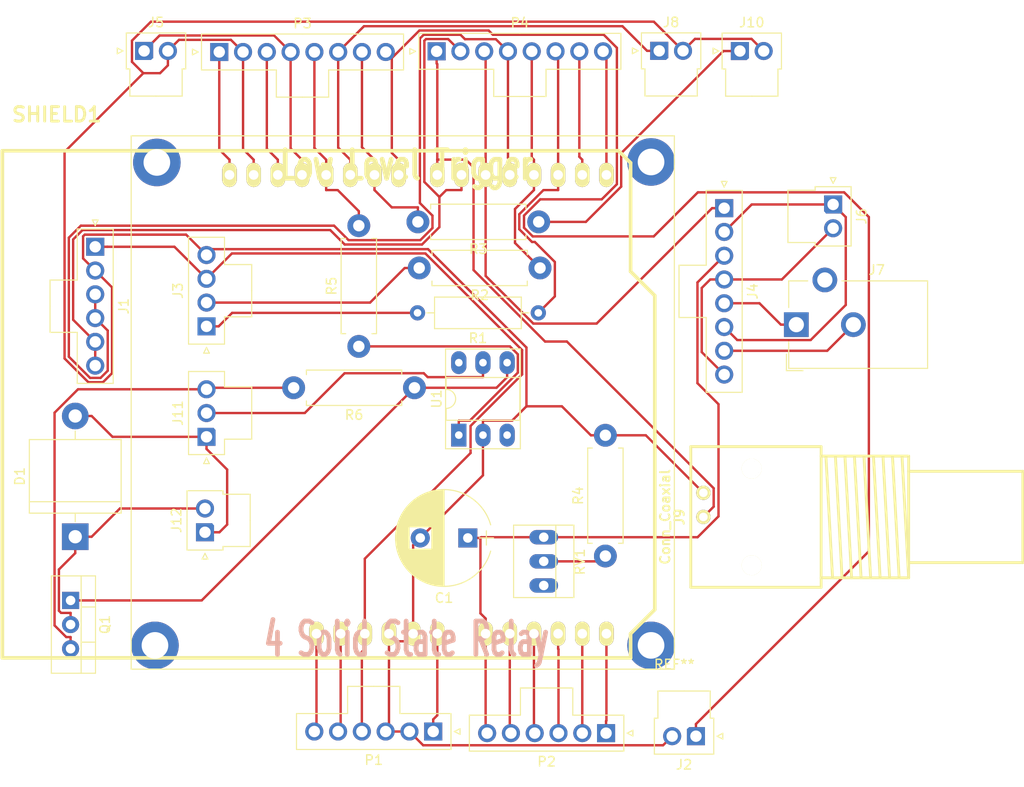
<source format=kicad_pcb>
(kicad_pcb (version 20171130) (host pcbnew 5.1.2)

  (general
    (thickness 1.6)
    (drawings 0)
    (tracks 314)
    (zones 0)
    (modules 29)
    (nets 44)
  )

  (page A4)
  (title_block
    (title PCB)
    (date 2019-07-05)
    (rev 2019.07.05)
    (company "BhallaLab, NCBS Bangalore")
    (comment 1 "Dorababu/Dilawar Singh")
  )

  (layers
    (0 F.Cu mixed)
    (31 B.Cu jumper hide)
    (32 B.Adhes user)
    (33 F.Adhes user)
    (34 B.Paste user)
    (35 F.Paste user)
    (36 B.SilkS user)
    (37 F.SilkS user)
    (38 B.Mask user)
    (39 F.Mask user)
    (40 Dwgs.User user)
    (41 Cmts.User user)
    (42 Eco1.User user)
    (43 Eco2.User user)
    (44 Edge.Cuts user)
    (45 Margin user)
    (46 B.CrtYd user)
    (47 F.CrtYd user)
    (48 B.Fab user)
    (49 F.Fab user)
  )

  (setup
    (last_trace_width 0.25)
    (trace_clearance 0.2)
    (zone_clearance 0.508)
    (zone_45_only no)
    (trace_min 0.2)
    (via_size 0.8)
    (via_drill 0.4)
    (via_min_size 0.4)
    (via_min_drill 0.3)
    (uvia_size 0.3)
    (uvia_drill 0.1)
    (uvias_allowed no)
    (uvia_min_size 0.2)
    (uvia_min_drill 0.1)
    (edge_width 0.1)
    (segment_width 0.2)
    (pcb_text_width 0.3)
    (pcb_text_size 1.5 1.5)
    (mod_edge_width 0.15)
    (mod_text_size 1 1)
    (mod_text_width 0.15)
    (pad_size 1.524 1.524)
    (pad_drill 0.762)
    (pad_to_mask_clearance 0)
    (aux_axis_origin 0 0)
    (visible_elements FFFFFF7F)
    (pcbplotparams
      (layerselection 0x010fc_ffffffff)
      (usegerberextensions false)
      (usegerberattributes false)
      (usegerberadvancedattributes false)
      (creategerberjobfile false)
      (excludeedgelayer true)
      (linewidth 0.100000)
      (plotframeref false)
      (viasonmask false)
      (mode 1)
      (useauxorigin false)
      (hpglpennumber 1)
      (hpglpenspeed 20)
      (hpglpendiameter 15.000000)
      (psnegative false)
      (psa4output false)
      (plotreference true)
      (plotvalue true)
      (plotinvisibletext false)
      (padsonsilk false)
      (subtractmaskfromsilk false)
      (outputformat 1)
      (mirror false)
      (drillshape 1)
      (scaleselection 1)
      (outputdirectory ""))
  )

  (net 0 "")
  (net 1 DGND)
  (net 2 A0)
  (net 3 EX_12V)
  (net 4 "Net-(D1-Pad1)")
  (net 5 D5)
  (net 6 D4)
  (net 7 5V)
  (net 8 D8)
  (net 9 "Net-(J3-Pad2)")
  (net 10 "Net-(J3-Pad1)")
  (net 11 PAD+)
  (net 12 PAD-)
  (net 13 OUT+)
  (net 14 OUT-)
  (net 15 D12)
  (net 16 D10)
  (net 17 D7)
  (net 18 "Net-(J10-Pad1)")
  (net 19 AGND)
  (net 20 EX_5V)
  (net 21 V_IN)
  (net 22 3V3)
  (net 23 RST)
  (net 24 A1)
  (net 25 A2)
  (net 26 A3)
  (net 27 A4)
  (net 28 A5)
  (net 29 D9)
  (net 30 D11)
  (net 31 D13)
  (net 32 AREF)
  (net 33 D0)
  (net 34 D1)
  (net 35 D2)
  (net 36 D3)
  (net 37 D6)
  (net 38 "Net-(Q1-Pad1)")
  (net 39 "Net-(R4-Pad1)")
  (net 40 "Net-(R5-Pad1)")
  (net 41 "Net-(RV1-Pad3)")
  (net 42 "Net-(U1-Pad6)")
  (net 43 "Net-(U1-Pad3)")

  (net_class Default "This is the default net class."
    (clearance 0.2)
    (trace_width 0.25)
    (via_dia 0.8)
    (via_drill 0.4)
    (uvia_dia 0.3)
    (uvia_drill 0.1)
    (add_net 3V3)
    (add_net 5V)
    (add_net A0)
    (add_net A1)
    (add_net A2)
    (add_net A3)
    (add_net A4)
    (add_net A5)
    (add_net AGND)
    (add_net AREF)
    (add_net D0)
    (add_net D1)
    (add_net D10)
    (add_net D11)
    (add_net D12)
    (add_net D13)
    (add_net D2)
    (add_net D3)
    (add_net D4)
    (add_net D5)
    (add_net D6)
    (add_net D7)
    (add_net D8)
    (add_net D9)
    (add_net DGND)
    (add_net EX_12V)
    (add_net EX_5V)
    (add_net "Net-(D1-Pad1)")
    (add_net "Net-(J10-Pad1)")
    (add_net "Net-(J3-Pad1)")
    (add_net "Net-(J3-Pad2)")
    (add_net "Net-(Q1-Pad1)")
    (add_net "Net-(R4-Pad1)")
    (add_net "Net-(R5-Pad1)")
    (add_net "Net-(RV1-Pad3)")
    (add_net "Net-(U1-Pad3)")
    (add_net "Net-(U1-Pad6)")
    (add_net OUT+)
    (add_net OUT-)
    (add_net PAD+)
    (add_net PAD-)
    (add_net RST)
    (add_net V_IN)
  )

  (module arduino_shields:ARDUINO_SHIELD_040pins (layer F.Cu) (tedit 5D1F2335) (tstamp 5D1F4010)
    (at 86.79 130.28)
    (path /5C3EFA63)
    (fp_text reference SHIELD1 (at 5.715 -57.15) (layer F.SilkS)
      (effects (font (size 1.524 1.524) (thickness 0.3048)))
    )
    (fp_text value ARDUINO_SHIELD (at 10.16 -54.61) (layer F.SilkS) hide
      (effects (font (size 1.524 1.524) (thickness 0.3048)))
    )
    (fp_line (start 66.04 -40.64) (end 66.04 -52.07) (layer F.SilkS) (width 0.381))
    (fp_line (start 66.04 -52.07) (end 64.77 -53.34) (layer F.SilkS) (width 0.381))
    (fp_line (start 64.77 -53.34) (end 0 -53.34) (layer F.SilkS) (width 0.381))
    (fp_line (start 66.04 0) (end 0 0) (layer F.SilkS) (width 0.381))
    (fp_line (start 0 0) (end 0 -53.34) (layer F.SilkS) (width 0.381))
    (fp_line (start 66.04 -40.64) (end 68.58 -38.1) (layer F.SilkS) (width 0.381))
    (fp_line (start 68.58 -38.1) (end 68.58 -5.08) (layer F.SilkS) (width 0.381))
    (fp_line (start 68.58 -5.08) (end 66.04 -2.54) (layer F.SilkS) (width 0.381))
    (fp_line (start 66.04 -2.54) (end 66.04 0) (layer F.SilkS) (width 0.381))
    (pad AD5 thru_hole oval (at 63.5 -2.54 90) (size 2.54 1.524) (drill 1.016) (layers *.Cu *.Mask F.SilkS)
      (net 28 A5))
    (pad AD4 thru_hole oval (at 60.96 -2.54 90) (size 2.54 1.524) (drill 1.016) (layers *.Cu *.Mask F.SilkS)
      (net 27 A4))
    (pad AD3 thru_hole oval (at 58.42 -2.54 90) (size 2.54 1.524) (drill 1.016) (layers *.Cu *.Mask F.SilkS)
      (net 26 A3))
    (pad AD0 thru_hole oval (at 50.8 -2.54 90) (size 2.54 1.524) (drill 1.016) (layers *.Cu *.Mask F.SilkS)
      (net 2 A0))
    (pad AD1 thru_hole oval (at 53.34 -2.54 90) (size 2.54 1.524) (drill 1.016) (layers *.Cu *.Mask F.SilkS)
      (net 24 A1))
    (pad AD2 thru_hole oval (at 55.88 -2.54 90) (size 2.54 1.524) (drill 1.016) (layers *.Cu *.Mask F.SilkS)
      (net 25 A2))
    (pad V_IN thru_hole oval (at 45.72 -2.54 90) (size 2.54 1.524) (drill 1.016) (layers *.Cu *.Mask F.SilkS)
      (net 21 V_IN))
    (pad GND2 thru_hole oval (at 43.18 -2.54 90) (size 2.54 1.524) (drill 1.016) (layers *.Cu *.Mask F.SilkS)
      (net 1 DGND))
    (pad GND1 thru_hole oval (at 40.64 -2.54 90) (size 2.54 1.524) (drill 1.016) (layers *.Cu *.Mask F.SilkS)
      (net 1 DGND))
    (pad 3V3 thru_hole oval (at 35.56 -2.54 90) (size 2.54 1.524) (drill 1.016) (layers *.Cu *.Mask F.SilkS)
      (net 22 3V3))
    (pad RST thru_hole oval (at 33.02 -2.54 90) (size 2.54 1.524) (drill 1.016) (layers *.Cu *.Mask F.SilkS)
      (net 23 RST))
    (pad 0 thru_hole oval (at 63.5 -50.8 90) (size 2.54 1.524) (drill 1.016) (layers *.Cu *.Mask F.SilkS)
      (net 33 D0))
    (pad 1 thru_hole oval (at 60.96 -50.8 90) (size 2.54 1.524) (drill 1.016) (layers *.Cu *.Mask F.SilkS)
      (net 34 D1))
    (pad 2 thru_hole oval (at 58.42 -50.8 90) (size 2.54 1.524) (drill 1.016) (layers *.Cu *.Mask F.SilkS)
      (net 35 D2))
    (pad 3 thru_hole oval (at 55.88 -50.8 90) (size 2.54 1.524) (drill 1.016) (layers *.Cu *.Mask F.SilkS)
      (net 36 D3))
    (pad 4 thru_hole oval (at 53.34 -50.8 90) (size 2.54 1.524) (drill 1.016) (layers *.Cu *.Mask F.SilkS)
      (net 6 D4))
    (pad 5 thru_hole oval (at 50.8 -50.8 90) (size 2.54 1.524) (drill 1.016) (layers *.Cu *.Mask F.SilkS)
      (net 5 D5))
    (pad 6 thru_hole oval (at 48.26 -50.8 90) (size 2.54 1.524) (drill 1.016) (layers *.Cu *.Mask F.SilkS)
      (net 37 D6))
    (pad 7 thru_hole oval (at 45.72 -50.8 90) (size 2.54 1.524) (drill 1.016) (layers *.Cu *.Mask F.SilkS)
      (net 17 D7))
    (pad 8 thru_hole oval (at 41.656 -50.8 90) (size 2.54 1.524) (drill 1.016) (layers *.Cu *.Mask F.SilkS)
      (net 8 D8))
    (pad 9 thru_hole oval (at 39.116 -50.8 90) (size 2.54 1.524) (drill 1.016) (layers *.Cu *.Mask F.SilkS)
      (net 29 D9))
    (pad 10 thru_hole oval (at 36.576 -50.8 90) (size 2.54 1.524) (drill 1.016) (layers *.Cu *.Mask F.SilkS)
      (net 16 D10))
    (pad 11 thru_hole oval (at 34.036 -50.8 90) (size 2.54 1.524) (drill 1.016) (layers *.Cu *.Mask F.SilkS)
      (net 30 D11))
    (pad 12 thru_hole oval (at 31.496 -50.8 90) (size 2.54 1.524) (drill 1.016) (layers *.Cu *.Mask F.SilkS)
      (net 15 D12))
    (pad 13 thru_hole oval (at 28.956 -50.8 90) (size 2.54 1.524) (drill 1.016) (layers *.Cu *.Mask F.SilkS)
      (net 31 D13))
    (pad GND3 thru_hole oval (at 26.416 -50.8 90) (size 2.54 1.524) (drill 1.016) (layers *.Cu *.Mask F.SilkS)
      (net 1 DGND))
    (pad AREF thru_hole oval (at 23.876 -50.8 90) (size 2.54 1.524) (drill 1.016) (layers *.Cu *.Mask F.SilkS)
      (net 32 AREF))
    (pad 5V thru_hole oval (at 38.1 -2.54 90) (size 2.54 1.524) (drill 1.016) (layers *.Cu *.Mask F.SilkS)
      (net 7 5V))
  )

  (module 4ChannelSSR (layer F.Cu) (tedit 5D1EF1F4) (tstamp 5D1FAEA6)
    (at 129.28 105.07 180)
    (fp_text reference REF** (at -28.15 -25.9) (layer F.SilkS)
      (effects (font (size 1 1) (thickness 0.15)))
    )
    (fp_text value 4ChannelSSR (at -28.15 -26.9) (layer F.Fab)
      (effects (font (size 1 1) (thickness 0.15)))
    )
    (fp_text user "4 Solid State Relay" (at 0 -23.25 180) (layer B.SilkS)
      (effects (font (size 3.5 2) (thickness 0.5)))
    )
    (fp_text user "Low Level Trigger" (at 0 26.6) (layer F.SilkS)
      (effects (font (size 3 2) (thickness 0.5)))
    )
    (fp_line (start -28.15 29.7) (end -28.15 -26.4) (layer F.SilkS) (width 0.12))
    (fp_line (start 28.95 29.7) (end -28.15 29.7) (layer F.SilkS) (width 0.12))
    (fp_line (start 28.95 -26.4) (end 28.95 29.7) (layer F.SilkS) (width 0.12))
    (fp_line (start -28.15 -26.4) (end 28.95 -26.4) (layer F.SilkS) (width 0.12))
    (pad 1 thru_hole circle (at -25.7 -23.9 180) (size 5 5) (drill 2.8) (layers *.Cu *.Mask))
    (pad 1 thru_hole circle (at -25.7 26.95 180) (size 5 5) (drill 2.8) (layers *.Cu *.Mask))
    (pad 1 thru_hole circle (at 26.25 26.9 180) (size 5 5) (drill 2.8) (layers *.Cu *.Mask))
    (pad 1 thru_hole circle (at 26.45 -23.9 180) (size 5 5) (drill 2.8) (layers *.Cu *.Mask))
  )

  (module Capacitors_ThroughHole:CP_Radial_D10.0mm_P5.00mm (layer F.Cu) (tedit 597BC7C2) (tstamp 5D1F3B46)
    (at 135.72 117.67 180)
    (descr "CP, Radial series, Radial, pin pitch=5.00mm, , diameter=10mm, Electrolytic Capacitor")
    (tags "CP Radial series Radial pin pitch 5.00mm  diameter 10mm Electrolytic Capacitor")
    (path /5D263290)
    (fp_text reference C1 (at 2.5 -6.31) (layer F.SilkS)
      (effects (font (size 1 1) (thickness 0.15)))
    )
    (fp_text value 47nF (at 2.5 6.31) (layer F.Fab)
      (effects (font (size 1 1) (thickness 0.15)))
    )
    (fp_text user %R (at 2.5 0) (layer F.Fab)
      (effects (font (size 1 1) (thickness 0.15)))
    )
    (fp_line (start 7.85 -5.35) (end -2.85 -5.35) (layer F.CrtYd) (width 0.05))
    (fp_line (start 7.85 5.35) (end 7.85 -5.35) (layer F.CrtYd) (width 0.05))
    (fp_line (start -2.85 5.35) (end 7.85 5.35) (layer F.CrtYd) (width 0.05))
    (fp_line (start -2.85 -5.35) (end -2.85 5.35) (layer F.CrtYd) (width 0.05))
    (fp_line (start -1.95 -0.75) (end -1.95 0.75) (layer F.SilkS) (width 0.12))
    (fp_line (start -2.7 0) (end -1.2 0) (layer F.SilkS) (width 0.12))
    (fp_line (start 7.581 -0.279) (end 7.581 0.279) (layer F.SilkS) (width 0.12))
    (fp_line (start 7.541 -0.672) (end 7.541 0.672) (layer F.SilkS) (width 0.12))
    (fp_line (start 7.501 -0.913) (end 7.501 0.913) (layer F.SilkS) (width 0.12))
    (fp_line (start 7.461 -1.104) (end 7.461 1.104) (layer F.SilkS) (width 0.12))
    (fp_line (start 7.421 -1.265) (end 7.421 1.265) (layer F.SilkS) (width 0.12))
    (fp_line (start 7.381 -1.407) (end 7.381 1.407) (layer F.SilkS) (width 0.12))
    (fp_line (start 7.341 -1.536) (end 7.341 1.536) (layer F.SilkS) (width 0.12))
    (fp_line (start 7.301 -1.654) (end 7.301 1.654) (layer F.SilkS) (width 0.12))
    (fp_line (start 7.261 -1.763) (end 7.261 1.763) (layer F.SilkS) (width 0.12))
    (fp_line (start 7.221 -1.866) (end 7.221 1.866) (layer F.SilkS) (width 0.12))
    (fp_line (start 7.181 -1.962) (end 7.181 1.962) (layer F.SilkS) (width 0.12))
    (fp_line (start 7.141 -2.053) (end 7.141 2.053) (layer F.SilkS) (width 0.12))
    (fp_line (start 7.101 -2.14) (end 7.101 2.14) (layer F.SilkS) (width 0.12))
    (fp_line (start 7.061 -2.222) (end 7.061 2.222) (layer F.SilkS) (width 0.12))
    (fp_line (start 7.021 -2.301) (end 7.021 2.301) (layer F.SilkS) (width 0.12))
    (fp_line (start 6.981 -2.377) (end 6.981 2.377) (layer F.SilkS) (width 0.12))
    (fp_line (start 6.941 -2.449) (end 6.941 2.449) (layer F.SilkS) (width 0.12))
    (fp_line (start 6.901 -2.519) (end 6.901 2.519) (layer F.SilkS) (width 0.12))
    (fp_line (start 6.861 -2.587) (end 6.861 2.587) (layer F.SilkS) (width 0.12))
    (fp_line (start 6.821 -2.652) (end 6.821 2.652) (layer F.SilkS) (width 0.12))
    (fp_line (start 6.781 -2.715) (end 6.781 2.715) (layer F.SilkS) (width 0.12))
    (fp_line (start 6.741 -2.777) (end 6.741 2.777) (layer F.SilkS) (width 0.12))
    (fp_line (start 6.701 -2.836) (end 6.701 2.836) (layer F.SilkS) (width 0.12))
    (fp_line (start 6.661 -2.894) (end 6.661 2.894) (layer F.SilkS) (width 0.12))
    (fp_line (start 6.621 -2.949) (end 6.621 2.949) (layer F.SilkS) (width 0.12))
    (fp_line (start 6.581 -3.004) (end 6.581 3.004) (layer F.SilkS) (width 0.12))
    (fp_line (start 6.541 -3.057) (end 6.541 3.057) (layer F.SilkS) (width 0.12))
    (fp_line (start 6.501 -3.108) (end 6.501 3.108) (layer F.SilkS) (width 0.12))
    (fp_line (start 6.461 -3.158) (end 6.461 3.158) (layer F.SilkS) (width 0.12))
    (fp_line (start 6.421 -3.207) (end 6.421 3.207) (layer F.SilkS) (width 0.12))
    (fp_line (start 6.381 -3.255) (end 6.381 3.255) (layer F.SilkS) (width 0.12))
    (fp_line (start 6.341 -3.302) (end 6.341 3.302) (layer F.SilkS) (width 0.12))
    (fp_line (start 6.301 -3.347) (end 6.301 3.347) (layer F.SilkS) (width 0.12))
    (fp_line (start 6.261 -3.391) (end 6.261 3.391) (layer F.SilkS) (width 0.12))
    (fp_line (start 6.221 -3.435) (end 6.221 3.435) (layer F.SilkS) (width 0.12))
    (fp_line (start 6.181 -3.477) (end 6.181 3.477) (layer F.SilkS) (width 0.12))
    (fp_line (start 6.141 1.181) (end 6.141 3.518) (layer F.SilkS) (width 0.12))
    (fp_line (start 6.141 -3.518) (end 6.141 -1.181) (layer F.SilkS) (width 0.12))
    (fp_line (start 6.101 1.181) (end 6.101 3.559) (layer F.SilkS) (width 0.12))
    (fp_line (start 6.101 -3.559) (end 6.101 -1.181) (layer F.SilkS) (width 0.12))
    (fp_line (start 6.061 1.181) (end 6.061 3.598) (layer F.SilkS) (width 0.12))
    (fp_line (start 6.061 -3.598) (end 6.061 -1.181) (layer F.SilkS) (width 0.12))
    (fp_line (start 6.021 1.181) (end 6.021 3.637) (layer F.SilkS) (width 0.12))
    (fp_line (start 6.021 -3.637) (end 6.021 -1.181) (layer F.SilkS) (width 0.12))
    (fp_line (start 5.981 1.181) (end 5.981 3.675) (layer F.SilkS) (width 0.12))
    (fp_line (start 5.981 -3.675) (end 5.981 -1.181) (layer F.SilkS) (width 0.12))
    (fp_line (start 5.941 1.181) (end 5.941 3.712) (layer F.SilkS) (width 0.12))
    (fp_line (start 5.941 -3.712) (end 5.941 -1.181) (layer F.SilkS) (width 0.12))
    (fp_line (start 5.901 1.181) (end 5.901 3.748) (layer F.SilkS) (width 0.12))
    (fp_line (start 5.901 -3.748) (end 5.901 -1.181) (layer F.SilkS) (width 0.12))
    (fp_line (start 5.861 1.181) (end 5.861 3.784) (layer F.SilkS) (width 0.12))
    (fp_line (start 5.861 -3.784) (end 5.861 -1.181) (layer F.SilkS) (width 0.12))
    (fp_line (start 5.821 1.181) (end 5.821 3.819) (layer F.SilkS) (width 0.12))
    (fp_line (start 5.821 -3.819) (end 5.821 -1.181) (layer F.SilkS) (width 0.12))
    (fp_line (start 5.781 1.181) (end 5.781 3.853) (layer F.SilkS) (width 0.12))
    (fp_line (start 5.781 -3.853) (end 5.781 -1.181) (layer F.SilkS) (width 0.12))
    (fp_line (start 5.741 1.181) (end 5.741 3.886) (layer F.SilkS) (width 0.12))
    (fp_line (start 5.741 -3.886) (end 5.741 -1.181) (layer F.SilkS) (width 0.12))
    (fp_line (start 5.701 1.181) (end 5.701 3.919) (layer F.SilkS) (width 0.12))
    (fp_line (start 5.701 -3.919) (end 5.701 -1.181) (layer F.SilkS) (width 0.12))
    (fp_line (start 5.661 1.181) (end 5.661 3.951) (layer F.SilkS) (width 0.12))
    (fp_line (start 5.661 -3.951) (end 5.661 -1.181) (layer F.SilkS) (width 0.12))
    (fp_line (start 5.621 1.181) (end 5.621 3.982) (layer F.SilkS) (width 0.12))
    (fp_line (start 5.621 -3.982) (end 5.621 -1.181) (layer F.SilkS) (width 0.12))
    (fp_line (start 5.581 1.181) (end 5.581 4.013) (layer F.SilkS) (width 0.12))
    (fp_line (start 5.581 -4.013) (end 5.581 -1.181) (layer F.SilkS) (width 0.12))
    (fp_line (start 5.541 1.181) (end 5.541 4.043) (layer F.SilkS) (width 0.12))
    (fp_line (start 5.541 -4.043) (end 5.541 -1.181) (layer F.SilkS) (width 0.12))
    (fp_line (start 5.501 1.181) (end 5.501 4.072) (layer F.SilkS) (width 0.12))
    (fp_line (start 5.501 -4.072) (end 5.501 -1.181) (layer F.SilkS) (width 0.12))
    (fp_line (start 5.461 1.181) (end 5.461 4.101) (layer F.SilkS) (width 0.12))
    (fp_line (start 5.461 -4.101) (end 5.461 -1.181) (layer F.SilkS) (width 0.12))
    (fp_line (start 5.421 1.181) (end 5.421 4.13) (layer F.SilkS) (width 0.12))
    (fp_line (start 5.421 -4.13) (end 5.421 -1.181) (layer F.SilkS) (width 0.12))
    (fp_line (start 5.381 1.181) (end 5.381 4.157) (layer F.SilkS) (width 0.12))
    (fp_line (start 5.381 -4.157) (end 5.381 -1.181) (layer F.SilkS) (width 0.12))
    (fp_line (start 5.341 1.181) (end 5.341 4.185) (layer F.SilkS) (width 0.12))
    (fp_line (start 5.341 -4.185) (end 5.341 -1.181) (layer F.SilkS) (width 0.12))
    (fp_line (start 5.301 1.181) (end 5.301 4.211) (layer F.SilkS) (width 0.12))
    (fp_line (start 5.301 -4.211) (end 5.301 -1.181) (layer F.SilkS) (width 0.12))
    (fp_line (start 5.261 1.181) (end 5.261 4.237) (layer F.SilkS) (width 0.12))
    (fp_line (start 5.261 -4.237) (end 5.261 -1.181) (layer F.SilkS) (width 0.12))
    (fp_line (start 5.221 1.181) (end 5.221 4.263) (layer F.SilkS) (width 0.12))
    (fp_line (start 5.221 -4.263) (end 5.221 -1.181) (layer F.SilkS) (width 0.12))
    (fp_line (start 5.181 1.181) (end 5.181 4.288) (layer F.SilkS) (width 0.12))
    (fp_line (start 5.181 -4.288) (end 5.181 -1.181) (layer F.SilkS) (width 0.12))
    (fp_line (start 5.141 1.181) (end 5.141 4.312) (layer F.SilkS) (width 0.12))
    (fp_line (start 5.141 -4.312) (end 5.141 -1.181) (layer F.SilkS) (width 0.12))
    (fp_line (start 5.101 1.181) (end 5.101 4.336) (layer F.SilkS) (width 0.12))
    (fp_line (start 5.101 -4.336) (end 5.101 -1.181) (layer F.SilkS) (width 0.12))
    (fp_line (start 5.061 1.181) (end 5.061 4.36) (layer F.SilkS) (width 0.12))
    (fp_line (start 5.061 -4.36) (end 5.061 -1.181) (layer F.SilkS) (width 0.12))
    (fp_line (start 5.021 1.181) (end 5.021 4.383) (layer F.SilkS) (width 0.12))
    (fp_line (start 5.021 -4.383) (end 5.021 -1.181) (layer F.SilkS) (width 0.12))
    (fp_line (start 4.981 1.181) (end 4.981 4.405) (layer F.SilkS) (width 0.12))
    (fp_line (start 4.981 -4.405) (end 4.981 -1.181) (layer F.SilkS) (width 0.12))
    (fp_line (start 4.941 1.181) (end 4.941 4.428) (layer F.SilkS) (width 0.12))
    (fp_line (start 4.941 -4.428) (end 4.941 -1.181) (layer F.SilkS) (width 0.12))
    (fp_line (start 4.901 1.181) (end 4.901 4.449) (layer F.SilkS) (width 0.12))
    (fp_line (start 4.901 -4.449) (end 4.901 -1.181) (layer F.SilkS) (width 0.12))
    (fp_line (start 4.861 1.181) (end 4.861 4.47) (layer F.SilkS) (width 0.12))
    (fp_line (start 4.861 -4.47) (end 4.861 -1.181) (layer F.SilkS) (width 0.12))
    (fp_line (start 4.821 1.181) (end 4.821 4.491) (layer F.SilkS) (width 0.12))
    (fp_line (start 4.821 -4.491) (end 4.821 -1.181) (layer F.SilkS) (width 0.12))
    (fp_line (start 4.781 1.181) (end 4.781 4.511) (layer F.SilkS) (width 0.12))
    (fp_line (start 4.781 -4.511) (end 4.781 -1.181) (layer F.SilkS) (width 0.12))
    (fp_line (start 4.741 1.181) (end 4.741 4.531) (layer F.SilkS) (width 0.12))
    (fp_line (start 4.741 -4.531) (end 4.741 -1.181) (layer F.SilkS) (width 0.12))
    (fp_line (start 4.701 1.181) (end 4.701 4.55) (layer F.SilkS) (width 0.12))
    (fp_line (start 4.701 -4.55) (end 4.701 -1.181) (layer F.SilkS) (width 0.12))
    (fp_line (start 4.661 1.181) (end 4.661 4.569) (layer F.SilkS) (width 0.12))
    (fp_line (start 4.661 -4.569) (end 4.661 -1.181) (layer F.SilkS) (width 0.12))
    (fp_line (start 4.621 1.181) (end 4.621 4.588) (layer F.SilkS) (width 0.12))
    (fp_line (start 4.621 -4.588) (end 4.621 -1.181) (layer F.SilkS) (width 0.12))
    (fp_line (start 4.581 1.181) (end 4.581 4.606) (layer F.SilkS) (width 0.12))
    (fp_line (start 4.581 -4.606) (end 4.581 -1.181) (layer F.SilkS) (width 0.12))
    (fp_line (start 4.541 1.181) (end 4.541 4.624) (layer F.SilkS) (width 0.12))
    (fp_line (start 4.541 -4.624) (end 4.541 -1.181) (layer F.SilkS) (width 0.12))
    (fp_line (start 4.501 1.181) (end 4.501 4.641) (layer F.SilkS) (width 0.12))
    (fp_line (start 4.501 -4.641) (end 4.501 -1.181) (layer F.SilkS) (width 0.12))
    (fp_line (start 4.461 1.181) (end 4.461 4.658) (layer F.SilkS) (width 0.12))
    (fp_line (start 4.461 -4.658) (end 4.461 -1.181) (layer F.SilkS) (width 0.12))
    (fp_line (start 4.421 1.181) (end 4.421 4.674) (layer F.SilkS) (width 0.12))
    (fp_line (start 4.421 -4.674) (end 4.421 -1.181) (layer F.SilkS) (width 0.12))
    (fp_line (start 4.381 1.181) (end 4.381 4.691) (layer F.SilkS) (width 0.12))
    (fp_line (start 4.381 -4.691) (end 4.381 -1.181) (layer F.SilkS) (width 0.12))
    (fp_line (start 4.341 1.181) (end 4.341 4.706) (layer F.SilkS) (width 0.12))
    (fp_line (start 4.341 -4.706) (end 4.341 -1.181) (layer F.SilkS) (width 0.12))
    (fp_line (start 4.301 1.181) (end 4.301 4.722) (layer F.SilkS) (width 0.12))
    (fp_line (start 4.301 -4.722) (end 4.301 -1.181) (layer F.SilkS) (width 0.12))
    (fp_line (start 4.261 1.181) (end 4.261 4.737) (layer F.SilkS) (width 0.12))
    (fp_line (start 4.261 -4.737) (end 4.261 -1.181) (layer F.SilkS) (width 0.12))
    (fp_line (start 4.221 1.181) (end 4.221 4.751) (layer F.SilkS) (width 0.12))
    (fp_line (start 4.221 -4.751) (end 4.221 -1.181) (layer F.SilkS) (width 0.12))
    (fp_line (start 4.181 1.181) (end 4.181 4.765) (layer F.SilkS) (width 0.12))
    (fp_line (start 4.181 -4.765) (end 4.181 -1.181) (layer F.SilkS) (width 0.12))
    (fp_line (start 4.141 1.181) (end 4.141 4.779) (layer F.SilkS) (width 0.12))
    (fp_line (start 4.141 -4.779) (end 4.141 -1.181) (layer F.SilkS) (width 0.12))
    (fp_line (start 4.101 1.181) (end 4.101 4.792) (layer F.SilkS) (width 0.12))
    (fp_line (start 4.101 -4.792) (end 4.101 -1.181) (layer F.SilkS) (width 0.12))
    (fp_line (start 4.061 1.181) (end 4.061 4.806) (layer F.SilkS) (width 0.12))
    (fp_line (start 4.061 -4.806) (end 4.061 -1.181) (layer F.SilkS) (width 0.12))
    (fp_line (start 4.021 1.181) (end 4.021 4.818) (layer F.SilkS) (width 0.12))
    (fp_line (start 4.021 -4.818) (end 4.021 -1.181) (layer F.SilkS) (width 0.12))
    (fp_line (start 3.981 1.181) (end 3.981 4.831) (layer F.SilkS) (width 0.12))
    (fp_line (start 3.981 -4.831) (end 3.981 -1.181) (layer F.SilkS) (width 0.12))
    (fp_line (start 3.941 1.181) (end 3.941 4.843) (layer F.SilkS) (width 0.12))
    (fp_line (start 3.941 -4.843) (end 3.941 -1.181) (layer F.SilkS) (width 0.12))
    (fp_line (start 3.901 1.181) (end 3.901 4.854) (layer F.SilkS) (width 0.12))
    (fp_line (start 3.901 -4.854) (end 3.901 -1.181) (layer F.SilkS) (width 0.12))
    (fp_line (start 3.861 1.181) (end 3.861 4.865) (layer F.SilkS) (width 0.12))
    (fp_line (start 3.861 -4.865) (end 3.861 -1.181) (layer F.SilkS) (width 0.12))
    (fp_line (start 3.821 1.181) (end 3.821 4.876) (layer F.SilkS) (width 0.12))
    (fp_line (start 3.821 -4.876) (end 3.821 -1.181) (layer F.SilkS) (width 0.12))
    (fp_line (start 3.781 -4.887) (end 3.781 4.887) (layer F.SilkS) (width 0.12))
    (fp_line (start 3.741 -4.897) (end 3.741 4.897) (layer F.SilkS) (width 0.12))
    (fp_line (start 3.701 -4.907) (end 3.701 4.907) (layer F.SilkS) (width 0.12))
    (fp_line (start 3.661 -4.917) (end 3.661 4.917) (layer F.SilkS) (width 0.12))
    (fp_line (start 3.621 -4.926) (end 3.621 4.926) (layer F.SilkS) (width 0.12))
    (fp_line (start 3.581 -4.935) (end 3.581 4.935) (layer F.SilkS) (width 0.12))
    (fp_line (start 3.541 -4.943) (end 3.541 4.943) (layer F.SilkS) (width 0.12))
    (fp_line (start 3.501 -4.951) (end 3.501 4.951) (layer F.SilkS) (width 0.12))
    (fp_line (start 3.461 -4.959) (end 3.461 4.959) (layer F.SilkS) (width 0.12))
    (fp_line (start 3.421 -4.967) (end 3.421 4.967) (layer F.SilkS) (width 0.12))
    (fp_line (start 3.381 -4.974) (end 3.381 4.974) (layer F.SilkS) (width 0.12))
    (fp_line (start 3.341 -4.981) (end 3.341 4.981) (layer F.SilkS) (width 0.12))
    (fp_line (start 3.301 -4.987) (end 3.301 4.987) (layer F.SilkS) (width 0.12))
    (fp_line (start 3.261 -4.993) (end 3.261 4.993) (layer F.SilkS) (width 0.12))
    (fp_line (start 3.221 -4.999) (end 3.221 4.999) (layer F.SilkS) (width 0.12))
    (fp_line (start 3.18 -5.005) (end 3.18 5.005) (layer F.SilkS) (width 0.12))
    (fp_line (start 3.14 -5.01) (end 3.14 5.01) (layer F.SilkS) (width 0.12))
    (fp_line (start 3.1 -5.015) (end 3.1 5.015) (layer F.SilkS) (width 0.12))
    (fp_line (start 3.06 -5.02) (end 3.06 5.02) (layer F.SilkS) (width 0.12))
    (fp_line (start 3.02 -5.024) (end 3.02 5.024) (layer F.SilkS) (width 0.12))
    (fp_line (start 2.98 -5.028) (end 2.98 5.028) (layer F.SilkS) (width 0.12))
    (fp_line (start 2.94 -5.031) (end 2.94 5.031) (layer F.SilkS) (width 0.12))
    (fp_line (start 2.9 -5.035) (end 2.9 5.035) (layer F.SilkS) (width 0.12))
    (fp_line (start 2.86 -5.038) (end 2.86 5.038) (layer F.SilkS) (width 0.12))
    (fp_line (start 2.82 -5.04) (end 2.82 5.04) (layer F.SilkS) (width 0.12))
    (fp_line (start 2.78 -5.043) (end 2.78 5.043) (layer F.SilkS) (width 0.12))
    (fp_line (start 2.74 -5.045) (end 2.74 5.045) (layer F.SilkS) (width 0.12))
    (fp_line (start 2.7 -5.047) (end 2.7 5.047) (layer F.SilkS) (width 0.12))
    (fp_line (start 2.66 -5.048) (end 2.66 5.048) (layer F.SilkS) (width 0.12))
    (fp_line (start 2.62 -5.049) (end 2.62 5.049) (layer F.SilkS) (width 0.12))
    (fp_line (start 2.58 -5.05) (end 2.58 5.05) (layer F.SilkS) (width 0.12))
    (fp_line (start 2.54 -5.05) (end 2.54 5.05) (layer F.SilkS) (width 0.12))
    (fp_line (start 2.5 -5.05) (end 2.5 5.05) (layer F.SilkS) (width 0.12))
    (fp_line (start -1.95 -0.75) (end -1.95 0.75) (layer F.Fab) (width 0.1))
    (fp_line (start -2.7 0) (end -1.2 0) (layer F.Fab) (width 0.1))
    (fp_circle (center 2.5 0) (end 7.5 0) (layer F.Fab) (width 0.1))
    (fp_arc (start 2.5 0) (end 7.399357 -1.38) (angle 31.5) (layer F.SilkS) (width 0.12))
    (fp_arc (start 2.5 0) (end -2.399357 1.38) (angle -148.5) (layer F.SilkS) (width 0.12))
    (fp_arc (start 2.5 0) (end -2.399357 -1.38) (angle 148.5) (layer F.SilkS) (width 0.12))
    (pad 2 thru_hole circle (at 5 0 180) (size 2 2) (drill 1) (layers *.Cu *.Mask)
      (net 1 DGND))
    (pad 1 thru_hole rect (at 0 0 180) (size 2 2) (drill 1) (layers *.Cu *.Mask)
      (net 2 A0))
    (model ${KISYS3DMOD}/Capacitors_THT.3dshapes/CP_Radial_D10.0mm_P5.00mm.wrl
      (at (xyz 0 0 0))
      (scale (xyz 1 1 1))
      (rotate (xyz 0 0 0))
    )
  )

  (module Diodes_ThroughHole:D_5KP_P12.70mm_Horizontal (layer F.Cu) (tedit 5921392E) (tstamp 5D1F3B5F)
    (at 94.45 117.54 90)
    (descr "D, 5KP series, Axial, Horizontal, pin pitch=12.7mm, , length*diameter=7.62*9.53mm^2, , http://www.diodes.com/_files/packages/8686949.gif")
    (tags "D 5KP series Axial Horizontal pin pitch 12.7mm  length 7.62mm diameter 9.53mm")
    (path /5D22A71C)
    (fp_text reference D1 (at 6.35 -5.825 90) (layer F.SilkS)
      (effects (font (size 1 1) (thickness 0.15)))
    )
    (fp_text value DIODE (at 6.35 5.825 90) (layer F.Fab)
      (effects (font (size 1 1) (thickness 0.15)))
    )
    (fp_line (start 14.35 -5.1) (end -1.65 -5.1) (layer F.CrtYd) (width 0.05))
    (fp_line (start 14.35 5.1) (end 14.35 -5.1) (layer F.CrtYd) (width 0.05))
    (fp_line (start -1.65 5.1) (end 14.35 5.1) (layer F.CrtYd) (width 0.05))
    (fp_line (start -1.65 -5.1) (end -1.65 5.1) (layer F.CrtYd) (width 0.05))
    (fp_line (start 3.683 -4.825) (end 3.683 4.825) (layer F.SilkS) (width 0.12))
    (fp_line (start 11.12 0) (end 10.22 0) (layer F.SilkS) (width 0.12))
    (fp_line (start 1.58 0) (end 2.48 0) (layer F.SilkS) (width 0.12))
    (fp_line (start 10.22 -4.825) (end 2.48 -4.825) (layer F.SilkS) (width 0.12))
    (fp_line (start 10.22 4.825) (end 10.22 -4.825) (layer F.SilkS) (width 0.12))
    (fp_line (start 2.48 4.825) (end 10.22 4.825) (layer F.SilkS) (width 0.12))
    (fp_line (start 2.48 -4.825) (end 2.48 4.825) (layer F.SilkS) (width 0.12))
    (fp_line (start 3.683 -4.765) (end 3.683 4.765) (layer F.Fab) (width 0.1))
    (fp_line (start 12.7 0) (end 10.16 0) (layer F.Fab) (width 0.1))
    (fp_line (start 0 0) (end 2.54 0) (layer F.Fab) (width 0.1))
    (fp_line (start 10.16 -4.765) (end 2.54 -4.765) (layer F.Fab) (width 0.1))
    (fp_line (start 10.16 4.765) (end 10.16 -4.765) (layer F.Fab) (width 0.1))
    (fp_line (start 2.54 4.765) (end 10.16 4.765) (layer F.Fab) (width 0.1))
    (fp_line (start 2.54 -4.765) (end 2.54 4.765) (layer F.Fab) (width 0.1))
    (fp_text user %R (at 6.35 0 90) (layer F.Fab)
      (effects (font (size 1 1) (thickness 0.15)))
    )
    (pad 2 thru_hole oval (at 12.7 0 90) (size 2.8 2.8) (drill 1.4) (layers *.Cu *.Mask)
      (net 3 EX_12V))
    (pad 1 thru_hole rect (at 0 0 90) (size 2.8 2.8) (drill 1.4) (layers *.Cu *.Mask)
      (net 4 "Net-(D1-Pad1)"))
    (model ${KISYS3DMOD}/Diodes_THT.3dshapes/D_5KP_P12.70mm_Horizontal.wrl
      (at (xyz 0 0 0))
      (scale (xyz 0.393701 0.393701 0.393701))
      (rotate (xyz 0 0 0))
    )
  )

  (module Connectors_Molex:Molex_NanoFit_1x06x2.50mm_Straight (layer F.Cu) (tedit 58A28DF3) (tstamp 5D1FE546)
    (at 96.55 87.04 270)
    (descr "Molex Nano Fit, single row, top entry, through hole, Datasheet:http://www.molex.com/pdm_docs/sd/1053091203_sd.pdf")
    (tags "connector molex nano-fit 105309-xx12")
    (path /5D22F64E)
    (fp_text reference J1 (at 6.25 -3 90) (layer F.SilkS)
      (effects (font (size 1 1) (thickness 0.15)))
    )
    (fp_text value Conn_01x06_Male (at 6.25 -4.5 90) (layer F.Fab)
      (effects (font (size 1 1) (thickness 0.15)))
    )
    (fp_text user %R (at 6.25 -3 90) (layer F.Fab)
      (effects (font (size 1 1) (thickness 0.15)))
    )
    (fp_line (start -2.82 -0.3) (end -2.22 0) (layer F.Fab) (width 0.1))
    (fp_line (start -2.82 0.3) (end -2.82 -0.3) (layer F.Fab) (width 0.1))
    (fp_line (start -2.22 0) (end -2.82 0.3) (layer F.Fab) (width 0.1))
    (fp_line (start -2.82 -0.3) (end -2.22 0) (layer F.SilkS) (width 0.12))
    (fp_line (start -2.82 0.3) (end -2.82 -0.3) (layer F.SilkS) (width 0.12))
    (fp_line (start -2.22 0) (end -2.82 0.3) (layer F.SilkS) (width 0.12))
    (fp_line (start 13.6875 -1.1875) (end 11.3125 -1.1875) (layer F.Fab) (width 0.1))
    (fp_line (start 13.6875 1.1875) (end 13.6875 -1.1875) (layer F.Fab) (width 0.1))
    (fp_line (start 11.3125 1.1875) (end 13.6875 1.1875) (layer F.Fab) (width 0.1))
    (fp_line (start 11.3125 -1.1875) (end 11.3125 1.1875) (layer F.Fab) (width 0.1))
    (fp_line (start 11.1875 -1.1875) (end 8.8125 -1.1875) (layer F.Fab) (width 0.1))
    (fp_line (start 11.1875 1.1875) (end 11.1875 -1.1875) (layer F.Fab) (width 0.1))
    (fp_line (start 8.8125 1.1875) (end 11.1875 1.1875) (layer F.Fab) (width 0.1))
    (fp_line (start 8.8125 -1.1875) (end 8.8125 1.1875) (layer F.Fab) (width 0.1))
    (fp_line (start 8.6875 -1.1875) (end 6.3125 -1.1875) (layer F.Fab) (width 0.1))
    (fp_line (start 8.6875 1.1875) (end 8.6875 -1.1875) (layer F.Fab) (width 0.1))
    (fp_line (start 6.3125 1.1875) (end 8.6875 1.1875) (layer F.Fab) (width 0.1))
    (fp_line (start 6.3125 -1.1875) (end 6.3125 1.1875) (layer F.Fab) (width 0.1))
    (fp_line (start 6.1875 -1.1875) (end 3.8125 -1.1875) (layer F.Fab) (width 0.1))
    (fp_line (start 6.1875 1.1875) (end 6.1875 -1.1875) (layer F.Fab) (width 0.1))
    (fp_line (start 3.8125 1.1875) (end 6.1875 1.1875) (layer F.Fab) (width 0.1))
    (fp_line (start 3.8125 -1.1875) (end 3.8125 1.1875) (layer F.Fab) (width 0.1))
    (fp_line (start 3.6875 -1.1875) (end 1.3125 -1.1875) (layer F.Fab) (width 0.1))
    (fp_line (start 3.6875 1.1875) (end 3.6875 -1.1875) (layer F.Fab) (width 0.1))
    (fp_line (start 1.3125 1.1875) (end 3.6875 1.1875) (layer F.Fab) (width 0.1))
    (fp_line (start 1.3125 -1.1875) (end 1.3125 1.1875) (layer F.Fab) (width 0.1))
    (fp_line (start 1.1875 -1.1875) (end -1.1875 -1.1875) (layer F.Fab) (width 0.1))
    (fp_line (start 1.1875 1.1875) (end 1.1875 -1.1875) (layer F.Fab) (width 0.1))
    (fp_line (start -1.1875 1.1875) (end 1.1875 1.1875) (layer F.Fab) (width 0.1))
    (fp_line (start -1.1875 -1.1875) (end -1.1875 1.1875) (layer F.Fab) (width 0.1))
    (fp_line (start 14.71 -2.24) (end -2.21 -2.24) (layer F.CrtYd) (width 0.05))
    (fp_line (start 14.71 2.24) (end 14.71 -2.24) (layer F.CrtYd) (width 0.05))
    (fp_line (start 9.35 2.24) (end 14.71 2.24) (layer F.CrtYd) (width 0.05))
    (fp_line (start 9.35 5.09) (end 9.35 2.24) (layer F.CrtYd) (width 0.05))
    (fp_line (start 3.15 5.09) (end 9.35 5.09) (layer F.CrtYd) (width 0.05))
    (fp_line (start 3.15 2.24) (end 3.15 5.09) (layer F.CrtYd) (width 0.05))
    (fp_line (start -2.21 2.24) (end 3.15 2.24) (layer F.CrtYd) (width 0.05))
    (fp_line (start -2.21 -2.24) (end -2.21 2.24) (layer F.CrtYd) (width 0.05))
    (fp_line (start 8.35 2.54) (end 4.15 2.54) (layer F.Fab) (width 0.1))
    (fp_line (start 8.35 4.1) (end 8.35 2.54) (layer F.Fab) (width 0.1))
    (fp_line (start 4.15 4.1) (end 8.35 4.1) (layer F.Fab) (width 0.1))
    (fp_line (start 4.15 2.54) (end 4.15 4.1) (layer F.Fab) (width 0.1))
    (fp_line (start 9 4.75) (end 6.25 4.75) (layer F.SilkS) (width 0.12))
    (fp_line (start 9 1.89) (end 9 4.75) (layer F.SilkS) (width 0.12))
    (fp_line (start 14.37 1.89) (end 9 1.89) (layer F.SilkS) (width 0.12))
    (fp_line (start 14.37 -1.89) (end 14.37 1.89) (layer F.SilkS) (width 0.12))
    (fp_line (start 6.25 -1.89) (end 14.37 -1.89) (layer F.SilkS) (width 0.12))
    (fp_line (start 3.5 4.75) (end 6.25 4.75) (layer F.SilkS) (width 0.12))
    (fp_line (start 3.5 1.89) (end 3.5 4.75) (layer F.SilkS) (width 0.12))
    (fp_line (start -1.87 1.89) (end 3.5 1.89) (layer F.SilkS) (width 0.12))
    (fp_line (start -1.87 -1.89) (end -1.87 1.89) (layer F.SilkS) (width 0.12))
    (fp_line (start 6.25 -1.89) (end -1.87 -1.89) (layer F.SilkS) (width 0.12))
    (fp_line (start 8.85 4.6) (end 6.25 4.6) (layer F.Fab) (width 0.1))
    (fp_line (start 8.85 1.74) (end 8.85 4.6) (layer F.Fab) (width 0.1))
    (fp_line (start 14.22 1.74) (end 8.85 1.74) (layer F.Fab) (width 0.1))
    (fp_line (start 14.22 -1.74) (end 14.22 1.74) (layer F.Fab) (width 0.1))
    (fp_line (start 6.25 -1.74) (end 14.22 -1.74) (layer F.Fab) (width 0.1))
    (fp_line (start 3.65 4.6) (end 6.25 4.6) (layer F.Fab) (width 0.1))
    (fp_line (start 3.65 1.74) (end 3.65 4.6) (layer F.Fab) (width 0.1))
    (fp_line (start -1.72 1.74) (end 3.65 1.74) (layer F.Fab) (width 0.1))
    (fp_line (start -1.72 -1.74) (end -1.72 1.74) (layer F.Fab) (width 0.1))
    (fp_line (start 6.25 -1.74) (end -1.72 -1.74) (layer F.Fab) (width 0.1))
    (pad "" np_thru_hole circle (at 6.25 1.34 270) (size 1.3 1.3) (drill 1.3) (layers *.Cu *.Mask))
    (pad 6 thru_hole circle (at 12.5 0 270) (size 1.9 1.9) (drill 1.2) (layers *.Cu *.Mask)
      (net 37 D6))
    (pad 5 thru_hole circle (at 10 0 270) (size 1.9 1.9) (drill 1.2) (layers *.Cu *.Mask)
      (net 37 D6))
    (pad 4 thru_hole circle (at 7.5 0 270) (size 1.9 1.9) (drill 1.2) (layers *.Cu *.Mask)
      (net 6 D4))
    (pad 3 thru_hole circle (at 5 0 270) (size 1.9 1.9) (drill 1.2) (layers *.Cu *.Mask)
      (net 6 D4))
    (pad 2 thru_hole circle (at 2.5 0 270) (size 1.9 1.9) (drill 1.2) (layers *.Cu *.Mask)
      (net 1 DGND))
    (pad 1 thru_hole rect (at 0 0 270) (size 1.9 1.9) (drill 1.2) (layers *.Cu *.Mask)
      (net 7 5V))
    (model ${KISYS3DMOD}/Connectors_Molex.3dshapes/Molex_NanoFit_1x06x2.50mm_Straight.wrl
      (at (xyz 0 0 0))
      (scale (xyz 1 1 1))
      (rotate (xyz 0 0 0))
    )
  )

  (module Connectors_Molex:Molex_NanoFit_1x02x2.50mm_Straight (layer F.Cu) (tedit 58A28DF3) (tstamp 5D1F3BDF)
    (at 159.7 138.52 180)
    (descr "Molex Nano Fit, single row, top entry, through hole, Datasheet:http://www.molex.com/pdm_docs/sd/1053091203_sd.pdf")
    (tags "connector molex nano-fit 105309-xx04")
    (path /5D21EE74)
    (fp_text reference J2 (at 1.25 -3) (layer F.SilkS)
      (effects (font (size 1 1) (thickness 0.15)))
    )
    (fp_text value Conn_01x02_Male (at 1.25 -4.5) (layer F.Fab)
      (effects (font (size 1 1) (thickness 0.15)))
    )
    (fp_line (start 1.25 -1.74) (end -1.72 -1.74) (layer F.Fab) (width 0.1))
    (fp_line (start -1.72 -1.74) (end -1.72 1.74) (layer F.Fab) (width 0.1))
    (fp_line (start -1.72 1.74) (end -1.35 1.74) (layer F.Fab) (width 0.1))
    (fp_line (start -1.35 1.74) (end -1.35 4.6) (layer F.Fab) (width 0.1))
    (fp_line (start -1.35 4.6) (end 1.25 4.6) (layer F.Fab) (width 0.1))
    (fp_line (start 1.25 -1.74) (end 4.22 -1.74) (layer F.Fab) (width 0.1))
    (fp_line (start 4.22 -1.74) (end 4.22 1.74) (layer F.Fab) (width 0.1))
    (fp_line (start 4.22 1.74) (end 3.85 1.74) (layer F.Fab) (width 0.1))
    (fp_line (start 3.85 1.74) (end 3.85 4.6) (layer F.Fab) (width 0.1))
    (fp_line (start 3.85 4.6) (end 1.25 4.6) (layer F.Fab) (width 0.1))
    (fp_line (start 1.25 -1.89) (end -1.87 -1.89) (layer F.SilkS) (width 0.12))
    (fp_line (start -1.87 -1.89) (end -1.87 1.89) (layer F.SilkS) (width 0.12))
    (fp_line (start -1.87 1.89) (end -1.5 1.89) (layer F.SilkS) (width 0.12))
    (fp_line (start -1.5 1.89) (end -1.5 4.75) (layer F.SilkS) (width 0.12))
    (fp_line (start -1.5 4.75) (end 1.25 4.75) (layer F.SilkS) (width 0.12))
    (fp_line (start 1.25 -1.89) (end 4.37 -1.89) (layer F.SilkS) (width 0.12))
    (fp_line (start 4.37 -1.89) (end 4.37 1.89) (layer F.SilkS) (width 0.12))
    (fp_line (start 4.37 1.89) (end 4 1.89) (layer F.SilkS) (width 0.12))
    (fp_line (start 4 1.89) (end 4 4.75) (layer F.SilkS) (width 0.12))
    (fp_line (start 4 4.75) (end 1.25 4.75) (layer F.SilkS) (width 0.12))
    (fp_line (start -0.85 2.54) (end -0.85 4.1) (layer F.Fab) (width 0.1))
    (fp_line (start -0.85 4.1) (end 3.35 4.1) (layer F.Fab) (width 0.1))
    (fp_line (start 3.35 4.1) (end 3.35 2.54) (layer F.Fab) (width 0.1))
    (fp_line (start 3.35 2.54) (end -0.85 2.54) (layer F.Fab) (width 0.1))
    (fp_line (start -2.21 -2.24) (end -2.21 2.24) (layer F.CrtYd) (width 0.05))
    (fp_line (start -2.21 2.24) (end -1.85 2.24) (layer F.CrtYd) (width 0.05))
    (fp_line (start -1.85 2.24) (end -1.85 5.09) (layer F.CrtYd) (width 0.05))
    (fp_line (start -1.85 5.09) (end 4.34 5.09) (layer F.CrtYd) (width 0.05))
    (fp_line (start 4.34 5.09) (end 4.34 2.24) (layer F.CrtYd) (width 0.05))
    (fp_line (start 4.34 2.24) (end 4.71 2.24) (layer F.CrtYd) (width 0.05))
    (fp_line (start 4.71 2.24) (end 4.71 -2.24) (layer F.CrtYd) (width 0.05))
    (fp_line (start 4.71 -2.24) (end -2.21 -2.24) (layer F.CrtYd) (width 0.05))
    (fp_line (start -1.1875 -1.1875) (end -1.1875 1.1875) (layer F.Fab) (width 0.1))
    (fp_line (start -1.1875 1.1875) (end 1.1875 1.1875) (layer F.Fab) (width 0.1))
    (fp_line (start 1.1875 1.1875) (end 1.1875 -1.1875) (layer F.Fab) (width 0.1))
    (fp_line (start 1.1875 -1.1875) (end -1.1875 -1.1875) (layer F.Fab) (width 0.1))
    (fp_line (start 1.3125 -1.1875) (end 1.3125 1.1875) (layer F.Fab) (width 0.1))
    (fp_line (start 1.3125 1.1875) (end 3.6875 1.1875) (layer F.Fab) (width 0.1))
    (fp_line (start 3.6875 1.1875) (end 3.6875 -1.1875) (layer F.Fab) (width 0.1))
    (fp_line (start 3.6875 -1.1875) (end 1.3125 -1.1875) (layer F.Fab) (width 0.1))
    (fp_line (start -2.22 0) (end -2.82 0.3) (layer F.SilkS) (width 0.12))
    (fp_line (start -2.82 0.3) (end -2.82 -0.3) (layer F.SilkS) (width 0.12))
    (fp_line (start -2.82 -0.3) (end -2.22 0) (layer F.SilkS) (width 0.12))
    (fp_line (start -2.22 0) (end -2.82 0.3) (layer F.Fab) (width 0.1))
    (fp_line (start -2.82 0.3) (end -2.82 -0.3) (layer F.Fab) (width 0.1))
    (fp_line (start -2.82 -0.3) (end -2.22 0) (layer F.Fab) (width 0.1))
    (fp_text user %R (at 1.25 -3) (layer F.Fab)
      (effects (font (size 1 1) (thickness 0.15)))
    )
    (pad 1 thru_hole rect (at 0 0 180) (size 1.9 1.9) (drill 1.2) (layers *.Cu *.Mask)
      (net 8 D8))
    (pad 2 thru_hole circle (at 2.5 0 180) (size 1.9 1.9) (drill 1.2) (layers *.Cu *.Mask)
      (net 1 DGND))
    (pad "" np_thru_hole circle (at 1.25 1.34 180) (size 1.3 1.3) (drill 1.3) (layers *.Cu *.Mask))
    (model ${KISYS3DMOD}/Connectors_Molex.3dshapes/Molex_NanoFit_1x02x2.50mm_Straight.wrl
      (at (xyz 0 0 0))
      (scale (xyz 1 1 1))
      (rotate (xyz 0 0 0))
    )
  )

  (module Connectors_Molex:Molex_NanoFit_1x04x2.50mm_Straight (layer F.Cu) (tedit 58A28DF3) (tstamp 5D1F3C1F)
    (at 108.25 95.41 90)
    (descr "Molex Nano Fit, single row, top entry, through hole, Datasheet:http://www.molex.com/pdm_docs/sd/1053091203_sd.pdf")
    (tags "connector molex nano-fit 105309-xx08")
    (path /5D1F16AB)
    (fp_text reference J3 (at 3.75 -3 90) (layer F.SilkS)
      (effects (font (size 1 1) (thickness 0.15)))
    )
    (fp_text value Conn_01x04_Male (at 3.75 -4.5 90) (layer F.Fab)
      (effects (font (size 1 1) (thickness 0.15)))
    )
    (fp_text user %R (at 3.75 -3 90) (layer F.Fab)
      (effects (font (size 1 1) (thickness 0.15)))
    )
    (fp_line (start -2.82 -0.3) (end -2.22 0) (layer F.Fab) (width 0.1))
    (fp_line (start -2.82 0.3) (end -2.82 -0.3) (layer F.Fab) (width 0.1))
    (fp_line (start -2.22 0) (end -2.82 0.3) (layer F.Fab) (width 0.1))
    (fp_line (start -2.82 -0.3) (end -2.22 0) (layer F.SilkS) (width 0.12))
    (fp_line (start -2.82 0.3) (end -2.82 -0.3) (layer F.SilkS) (width 0.12))
    (fp_line (start -2.22 0) (end -2.82 0.3) (layer F.SilkS) (width 0.12))
    (fp_line (start 8.6875 -1.1875) (end 6.3125 -1.1875) (layer F.Fab) (width 0.1))
    (fp_line (start 8.6875 1.1875) (end 8.6875 -1.1875) (layer F.Fab) (width 0.1))
    (fp_line (start 6.3125 1.1875) (end 8.6875 1.1875) (layer F.Fab) (width 0.1))
    (fp_line (start 6.3125 -1.1875) (end 6.3125 1.1875) (layer F.Fab) (width 0.1))
    (fp_line (start 6.1875 -1.1875) (end 3.8125 -1.1875) (layer F.Fab) (width 0.1))
    (fp_line (start 6.1875 1.1875) (end 6.1875 -1.1875) (layer F.Fab) (width 0.1))
    (fp_line (start 3.8125 1.1875) (end 6.1875 1.1875) (layer F.Fab) (width 0.1))
    (fp_line (start 3.8125 -1.1875) (end 3.8125 1.1875) (layer F.Fab) (width 0.1))
    (fp_line (start 3.6875 -1.1875) (end 1.3125 -1.1875) (layer F.Fab) (width 0.1))
    (fp_line (start 3.6875 1.1875) (end 3.6875 -1.1875) (layer F.Fab) (width 0.1))
    (fp_line (start 1.3125 1.1875) (end 3.6875 1.1875) (layer F.Fab) (width 0.1))
    (fp_line (start 1.3125 -1.1875) (end 1.3125 1.1875) (layer F.Fab) (width 0.1))
    (fp_line (start 1.1875 -1.1875) (end -1.1875 -1.1875) (layer F.Fab) (width 0.1))
    (fp_line (start 1.1875 1.1875) (end 1.1875 -1.1875) (layer F.Fab) (width 0.1))
    (fp_line (start -1.1875 1.1875) (end 1.1875 1.1875) (layer F.Fab) (width 0.1))
    (fp_line (start -1.1875 -1.1875) (end -1.1875 1.1875) (layer F.Fab) (width 0.1))
    (fp_line (start 9.71 -2.24) (end -2.21 -2.24) (layer F.CrtYd) (width 0.05))
    (fp_line (start 9.71 2.24) (end 9.71 -2.24) (layer F.CrtYd) (width 0.05))
    (fp_line (start 6.85 2.24) (end 9.71 2.24) (layer F.CrtYd) (width 0.05))
    (fp_line (start 6.85 5.09) (end 6.85 2.24) (layer F.CrtYd) (width 0.05))
    (fp_line (start 0.64 5.09) (end 6.85 5.09) (layer F.CrtYd) (width 0.05))
    (fp_line (start 0.64 2.24) (end 0.64 5.09) (layer F.CrtYd) (width 0.05))
    (fp_line (start -2.21 2.24) (end 0.64 2.24) (layer F.CrtYd) (width 0.05))
    (fp_line (start -2.21 -2.24) (end -2.21 2.24) (layer F.CrtYd) (width 0.05))
    (fp_line (start 5.85 2.54) (end 1.65 2.54) (layer F.Fab) (width 0.1))
    (fp_line (start 5.85 4.1) (end 5.85 2.54) (layer F.Fab) (width 0.1))
    (fp_line (start 1.65 4.1) (end 5.85 4.1) (layer F.Fab) (width 0.1))
    (fp_line (start 1.65 2.54) (end 1.65 4.1) (layer F.Fab) (width 0.1))
    (fp_line (start 6.5 4.75) (end 3.75 4.75) (layer F.SilkS) (width 0.12))
    (fp_line (start 6.5 1.89) (end 6.5 4.75) (layer F.SilkS) (width 0.12))
    (fp_line (start 9.37 1.89) (end 6.5 1.89) (layer F.SilkS) (width 0.12))
    (fp_line (start 9.37 -1.89) (end 9.37 1.89) (layer F.SilkS) (width 0.12))
    (fp_line (start 3.75 -1.89) (end 9.37 -1.89) (layer F.SilkS) (width 0.12))
    (fp_line (start 1 4.75) (end 3.75 4.75) (layer F.SilkS) (width 0.12))
    (fp_line (start 1 1.89) (end 1 4.75) (layer F.SilkS) (width 0.12))
    (fp_line (start -1.87 1.89) (end 1 1.89) (layer F.SilkS) (width 0.12))
    (fp_line (start -1.87 -1.89) (end -1.87 1.89) (layer F.SilkS) (width 0.12))
    (fp_line (start 3.75 -1.89) (end -1.87 -1.89) (layer F.SilkS) (width 0.12))
    (fp_line (start 6.35 4.6) (end 3.75 4.6) (layer F.Fab) (width 0.1))
    (fp_line (start 6.35 1.74) (end 6.35 4.6) (layer F.Fab) (width 0.1))
    (fp_line (start 9.22 1.74) (end 6.35 1.74) (layer F.Fab) (width 0.1))
    (fp_line (start 9.22 -1.74) (end 9.22 1.74) (layer F.Fab) (width 0.1))
    (fp_line (start 3.75 -1.74) (end 9.22 -1.74) (layer F.Fab) (width 0.1))
    (fp_line (start 1.15 4.6) (end 3.75 4.6) (layer F.Fab) (width 0.1))
    (fp_line (start 1.15 1.74) (end 1.15 4.6) (layer F.Fab) (width 0.1))
    (fp_line (start -1.72 1.74) (end 1.15 1.74) (layer F.Fab) (width 0.1))
    (fp_line (start -1.72 -1.74) (end -1.72 1.74) (layer F.Fab) (width 0.1))
    (fp_line (start 3.75 -1.74) (end -1.72 -1.74) (layer F.Fab) (width 0.1))
    (pad "" np_thru_hole circle (at 3.75 1.34 90) (size 1.3 1.3) (drill 1.3) (layers *.Cu *.Mask))
    (pad 4 thru_hole circle (at 7.5 0 90) (size 1.9 1.9) (drill 1.2) (layers *.Cu *.Mask)
      (net 1 DGND))
    (pad 3 thru_hole circle (at 5 0 90) (size 1.9 1.9) (drill 1.2) (layers *.Cu *.Mask)
      (net 7 5V))
    (pad 2 thru_hole circle (at 2.5 0 90) (size 1.9 1.9) (drill 1.2) (layers *.Cu *.Mask)
      (net 9 "Net-(J3-Pad2)"))
    (pad 1 thru_hole rect (at 0 0 90) (size 1.9 1.9) (drill 1.2) (layers *.Cu *.Mask)
      (net 10 "Net-(J3-Pad1)"))
    (model ${KISYS3DMOD}/Connectors_Molex.3dshapes/Molex_NanoFit_1x04x2.50mm_Straight.wrl
      (at (xyz 0 0 0))
      (scale (xyz 1 1 1))
      (rotate (xyz 0 0 0))
    )
  )

  (module Connectors_Molex:Molex_NanoFit_1x08x2.50mm_Straight (layer F.Cu) (tedit 58A28DF3) (tstamp 5D1FE62B)
    (at 162.67 82.98 270)
    (descr "Molex Nano Fit, single row, top entry, through hole, Datasheet:http://www.molex.com/pdm_docs/sd/1053091203_sd.pdf")
    (tags "connector molex nano-fit 105309-xx16")
    (path /5D26665C)
    (fp_text reference J4 (at 8.75 -3 90) (layer F.SilkS)
      (effects (font (size 1 1) (thickness 0.15)))
    )
    (fp_text value Conn_01x08_Male (at 8.75 -4.5 90) (layer F.Fab)
      (effects (font (size 1 1) (thickness 0.15)))
    )
    (fp_line (start 8.75 -1.74) (end -1.72 -1.74) (layer F.Fab) (width 0.1))
    (fp_line (start -1.72 -1.74) (end -1.72 1.74) (layer F.Fab) (width 0.1))
    (fp_line (start -1.72 1.74) (end 6.15 1.74) (layer F.Fab) (width 0.1))
    (fp_line (start 6.15 1.74) (end 6.15 4.6) (layer F.Fab) (width 0.1))
    (fp_line (start 6.15 4.6) (end 8.75 4.6) (layer F.Fab) (width 0.1))
    (fp_line (start 8.75 -1.74) (end 19.22 -1.74) (layer F.Fab) (width 0.1))
    (fp_line (start 19.22 -1.74) (end 19.22 1.74) (layer F.Fab) (width 0.1))
    (fp_line (start 19.22 1.74) (end 11.35 1.74) (layer F.Fab) (width 0.1))
    (fp_line (start 11.35 1.74) (end 11.35 4.6) (layer F.Fab) (width 0.1))
    (fp_line (start 11.35 4.6) (end 8.75 4.6) (layer F.Fab) (width 0.1))
    (fp_line (start 8.75 -1.89) (end -1.87 -1.89) (layer F.SilkS) (width 0.12))
    (fp_line (start -1.87 -1.89) (end -1.87 1.89) (layer F.SilkS) (width 0.12))
    (fp_line (start -1.87 1.89) (end 6 1.89) (layer F.SilkS) (width 0.12))
    (fp_line (start 6 1.89) (end 6 4.75) (layer F.SilkS) (width 0.12))
    (fp_line (start 6 4.75) (end 8.75 4.75) (layer F.SilkS) (width 0.12))
    (fp_line (start 8.75 -1.89) (end 19.37 -1.89) (layer F.SilkS) (width 0.12))
    (fp_line (start 19.37 -1.89) (end 19.37 1.89) (layer F.SilkS) (width 0.12))
    (fp_line (start 19.37 1.89) (end 11.5 1.89) (layer F.SilkS) (width 0.12))
    (fp_line (start 11.5 1.89) (end 11.5 4.75) (layer F.SilkS) (width 0.12))
    (fp_line (start 11.5 4.75) (end 8.75 4.75) (layer F.SilkS) (width 0.12))
    (fp_line (start 6.65 2.54) (end 6.65 4.1) (layer F.Fab) (width 0.1))
    (fp_line (start 6.65 4.1) (end 10.85 4.1) (layer F.Fab) (width 0.1))
    (fp_line (start 10.85 4.1) (end 10.85 2.54) (layer F.Fab) (width 0.1))
    (fp_line (start 10.85 2.54) (end 6.65 2.54) (layer F.Fab) (width 0.1))
    (fp_line (start -2.22 -2.24) (end -2.22 2.24) (layer F.CrtYd) (width 0.05))
    (fp_line (start -2.22 2.24) (end 5.65 2.24) (layer F.CrtYd) (width 0.05))
    (fp_line (start 5.65 2.24) (end 5.65 5.09) (layer F.CrtYd) (width 0.05))
    (fp_line (start 5.65 5.09) (end 11.85 5.09) (layer F.CrtYd) (width 0.05))
    (fp_line (start 11.85 5.09) (end 11.85 2.24) (layer F.CrtYd) (width 0.05))
    (fp_line (start 11.85 2.24) (end 19.71 2.24) (layer F.CrtYd) (width 0.05))
    (fp_line (start 19.71 2.24) (end 19.71 -2.24) (layer F.CrtYd) (width 0.05))
    (fp_line (start 19.71 -2.24) (end -2.22 -2.24) (layer F.CrtYd) (width 0.05))
    (fp_line (start -1.1875 -1.1875) (end -1.1875 1.1875) (layer F.Fab) (width 0.1))
    (fp_line (start -1.1875 1.1875) (end 1.1875 1.1875) (layer F.Fab) (width 0.1))
    (fp_line (start 1.1875 1.1875) (end 1.1875 -1.1875) (layer F.Fab) (width 0.1))
    (fp_line (start 1.1875 -1.1875) (end -1.1875 -1.1875) (layer F.Fab) (width 0.1))
    (fp_line (start 1.3125 -1.1875) (end 1.3125 1.1875) (layer F.Fab) (width 0.1))
    (fp_line (start 1.3125 1.1875) (end 3.6875 1.1875) (layer F.Fab) (width 0.1))
    (fp_line (start 3.6875 1.1875) (end 3.6875 -1.1875) (layer F.Fab) (width 0.1))
    (fp_line (start 3.6875 -1.1875) (end 1.3125 -1.1875) (layer F.Fab) (width 0.1))
    (fp_line (start 3.8125 -1.1875) (end 3.8125 1.1875) (layer F.Fab) (width 0.1))
    (fp_line (start 3.8125 1.1875) (end 6.1875 1.1875) (layer F.Fab) (width 0.1))
    (fp_line (start 6.1875 1.1875) (end 6.1875 -1.1875) (layer F.Fab) (width 0.1))
    (fp_line (start 6.1875 -1.1875) (end 3.8125 -1.1875) (layer F.Fab) (width 0.1))
    (fp_line (start 6.3125 -1.1875) (end 6.3125 1.1875) (layer F.Fab) (width 0.1))
    (fp_line (start 6.3125 1.1875) (end 8.6875 1.1875) (layer F.Fab) (width 0.1))
    (fp_line (start 8.6875 1.1875) (end 8.6875 -1.1875) (layer F.Fab) (width 0.1))
    (fp_line (start 8.6875 -1.1875) (end 6.3125 -1.1875) (layer F.Fab) (width 0.1))
    (fp_line (start 8.8125 -1.1875) (end 8.8125 1.1875) (layer F.Fab) (width 0.1))
    (fp_line (start 8.8125 1.1875) (end 11.1875 1.1875) (layer F.Fab) (width 0.1))
    (fp_line (start 11.1875 1.1875) (end 11.1875 -1.1875) (layer F.Fab) (width 0.1))
    (fp_line (start 11.1875 -1.1875) (end 8.8125 -1.1875) (layer F.Fab) (width 0.1))
    (fp_line (start 11.3125 -1.1875) (end 11.3125 1.1875) (layer F.Fab) (width 0.1))
    (fp_line (start 11.3125 1.1875) (end 13.6875 1.1875) (layer F.Fab) (width 0.1))
    (fp_line (start 13.6875 1.1875) (end 13.6875 -1.1875) (layer F.Fab) (width 0.1))
    (fp_line (start 13.6875 -1.1875) (end 11.3125 -1.1875) (layer F.Fab) (width 0.1))
    (fp_line (start 13.8125 -1.1875) (end 13.8125 1.1875) (layer F.Fab) (width 0.1))
    (fp_line (start 13.8125 1.1875) (end 16.1875 1.1875) (layer F.Fab) (width 0.1))
    (fp_line (start 16.1875 1.1875) (end 16.1875 -1.1875) (layer F.Fab) (width 0.1))
    (fp_line (start 16.1875 -1.1875) (end 13.8125 -1.1875) (layer F.Fab) (width 0.1))
    (fp_line (start 16.3125 -1.1875) (end 16.3125 1.1875) (layer F.Fab) (width 0.1))
    (fp_line (start 16.3125 1.1875) (end 18.6875 1.1875) (layer F.Fab) (width 0.1))
    (fp_line (start 18.6875 1.1875) (end 18.6875 -1.1875) (layer F.Fab) (width 0.1))
    (fp_line (start 18.6875 -1.1875) (end 16.3125 -1.1875) (layer F.Fab) (width 0.1))
    (fp_line (start -2.22 0) (end -2.82 0.3) (layer F.SilkS) (width 0.12))
    (fp_line (start -2.82 0.3) (end -2.82 -0.3) (layer F.SilkS) (width 0.12))
    (fp_line (start -2.82 -0.3) (end -2.22 0) (layer F.SilkS) (width 0.12))
    (fp_line (start -2.22 0) (end -2.82 0.3) (layer F.Fab) (width 0.1))
    (fp_line (start -2.82 0.3) (end -2.82 -0.3) (layer F.Fab) (width 0.1))
    (fp_line (start -2.82 -0.3) (end -2.22 0) (layer F.Fab) (width 0.1))
    (fp_text user %R (at 8.75 -3 90) (layer F.Fab)
      (effects (font (size 1 1) (thickness 0.15)))
    )
    (pad 1 thru_hole rect (at 0 0 270) (size 1.9 1.9) (drill 1.2) (layers *.Cu *.Mask)
      (net 5 D5))
    (pad 2 thru_hole circle (at 2.5 0 270) (size 1.9 1.9) (drill 1.2) (layers *.Cu *.Mask)
      (net 11 PAD+))
    (pad 3 thru_hole circle (at 5 0 270) (size 1.9 1.9) (drill 1.2) (layers *.Cu *.Mask)
      (net 2 A0))
    (pad 4 thru_hole circle (at 7.5 0 270) (size 1.9 1.9) (drill 1.2) (layers *.Cu *.Mask)
      (net 12 PAD-))
    (pad 5 thru_hole circle (at 10 0 270) (size 1.9 1.9) (drill 1.2) (layers *.Cu *.Mask)
      (net 13 OUT+))
    (pad 6 thru_hole circle (at 12.5 0 270) (size 1.9 1.9) (drill 1.2) (layers *.Cu *.Mask)
      (net 11 PAD+))
    (pad 7 thru_hole circle (at 15 0 270) (size 1.9 1.9) (drill 1.2) (layers *.Cu *.Mask)
      (net 14 OUT-))
    (pad 8 thru_hole circle (at 17.5 0 270) (size 1.9 1.9) (drill 1.2) (layers *.Cu *.Mask)
      (net 12 PAD-))
    (pad "" np_thru_hole circle (at 8.75 1.34 270) (size 1.3 1.3) (drill 1.3) (layers *.Cu *.Mask))
    (model ${KISYS3DMOD}/Connectors_Molex.3dshapes/Molex_NanoFit_1x08x2.50mm_Straight.wrl
      (at (xyz 0 0 0))
      (scale (xyz 1 1 1))
      (rotate (xyz 0 0 0))
    )
  )

  (module Connectors_Molex:Molex_NanoFit_1x02x2.50mm_Straight (layer F.Cu) (tedit 58A28DF3) (tstamp 5D1F3CA9)
    (at 101.69 66.44)
    (descr "Molex Nano Fit, single row, top entry, through hole, Datasheet:http://www.molex.com/pdm_docs/sd/1053091203_sd.pdf")
    (tags "connector molex nano-fit 105309-xx04")
    (path /5D25B035)
    (fp_text reference J5 (at 1.25 -3) (layer F.SilkS)
      (effects (font (size 1 1) (thickness 0.15)))
    )
    (fp_text value Conn_01x02_Male (at 1.25 -4.5) (layer F.Fab)
      (effects (font (size 1 1) (thickness 0.15)))
    )
    (fp_text user %R (at 1.25 -3) (layer F.Fab)
      (effects (font (size 1 1) (thickness 0.15)))
    )
    (fp_line (start -2.82 -0.3) (end -2.22 0) (layer F.Fab) (width 0.1))
    (fp_line (start -2.82 0.3) (end -2.82 -0.3) (layer F.Fab) (width 0.1))
    (fp_line (start -2.22 0) (end -2.82 0.3) (layer F.Fab) (width 0.1))
    (fp_line (start -2.82 -0.3) (end -2.22 0) (layer F.SilkS) (width 0.12))
    (fp_line (start -2.82 0.3) (end -2.82 -0.3) (layer F.SilkS) (width 0.12))
    (fp_line (start -2.22 0) (end -2.82 0.3) (layer F.SilkS) (width 0.12))
    (fp_line (start 3.6875 -1.1875) (end 1.3125 -1.1875) (layer F.Fab) (width 0.1))
    (fp_line (start 3.6875 1.1875) (end 3.6875 -1.1875) (layer F.Fab) (width 0.1))
    (fp_line (start 1.3125 1.1875) (end 3.6875 1.1875) (layer F.Fab) (width 0.1))
    (fp_line (start 1.3125 -1.1875) (end 1.3125 1.1875) (layer F.Fab) (width 0.1))
    (fp_line (start 1.1875 -1.1875) (end -1.1875 -1.1875) (layer F.Fab) (width 0.1))
    (fp_line (start 1.1875 1.1875) (end 1.1875 -1.1875) (layer F.Fab) (width 0.1))
    (fp_line (start -1.1875 1.1875) (end 1.1875 1.1875) (layer F.Fab) (width 0.1))
    (fp_line (start -1.1875 -1.1875) (end -1.1875 1.1875) (layer F.Fab) (width 0.1))
    (fp_line (start 4.71 -2.24) (end -2.21 -2.24) (layer F.CrtYd) (width 0.05))
    (fp_line (start 4.71 2.24) (end 4.71 -2.24) (layer F.CrtYd) (width 0.05))
    (fp_line (start 4.34 2.24) (end 4.71 2.24) (layer F.CrtYd) (width 0.05))
    (fp_line (start 4.34 5.09) (end 4.34 2.24) (layer F.CrtYd) (width 0.05))
    (fp_line (start -1.85 5.09) (end 4.34 5.09) (layer F.CrtYd) (width 0.05))
    (fp_line (start -1.85 2.24) (end -1.85 5.09) (layer F.CrtYd) (width 0.05))
    (fp_line (start -2.21 2.24) (end -1.85 2.24) (layer F.CrtYd) (width 0.05))
    (fp_line (start -2.21 -2.24) (end -2.21 2.24) (layer F.CrtYd) (width 0.05))
    (fp_line (start 3.35 2.54) (end -0.85 2.54) (layer F.Fab) (width 0.1))
    (fp_line (start 3.35 4.1) (end 3.35 2.54) (layer F.Fab) (width 0.1))
    (fp_line (start -0.85 4.1) (end 3.35 4.1) (layer F.Fab) (width 0.1))
    (fp_line (start -0.85 2.54) (end -0.85 4.1) (layer F.Fab) (width 0.1))
    (fp_line (start 4 4.75) (end 1.25 4.75) (layer F.SilkS) (width 0.12))
    (fp_line (start 4 1.89) (end 4 4.75) (layer F.SilkS) (width 0.12))
    (fp_line (start 4.37 1.89) (end 4 1.89) (layer F.SilkS) (width 0.12))
    (fp_line (start 4.37 -1.89) (end 4.37 1.89) (layer F.SilkS) (width 0.12))
    (fp_line (start 1.25 -1.89) (end 4.37 -1.89) (layer F.SilkS) (width 0.12))
    (fp_line (start -1.5 4.75) (end 1.25 4.75) (layer F.SilkS) (width 0.12))
    (fp_line (start -1.5 1.89) (end -1.5 4.75) (layer F.SilkS) (width 0.12))
    (fp_line (start -1.87 1.89) (end -1.5 1.89) (layer F.SilkS) (width 0.12))
    (fp_line (start -1.87 -1.89) (end -1.87 1.89) (layer F.SilkS) (width 0.12))
    (fp_line (start 1.25 -1.89) (end -1.87 -1.89) (layer F.SilkS) (width 0.12))
    (fp_line (start 3.85 4.6) (end 1.25 4.6) (layer F.Fab) (width 0.1))
    (fp_line (start 3.85 1.74) (end 3.85 4.6) (layer F.Fab) (width 0.1))
    (fp_line (start 4.22 1.74) (end 3.85 1.74) (layer F.Fab) (width 0.1))
    (fp_line (start 4.22 -1.74) (end 4.22 1.74) (layer F.Fab) (width 0.1))
    (fp_line (start 1.25 -1.74) (end 4.22 -1.74) (layer F.Fab) (width 0.1))
    (fp_line (start -1.35 4.6) (end 1.25 4.6) (layer F.Fab) (width 0.1))
    (fp_line (start -1.35 1.74) (end -1.35 4.6) (layer F.Fab) (width 0.1))
    (fp_line (start -1.72 1.74) (end -1.35 1.74) (layer F.Fab) (width 0.1))
    (fp_line (start -1.72 -1.74) (end -1.72 1.74) (layer F.Fab) (width 0.1))
    (fp_line (start 1.25 -1.74) (end -1.72 -1.74) (layer F.Fab) (width 0.1))
    (pad "" np_thru_hole circle (at 1.25 1.34) (size 1.3 1.3) (drill 1.3) (layers *.Cu *.Mask))
    (pad 2 thru_hole circle (at 2.5 0) (size 1.9 1.9) (drill 1.2) (layers *.Cu *.Mask)
      (net 1 DGND))
    (pad 1 thru_hole rect (at 0 0) (size 1.9 1.9) (drill 1.2) (layers *.Cu *.Mask)
      (net 15 D12))
    (model ${KISYS3DMOD}/Connectors_Molex.3dshapes/Molex_NanoFit_1x02x2.50mm_Straight.wrl
      (at (xyz 0 0 0))
      (scale (xyz 1 1 1))
      (rotate (xyz 0 0 0))
    )
  )

  (module Connectors_Molex:Molex_NanoFit_1x02x2.50mm_Straight (layer F.Cu) (tedit 58A28DF3) (tstamp 5D1FE493)
    (at 174.12 82.59 270)
    (descr "Molex Nano Fit, single row, top entry, through hole, Datasheet:http://www.molex.com/pdm_docs/sd/1053091203_sd.pdf")
    (tags "connector molex nano-fit 105309-xx04")
    (path /5D26CA03)
    (fp_text reference J6 (at 1.25 -3 90) (layer F.SilkS)
      (effects (font (size 1 1) (thickness 0.15)))
    )
    (fp_text value Conn_01x02_Male (at 1.25 -4.5 90) (layer F.Fab)
      (effects (font (size 1 1) (thickness 0.15)))
    )
    (fp_text user %R (at 1.25 -3 90) (layer F.Fab)
      (effects (font (size 1 1) (thickness 0.15)))
    )
    (fp_line (start -2.82 -0.3) (end -2.22 0) (layer F.Fab) (width 0.1))
    (fp_line (start -2.82 0.3) (end -2.82 -0.3) (layer F.Fab) (width 0.1))
    (fp_line (start -2.22 0) (end -2.82 0.3) (layer F.Fab) (width 0.1))
    (fp_line (start -2.82 -0.3) (end -2.22 0) (layer F.SilkS) (width 0.12))
    (fp_line (start -2.82 0.3) (end -2.82 -0.3) (layer F.SilkS) (width 0.12))
    (fp_line (start -2.22 0) (end -2.82 0.3) (layer F.SilkS) (width 0.12))
    (fp_line (start 3.6875 -1.1875) (end 1.3125 -1.1875) (layer F.Fab) (width 0.1))
    (fp_line (start 3.6875 1.1875) (end 3.6875 -1.1875) (layer F.Fab) (width 0.1))
    (fp_line (start 1.3125 1.1875) (end 3.6875 1.1875) (layer F.Fab) (width 0.1))
    (fp_line (start 1.3125 -1.1875) (end 1.3125 1.1875) (layer F.Fab) (width 0.1))
    (fp_line (start 1.1875 -1.1875) (end -1.1875 -1.1875) (layer F.Fab) (width 0.1))
    (fp_line (start 1.1875 1.1875) (end 1.1875 -1.1875) (layer F.Fab) (width 0.1))
    (fp_line (start -1.1875 1.1875) (end 1.1875 1.1875) (layer F.Fab) (width 0.1))
    (fp_line (start -1.1875 -1.1875) (end -1.1875 1.1875) (layer F.Fab) (width 0.1))
    (fp_line (start 4.71 -2.24) (end -2.21 -2.24) (layer F.CrtYd) (width 0.05))
    (fp_line (start 4.71 2.24) (end 4.71 -2.24) (layer F.CrtYd) (width 0.05))
    (fp_line (start 4.34 2.24) (end 4.71 2.24) (layer F.CrtYd) (width 0.05))
    (fp_line (start 4.34 5.09) (end 4.34 2.24) (layer F.CrtYd) (width 0.05))
    (fp_line (start -1.85 5.09) (end 4.34 5.09) (layer F.CrtYd) (width 0.05))
    (fp_line (start -1.85 2.24) (end -1.85 5.09) (layer F.CrtYd) (width 0.05))
    (fp_line (start -2.21 2.24) (end -1.85 2.24) (layer F.CrtYd) (width 0.05))
    (fp_line (start -2.21 -2.24) (end -2.21 2.24) (layer F.CrtYd) (width 0.05))
    (fp_line (start 3.35 2.54) (end -0.85 2.54) (layer F.Fab) (width 0.1))
    (fp_line (start 3.35 4.1) (end 3.35 2.54) (layer F.Fab) (width 0.1))
    (fp_line (start -0.85 4.1) (end 3.35 4.1) (layer F.Fab) (width 0.1))
    (fp_line (start -0.85 2.54) (end -0.85 4.1) (layer F.Fab) (width 0.1))
    (fp_line (start 4 4.75) (end 1.25 4.75) (layer F.SilkS) (width 0.12))
    (fp_line (start 4 1.89) (end 4 4.75) (layer F.SilkS) (width 0.12))
    (fp_line (start 4.37 1.89) (end 4 1.89) (layer F.SilkS) (width 0.12))
    (fp_line (start 4.37 -1.89) (end 4.37 1.89) (layer F.SilkS) (width 0.12))
    (fp_line (start 1.25 -1.89) (end 4.37 -1.89) (layer F.SilkS) (width 0.12))
    (fp_line (start -1.5 4.75) (end 1.25 4.75) (layer F.SilkS) (width 0.12))
    (fp_line (start -1.5 1.89) (end -1.5 4.75) (layer F.SilkS) (width 0.12))
    (fp_line (start -1.87 1.89) (end -1.5 1.89) (layer F.SilkS) (width 0.12))
    (fp_line (start -1.87 -1.89) (end -1.87 1.89) (layer F.SilkS) (width 0.12))
    (fp_line (start 1.25 -1.89) (end -1.87 -1.89) (layer F.SilkS) (width 0.12))
    (fp_line (start 3.85 4.6) (end 1.25 4.6) (layer F.Fab) (width 0.1))
    (fp_line (start 3.85 1.74) (end 3.85 4.6) (layer F.Fab) (width 0.1))
    (fp_line (start 4.22 1.74) (end 3.85 1.74) (layer F.Fab) (width 0.1))
    (fp_line (start 4.22 -1.74) (end 4.22 1.74) (layer F.Fab) (width 0.1))
    (fp_line (start 1.25 -1.74) (end 4.22 -1.74) (layer F.Fab) (width 0.1))
    (fp_line (start -1.35 4.6) (end 1.25 4.6) (layer F.Fab) (width 0.1))
    (fp_line (start -1.35 1.74) (end -1.35 4.6) (layer F.Fab) (width 0.1))
    (fp_line (start -1.72 1.74) (end -1.35 1.74) (layer F.Fab) (width 0.1))
    (fp_line (start -1.72 -1.74) (end -1.72 1.74) (layer F.Fab) (width 0.1))
    (fp_line (start 1.25 -1.74) (end -1.72 -1.74) (layer F.Fab) (width 0.1))
    (pad "" np_thru_hole circle (at 1.25 1.34 270) (size 1.3 1.3) (drill 1.3) (layers *.Cu *.Mask))
    (pad 2 thru_hole circle (at 2.5 0 270) (size 1.9 1.9) (drill 1.2) (layers *.Cu *.Mask)
      (net 12 PAD-))
    (pad 1 thru_hole rect (at 0 0 270) (size 1.9 1.9) (drill 1.2) (layers *.Cu *.Mask)
      (net 11 PAD+))
    (model ${KISYS3DMOD}/Connectors_Molex.3dshapes/Molex_NanoFit_1x02x2.50mm_Straight.wrl
      (at (xyz 0 0 0))
      (scale (xyz 1 1 1))
      (rotate (xyz 0 0 0))
    )
  )

  (module Connect:Barrel_Jack_CUI_PJ-102AH (layer F.Cu) (tedit 59BC552D) (tstamp 5D1F3D01)
    (at 170.25 95.23 90)
    (descr "Thin-pin DC Barrel Jack, https://cdn-shop.adafruit.com/datasheets/21mmdcjackDatasheet.pdf")
    (tags "Power Jack")
    (path /5D26C0F3)
    (fp_text reference J7 (at 5.75 8.45) (layer F.SilkS)
      (effects (font (size 1 1) (thickness 0.15)))
    )
    (fp_text value Jack-DC (at -5.5 6.2) (layer F.Fab)
      (effects (font (size 1 1) (thickness 0.15)))
    )
    (fp_text user %R (at 0 6.5 90) (layer F.Fab)
      (effects (font (size 1 1) (thickness 0.15)))
    )
    (fp_line (start -4.5 10.2) (end 4.5 10.2) (layer F.Fab) (width 0.1))
    (fp_line (start -3.5 -0.7) (end 4.5 -0.7) (layer F.Fab) (width 0.1))
    (fp_line (start -4.5 0.3) (end -3.5 -0.7) (layer F.Fab) (width 0.1))
    (fp_line (start -4.5 13.7) (end -4.5 0.3) (layer F.Fab) (width 0.1))
    (fp_line (start 4.5 13.7) (end -4.5 13.7) (layer F.Fab) (width 0.1))
    (fp_line (start 4.5 -0.7) (end 4.5 13.7) (layer F.Fab) (width 0.1))
    (fp_line (start -4.84 -1.04) (end -3.1 -1.04) (layer F.SilkS) (width 0.12))
    (fp_line (start -4.84 0.7) (end -4.84 -1.04) (layer F.SilkS) (width 0.12))
    (fp_line (start 4.6 -0.8) (end 4.6 1.2) (layer F.SilkS) (width 0.12))
    (fp_line (start 1.8 -0.8) (end 4.6 -0.8) (layer F.SilkS) (width 0.12))
    (fp_line (start -4.6 -0.8) (end -1.8 -0.8) (layer F.SilkS) (width 0.12))
    (fp_line (start -4.6 13.8) (end -4.6 -0.8) (layer F.SilkS) (width 0.12))
    (fp_line (start 4.6 13.8) (end -4.6 13.8) (layer F.SilkS) (width 0.12))
    (fp_line (start 4.6 4.8) (end 4.6 13.8) (layer F.SilkS) (width 0.12))
    (fp_line (start -1.8 -1.8) (end 1.8 -1.8) (layer F.CrtYd) (width 0.05))
    (fp_line (start -1.8 -1.2) (end -1.8 -1.8) (layer F.CrtYd) (width 0.05))
    (fp_line (start -5 -1.2) (end -1.8 -1.2) (layer F.CrtYd) (width 0.05))
    (fp_line (start -5 14.2) (end -5 -1.2) (layer F.CrtYd) (width 0.05))
    (fp_line (start 5 14.2) (end -5 14.2) (layer F.CrtYd) (width 0.05))
    (fp_line (start 5 4.8) (end 5 14.2) (layer F.CrtYd) (width 0.05))
    (fp_line (start 6.5 4.8) (end 5 4.8) (layer F.CrtYd) (width 0.05))
    (fp_line (start 6.5 1.2) (end 6.5 4.8) (layer F.CrtYd) (width 0.05))
    (fp_line (start 5 1.2) (end 6.5 1.2) (layer F.CrtYd) (width 0.05))
    (fp_line (start 5 -1.2) (end 5 1.2) (layer F.CrtYd) (width 0.05))
    (fp_line (start 1.8 -1.2) (end 5 -1.2) (layer F.CrtYd) (width 0.05))
    (fp_line (start 1.8 -1.8) (end 1.8 -1.2) (layer F.CrtYd) (width 0.05))
    (pad 3 thru_hole circle (at 4.7 3 90) (size 2.6 2.6) (drill 1.6) (layers *.Cu *.Mask))
    (pad 2 thru_hole circle (at 0 6 90) (size 2.6 2.6) (drill 1.6) (layers *.Cu *.Mask)
      (net 14 OUT-))
    (pad 1 thru_hole rect (at 0 0 90) (size 2.6 2.6) (drill 1.6) (layers *.Cu *.Mask)
      (net 13 OUT+))
    (model ${KISYS3DMOD}/Connectors.3dshapes/Barrel_Jack_CUI_PJ-102AH.wrl
      (at (xyz 0 0 0))
      (scale (xyz 1 1 1))
      (rotate (xyz 0 0 0))
    )
  )

  (module Connectors_Molex:Molex_NanoFit_1x02x2.50mm_Straight (layer F.Cu) (tedit 58A28DF3) (tstamp 5D1F3D37)
    (at 155.84 66.43)
    (descr "Molex Nano Fit, single row, top entry, through hole, Datasheet:http://www.molex.com/pdm_docs/sd/1053091203_sd.pdf")
    (tags "connector molex nano-fit 105309-xx04")
    (path /5D25BBED)
    (fp_text reference J8 (at 1.25 -3) (layer F.SilkS)
      (effects (font (size 1 1) (thickness 0.15)))
    )
    (fp_text value Conn_01x02_Male (at 1.25 -4.5) (layer F.Fab)
      (effects (font (size 1 1) (thickness 0.15)))
    )
    (fp_line (start 1.25 -1.74) (end -1.72 -1.74) (layer F.Fab) (width 0.1))
    (fp_line (start -1.72 -1.74) (end -1.72 1.74) (layer F.Fab) (width 0.1))
    (fp_line (start -1.72 1.74) (end -1.35 1.74) (layer F.Fab) (width 0.1))
    (fp_line (start -1.35 1.74) (end -1.35 4.6) (layer F.Fab) (width 0.1))
    (fp_line (start -1.35 4.6) (end 1.25 4.6) (layer F.Fab) (width 0.1))
    (fp_line (start 1.25 -1.74) (end 4.22 -1.74) (layer F.Fab) (width 0.1))
    (fp_line (start 4.22 -1.74) (end 4.22 1.74) (layer F.Fab) (width 0.1))
    (fp_line (start 4.22 1.74) (end 3.85 1.74) (layer F.Fab) (width 0.1))
    (fp_line (start 3.85 1.74) (end 3.85 4.6) (layer F.Fab) (width 0.1))
    (fp_line (start 3.85 4.6) (end 1.25 4.6) (layer F.Fab) (width 0.1))
    (fp_line (start 1.25 -1.89) (end -1.87 -1.89) (layer F.SilkS) (width 0.12))
    (fp_line (start -1.87 -1.89) (end -1.87 1.89) (layer F.SilkS) (width 0.12))
    (fp_line (start -1.87 1.89) (end -1.5 1.89) (layer F.SilkS) (width 0.12))
    (fp_line (start -1.5 1.89) (end -1.5 4.75) (layer F.SilkS) (width 0.12))
    (fp_line (start -1.5 4.75) (end 1.25 4.75) (layer F.SilkS) (width 0.12))
    (fp_line (start 1.25 -1.89) (end 4.37 -1.89) (layer F.SilkS) (width 0.12))
    (fp_line (start 4.37 -1.89) (end 4.37 1.89) (layer F.SilkS) (width 0.12))
    (fp_line (start 4.37 1.89) (end 4 1.89) (layer F.SilkS) (width 0.12))
    (fp_line (start 4 1.89) (end 4 4.75) (layer F.SilkS) (width 0.12))
    (fp_line (start 4 4.75) (end 1.25 4.75) (layer F.SilkS) (width 0.12))
    (fp_line (start -0.85 2.54) (end -0.85 4.1) (layer F.Fab) (width 0.1))
    (fp_line (start -0.85 4.1) (end 3.35 4.1) (layer F.Fab) (width 0.1))
    (fp_line (start 3.35 4.1) (end 3.35 2.54) (layer F.Fab) (width 0.1))
    (fp_line (start 3.35 2.54) (end -0.85 2.54) (layer F.Fab) (width 0.1))
    (fp_line (start -2.21 -2.24) (end -2.21 2.24) (layer F.CrtYd) (width 0.05))
    (fp_line (start -2.21 2.24) (end -1.85 2.24) (layer F.CrtYd) (width 0.05))
    (fp_line (start -1.85 2.24) (end -1.85 5.09) (layer F.CrtYd) (width 0.05))
    (fp_line (start -1.85 5.09) (end 4.34 5.09) (layer F.CrtYd) (width 0.05))
    (fp_line (start 4.34 5.09) (end 4.34 2.24) (layer F.CrtYd) (width 0.05))
    (fp_line (start 4.34 2.24) (end 4.71 2.24) (layer F.CrtYd) (width 0.05))
    (fp_line (start 4.71 2.24) (end 4.71 -2.24) (layer F.CrtYd) (width 0.05))
    (fp_line (start 4.71 -2.24) (end -2.21 -2.24) (layer F.CrtYd) (width 0.05))
    (fp_line (start -1.1875 -1.1875) (end -1.1875 1.1875) (layer F.Fab) (width 0.1))
    (fp_line (start -1.1875 1.1875) (end 1.1875 1.1875) (layer F.Fab) (width 0.1))
    (fp_line (start 1.1875 1.1875) (end 1.1875 -1.1875) (layer F.Fab) (width 0.1))
    (fp_line (start 1.1875 -1.1875) (end -1.1875 -1.1875) (layer F.Fab) (width 0.1))
    (fp_line (start 1.3125 -1.1875) (end 1.3125 1.1875) (layer F.Fab) (width 0.1))
    (fp_line (start 1.3125 1.1875) (end 3.6875 1.1875) (layer F.Fab) (width 0.1))
    (fp_line (start 3.6875 1.1875) (end 3.6875 -1.1875) (layer F.Fab) (width 0.1))
    (fp_line (start 3.6875 -1.1875) (end 1.3125 -1.1875) (layer F.Fab) (width 0.1))
    (fp_line (start -2.22 0) (end -2.82 0.3) (layer F.SilkS) (width 0.12))
    (fp_line (start -2.82 0.3) (end -2.82 -0.3) (layer F.SilkS) (width 0.12))
    (fp_line (start -2.82 -0.3) (end -2.22 0) (layer F.SilkS) (width 0.12))
    (fp_line (start -2.22 0) (end -2.82 0.3) (layer F.Fab) (width 0.1))
    (fp_line (start -2.82 0.3) (end -2.82 -0.3) (layer F.Fab) (width 0.1))
    (fp_line (start -2.82 -0.3) (end -2.22 0) (layer F.Fab) (width 0.1))
    (fp_text user %R (at 1.25 -3) (layer F.Fab)
      (effects (font (size 1 1) (thickness 0.15)))
    )
    (pad 1 thru_hole rect (at 0 0) (size 1.9 1.9) (drill 1.2) (layers *.Cu *.Mask)
      (net 16 D10))
    (pad 2 thru_hole circle (at 2.5 0) (size 1.9 1.9) (drill 1.2) (layers *.Cu *.Mask)
      (net 1 DGND))
    (pad "" np_thru_hole circle (at 1.25 1.34) (size 1.3 1.3) (drill 1.3) (layers *.Cu *.Mask))
    (model ${KISYS3DMOD}/Connectors_Molex.3dshapes/Molex_NanoFit_1x02x2.50mm_Straight.wrl
      (at (xyz 0 0 0))
      (scale (xyz 1 1 1))
      (rotate (xyz 0 0 0))
    )
  )

  (module w_conn_rf:bnc_90_1-1337543-0 (layer F.Cu) (tedit 517E990F) (tstamp 5D1F3D52)
    (at 172.86 115.46 90)
    (descr "BNC connector, Tyco 1-1337543-0")
    (path /5D263EAD)
    (zone_connect 2)
    (fp_text reference J9 (at 0 -14.9 90) (layer F.SilkS)
      (effects (font (size 1 1) (thickness 0.2)))
    )
    (fp_text value Conn_Coaxial (at 0 -16.4 90) (layer F.SilkS)
      (effects (font (size 1 1) (thickness 0.2)))
    )
    (fp_line (start -6.4 1.2) (end 6.4 0.5) (layer F.SilkS) (width 0.3))
    (fp_line (start -6.4 5.2) (end 6.4 4.5) (layer F.SilkS) (width 0.3))
    (fp_line (start -6.4 4.2) (end 6.4 3.5) (layer F.SilkS) (width 0.3))
    (fp_line (start -6.4 2.2) (end 6.4 1.5) (layer F.SilkS) (width 0.3))
    (fp_line (start -6.4 3.2) (end 6.4 2.5) (layer F.SilkS) (width 0.3))
    (fp_line (start -6.4 7.2) (end 6.4 6.5) (layer F.SilkS) (width 0.3))
    (fp_line (start -6.4 6.2) (end 6.4 5.5) (layer F.SilkS) (width 0.3))
    (fp_line (start -6.4 8.2) (end 6.4 7.5) (layer F.SilkS) (width 0.3))
    (fp_line (start -6.4 9.2) (end 6.4 8.5) (layer F.SilkS) (width 0.3))
    (fp_line (start 6.4 9.2) (end 6.4 0) (layer F.SilkS) (width 0.3))
    (fp_line (start -6.4 9.2) (end -6.4 0) (layer F.SilkS) (width 0.3))
    (fp_line (start 4.8 21.2) (end 4.8 9.2) (layer F.SilkS) (width 0.3))
    (fp_line (start -4.8 21.2) (end -4.8 9.2) (layer F.SilkS) (width 0.3))
    (fp_line (start -4.8 21.2) (end 4.8 21.2) (layer F.SilkS) (width 0.3))
    (fp_line (start -6.4 9.2) (end 6.4 9.2) (layer F.SilkS) (width 0.3))
    (fp_line (start 7.4 0) (end 7.4 -13.7) (layer F.SilkS) (width 0.3))
    (fp_line (start -7.4 -13.7) (end -7.4 0) (layer F.SilkS) (width 0.3))
    (fp_line (start -7.4 -13.7) (end 7.4 -13.7) (layer F.SilkS) (width 0.3))
    (fp_line (start -7.4 0) (end 7.4 0) (layer F.SilkS) (width 0.3))
    (pad 1 thru_hole circle (at 0 -12.38 90) (size 1.5 1.5) (drill 0.9) (layers *.Cu *.Mask F.SilkS)
      (net 17 D7) (zone_connect 2))
    (pad 2 thru_hole circle (at 2.54 -12.38 90) (size 1.5 1.5) (drill 0.9) (layers *.Cu *.Mask F.SilkS)
      (net 1 DGND) (zone_connect 2))
    (pad "" np_thru_hole circle (at 5.08 -7.3 90) (size 2.1 2.1) (drill 2.1) (layers *.Cu *.Mask F.SilkS)
      (zone_connect 2))
    (pad "" np_thru_hole circle (at -5.08 -7.3 90) (size 2.1 2.1) (drill 2.1) (layers *.Cu *.Mask F.SilkS)
      (zone_connect 2))
    (model walter/conn_rf/bnc_90_1-1337543-0.wrl
      (at (xyz 0 0 0))
      (scale (xyz 1 1 1))
      (rotate (xyz 0 0 0))
    )
  )

  (module Connectors_Molex:Molex_NanoFit_1x02x2.50mm_Straight (layer F.Cu) (tedit 58A28DF3) (tstamp 5D1F3D88)
    (at 164.32 66.45)
    (descr "Molex Nano Fit, single row, top entry, through hole, Datasheet:http://www.molex.com/pdm_docs/sd/1053091203_sd.pdf")
    (tags "connector molex nano-fit 105309-xx04")
    (path /5D2AE3AD)
    (fp_text reference J10 (at 1.25 -3) (layer F.SilkS)
      (effects (font (size 1 1) (thickness 0.15)))
    )
    (fp_text value Conn_01x02_Male (at 1.25 -4.5) (layer F.Fab)
      (effects (font (size 1 1) (thickness 0.15)))
    )
    (fp_line (start 1.25 -1.74) (end -1.72 -1.74) (layer F.Fab) (width 0.1))
    (fp_line (start -1.72 -1.74) (end -1.72 1.74) (layer F.Fab) (width 0.1))
    (fp_line (start -1.72 1.74) (end -1.35 1.74) (layer F.Fab) (width 0.1))
    (fp_line (start -1.35 1.74) (end -1.35 4.6) (layer F.Fab) (width 0.1))
    (fp_line (start -1.35 4.6) (end 1.25 4.6) (layer F.Fab) (width 0.1))
    (fp_line (start 1.25 -1.74) (end 4.22 -1.74) (layer F.Fab) (width 0.1))
    (fp_line (start 4.22 -1.74) (end 4.22 1.74) (layer F.Fab) (width 0.1))
    (fp_line (start 4.22 1.74) (end 3.85 1.74) (layer F.Fab) (width 0.1))
    (fp_line (start 3.85 1.74) (end 3.85 4.6) (layer F.Fab) (width 0.1))
    (fp_line (start 3.85 4.6) (end 1.25 4.6) (layer F.Fab) (width 0.1))
    (fp_line (start 1.25 -1.89) (end -1.87 -1.89) (layer F.SilkS) (width 0.12))
    (fp_line (start -1.87 -1.89) (end -1.87 1.89) (layer F.SilkS) (width 0.12))
    (fp_line (start -1.87 1.89) (end -1.5 1.89) (layer F.SilkS) (width 0.12))
    (fp_line (start -1.5 1.89) (end -1.5 4.75) (layer F.SilkS) (width 0.12))
    (fp_line (start -1.5 4.75) (end 1.25 4.75) (layer F.SilkS) (width 0.12))
    (fp_line (start 1.25 -1.89) (end 4.37 -1.89) (layer F.SilkS) (width 0.12))
    (fp_line (start 4.37 -1.89) (end 4.37 1.89) (layer F.SilkS) (width 0.12))
    (fp_line (start 4.37 1.89) (end 4 1.89) (layer F.SilkS) (width 0.12))
    (fp_line (start 4 1.89) (end 4 4.75) (layer F.SilkS) (width 0.12))
    (fp_line (start 4 4.75) (end 1.25 4.75) (layer F.SilkS) (width 0.12))
    (fp_line (start -0.85 2.54) (end -0.85 4.1) (layer F.Fab) (width 0.1))
    (fp_line (start -0.85 4.1) (end 3.35 4.1) (layer F.Fab) (width 0.1))
    (fp_line (start 3.35 4.1) (end 3.35 2.54) (layer F.Fab) (width 0.1))
    (fp_line (start 3.35 2.54) (end -0.85 2.54) (layer F.Fab) (width 0.1))
    (fp_line (start -2.21 -2.24) (end -2.21 2.24) (layer F.CrtYd) (width 0.05))
    (fp_line (start -2.21 2.24) (end -1.85 2.24) (layer F.CrtYd) (width 0.05))
    (fp_line (start -1.85 2.24) (end -1.85 5.09) (layer F.CrtYd) (width 0.05))
    (fp_line (start -1.85 5.09) (end 4.34 5.09) (layer F.CrtYd) (width 0.05))
    (fp_line (start 4.34 5.09) (end 4.34 2.24) (layer F.CrtYd) (width 0.05))
    (fp_line (start 4.34 2.24) (end 4.71 2.24) (layer F.CrtYd) (width 0.05))
    (fp_line (start 4.71 2.24) (end 4.71 -2.24) (layer F.CrtYd) (width 0.05))
    (fp_line (start 4.71 -2.24) (end -2.21 -2.24) (layer F.CrtYd) (width 0.05))
    (fp_line (start -1.1875 -1.1875) (end -1.1875 1.1875) (layer F.Fab) (width 0.1))
    (fp_line (start -1.1875 1.1875) (end 1.1875 1.1875) (layer F.Fab) (width 0.1))
    (fp_line (start 1.1875 1.1875) (end 1.1875 -1.1875) (layer F.Fab) (width 0.1))
    (fp_line (start 1.1875 -1.1875) (end -1.1875 -1.1875) (layer F.Fab) (width 0.1))
    (fp_line (start 1.3125 -1.1875) (end 1.3125 1.1875) (layer F.Fab) (width 0.1))
    (fp_line (start 1.3125 1.1875) (end 3.6875 1.1875) (layer F.Fab) (width 0.1))
    (fp_line (start 3.6875 1.1875) (end 3.6875 -1.1875) (layer F.Fab) (width 0.1))
    (fp_line (start 3.6875 -1.1875) (end 1.3125 -1.1875) (layer F.Fab) (width 0.1))
    (fp_line (start -2.22 0) (end -2.82 0.3) (layer F.SilkS) (width 0.12))
    (fp_line (start -2.82 0.3) (end -2.82 -0.3) (layer F.SilkS) (width 0.12))
    (fp_line (start -2.82 -0.3) (end -2.22 0) (layer F.SilkS) (width 0.12))
    (fp_line (start -2.22 0) (end -2.82 0.3) (layer F.Fab) (width 0.1))
    (fp_line (start -2.82 0.3) (end -2.82 -0.3) (layer F.Fab) (width 0.1))
    (fp_line (start -2.82 -0.3) (end -2.22 0) (layer F.Fab) (width 0.1))
    (fp_text user %R (at 1.25 -3) (layer F.Fab)
      (effects (font (size 1 1) (thickness 0.15)))
    )
    (pad 1 thru_hole rect (at 0 0) (size 1.9 1.9) (drill 1.2) (layers *.Cu *.Mask)
      (net 18 "Net-(J10-Pad1)"))
    (pad 2 thru_hole circle (at 2.5 0) (size 1.9 1.9) (drill 1.2) (layers *.Cu *.Mask)
      (net 1 DGND))
    (pad "" np_thru_hole circle (at 1.25 1.34) (size 1.3 1.3) (drill 1.3) (layers *.Cu *.Mask))
    (model ${KISYS3DMOD}/Connectors_Molex.3dshapes/Molex_NanoFit_1x02x2.50mm_Straight.wrl
      (at (xyz 0 0 0))
      (scale (xyz 1 1 1))
      (rotate (xyz 0 0 0))
    )
  )

  (module Connectors_Molex:Molex_NanoFit_1x03x2.50mm_Straight (layer F.Cu) (tedit 58A28DF3) (tstamp 5D1F3DC3)
    (at 108.25 107.03 90)
    (descr "Molex Nano Fit, single row, top entry, through hole, Datasheet:http://www.molex.com/pdm_docs/sd/1053091203_sd.pdf")
    (tags "connector molex nano-fit 105309-xx06")
    (path /5D2389C2)
    (fp_text reference J11 (at 2.5 -3 90) (layer F.SilkS)
      (effects (font (size 1 1) (thickness 0.15)))
    )
    (fp_text value Conn_01x03_Male (at 2.5 -4.5 90) (layer F.Fab)
      (effects (font (size 1 1) (thickness 0.15)))
    )
    (fp_text user %R (at 2.5 -3 90) (layer F.Fab)
      (effects (font (size 1 1) (thickness 0.15)))
    )
    (fp_line (start -2.82 -0.3) (end -2.22 0) (layer F.Fab) (width 0.1))
    (fp_line (start -2.82 0.3) (end -2.82 -0.3) (layer F.Fab) (width 0.1))
    (fp_line (start -2.22 0) (end -2.82 0.3) (layer F.Fab) (width 0.1))
    (fp_line (start -2.82 -0.3) (end -2.22 0) (layer F.SilkS) (width 0.12))
    (fp_line (start -2.82 0.3) (end -2.82 -0.3) (layer F.SilkS) (width 0.12))
    (fp_line (start -2.22 0) (end -2.82 0.3) (layer F.SilkS) (width 0.12))
    (fp_line (start 6.1875 -1.1875) (end 3.8125 -1.1875) (layer F.Fab) (width 0.1))
    (fp_line (start 6.1875 1.1875) (end 6.1875 -1.1875) (layer F.Fab) (width 0.1))
    (fp_line (start 3.8125 1.1875) (end 6.1875 1.1875) (layer F.Fab) (width 0.1))
    (fp_line (start 3.8125 -1.1875) (end 3.8125 1.1875) (layer F.Fab) (width 0.1))
    (fp_line (start 3.6875 -1.1875) (end 1.3125 -1.1875) (layer F.Fab) (width 0.1))
    (fp_line (start 3.6875 1.1875) (end 3.6875 -1.1875) (layer F.Fab) (width 0.1))
    (fp_line (start 1.3125 1.1875) (end 3.6875 1.1875) (layer F.Fab) (width 0.1))
    (fp_line (start 1.3125 -1.1875) (end 1.3125 1.1875) (layer F.Fab) (width 0.1))
    (fp_line (start 1.1875 -1.1875) (end -1.1875 -1.1875) (layer F.Fab) (width 0.1))
    (fp_line (start 1.1875 1.1875) (end 1.1875 -1.1875) (layer F.Fab) (width 0.1))
    (fp_line (start -1.1875 1.1875) (end 1.1875 1.1875) (layer F.Fab) (width 0.1))
    (fp_line (start -1.1875 -1.1875) (end -1.1875 1.1875) (layer F.Fab) (width 0.1))
    (fp_line (start 7.22 -2.24) (end -2.21 -2.24) (layer F.CrtYd) (width 0.05))
    (fp_line (start 7.22 2.24) (end 7.22 -2.24) (layer F.CrtYd) (width 0.05))
    (fp_line (start 5.6 2.24) (end 7.22 2.24) (layer F.CrtYd) (width 0.05))
    (fp_line (start 5.6 5.09) (end 5.6 2.24) (layer F.CrtYd) (width 0.05))
    (fp_line (start -0.6 5.09) (end 5.6 5.09) (layer F.CrtYd) (width 0.05))
    (fp_line (start -0.6 2.24) (end -0.6 5.09) (layer F.CrtYd) (width 0.05))
    (fp_line (start -2.21 2.24) (end -0.6 2.24) (layer F.CrtYd) (width 0.05))
    (fp_line (start -2.21 -2.24) (end -2.21 2.24) (layer F.CrtYd) (width 0.05))
    (fp_line (start 4.6 2.54) (end 0.4 2.54) (layer F.Fab) (width 0.1))
    (fp_line (start 4.6 4.1) (end 4.6 2.54) (layer F.Fab) (width 0.1))
    (fp_line (start 0.4 4.1) (end 4.6 4.1) (layer F.Fab) (width 0.1))
    (fp_line (start 0.4 2.54) (end 0.4 4.1) (layer F.Fab) (width 0.1))
    (fp_line (start 5.25 4.75) (end 2.5 4.75) (layer F.SilkS) (width 0.12))
    (fp_line (start 5.25 1.89) (end 5.25 4.75) (layer F.SilkS) (width 0.12))
    (fp_line (start 6.87 1.89) (end 5.25 1.89) (layer F.SilkS) (width 0.12))
    (fp_line (start 6.87 -1.89) (end 6.87 1.89) (layer F.SilkS) (width 0.12))
    (fp_line (start 2.5 -1.89) (end 6.87 -1.89) (layer F.SilkS) (width 0.12))
    (fp_line (start -0.25 4.75) (end 2.5 4.75) (layer F.SilkS) (width 0.12))
    (fp_line (start -0.25 1.89) (end -0.25 4.75) (layer F.SilkS) (width 0.12))
    (fp_line (start -1.87 1.89) (end -0.25 1.89) (layer F.SilkS) (width 0.12))
    (fp_line (start -1.87 -1.89) (end -1.87 1.89) (layer F.SilkS) (width 0.12))
    (fp_line (start 2.5 -1.89) (end -1.87 -1.89) (layer F.SilkS) (width 0.12))
    (fp_line (start 5.1 4.6) (end 2.5 4.6) (layer F.Fab) (width 0.1))
    (fp_line (start 5.1 1.74) (end 5.1 4.6) (layer F.Fab) (width 0.1))
    (fp_line (start 6.72 1.74) (end 5.1 1.74) (layer F.Fab) (width 0.1))
    (fp_line (start 6.72 -1.74) (end 6.72 1.74) (layer F.Fab) (width 0.1))
    (fp_line (start 2.5 -1.74) (end 6.72 -1.74) (layer F.Fab) (width 0.1))
    (fp_line (start -0.1 4.6) (end 2.5 4.6) (layer F.Fab) (width 0.1))
    (fp_line (start -0.1 1.74) (end -0.1 4.6) (layer F.Fab) (width 0.1))
    (fp_line (start -1.72 1.74) (end -0.1 1.74) (layer F.Fab) (width 0.1))
    (fp_line (start -1.72 -1.74) (end -1.72 1.74) (layer F.Fab) (width 0.1))
    (fp_line (start 2.5 -1.74) (end -1.72 -1.74) (layer F.Fab) (width 0.1))
    (pad "" np_thru_hole circle (at 1.25 1.34 90) (size 1.3 1.3) (drill 1.3) (layers *.Cu *.Mask))
    (pad 3 thru_hole circle (at 5 0 90) (size 1.9 1.9) (drill 1.2) (layers *.Cu *.Mask)
      (net 19 AGND))
    (pad 2 thru_hole circle (at 2.5 0 90) (size 1.9 1.9) (drill 1.2) (layers *.Cu *.Mask)
      (net 20 EX_5V))
    (pad 1 thru_hole rect (at 0 0 90) (size 1.9 1.9) (drill 1.2) (layers *.Cu *.Mask)
      (net 3 EX_12V))
    (model ${KISYS3DMOD}/Connectors_Molex.3dshapes/Molex_NanoFit_1x03x2.50mm_Straight.wrl
      (at (xyz 0 0 0))
      (scale (xyz 1 1 1))
      (rotate (xyz 0 0 0))
    )
  )

  (module Connectors_Molex:Molex_NanoFit_1x02x2.50mm_Straight (layer F.Cu) (tedit 58A28DF3) (tstamp 5D1F3DF9)
    (at 108.09 117.07 90)
    (descr "Molex Nano Fit, single row, top entry, through hole, Datasheet:http://www.molex.com/pdm_docs/sd/1053091203_sd.pdf")
    (tags "connector molex nano-fit 105309-xx04")
    (path /5D2282D7)
    (fp_text reference J12 (at 1.25 -3 90) (layer F.SilkS)
      (effects (font (size 1 1) (thickness 0.15)))
    )
    (fp_text value Conn_01x02_Male (at 1.25 -4.5 90) (layer F.Fab)
      (effects (font (size 1 1) (thickness 0.15)))
    )
    (fp_text user %R (at 1.25 -3 90) (layer F.Fab)
      (effects (font (size 1 1) (thickness 0.15)))
    )
    (fp_line (start -2.82 -0.3) (end -2.22 0) (layer F.Fab) (width 0.1))
    (fp_line (start -2.82 0.3) (end -2.82 -0.3) (layer F.Fab) (width 0.1))
    (fp_line (start -2.22 0) (end -2.82 0.3) (layer F.Fab) (width 0.1))
    (fp_line (start -2.82 -0.3) (end -2.22 0) (layer F.SilkS) (width 0.12))
    (fp_line (start -2.82 0.3) (end -2.82 -0.3) (layer F.SilkS) (width 0.12))
    (fp_line (start -2.22 0) (end -2.82 0.3) (layer F.SilkS) (width 0.12))
    (fp_line (start 3.6875 -1.1875) (end 1.3125 -1.1875) (layer F.Fab) (width 0.1))
    (fp_line (start 3.6875 1.1875) (end 3.6875 -1.1875) (layer F.Fab) (width 0.1))
    (fp_line (start 1.3125 1.1875) (end 3.6875 1.1875) (layer F.Fab) (width 0.1))
    (fp_line (start 1.3125 -1.1875) (end 1.3125 1.1875) (layer F.Fab) (width 0.1))
    (fp_line (start 1.1875 -1.1875) (end -1.1875 -1.1875) (layer F.Fab) (width 0.1))
    (fp_line (start 1.1875 1.1875) (end 1.1875 -1.1875) (layer F.Fab) (width 0.1))
    (fp_line (start -1.1875 1.1875) (end 1.1875 1.1875) (layer F.Fab) (width 0.1))
    (fp_line (start -1.1875 -1.1875) (end -1.1875 1.1875) (layer F.Fab) (width 0.1))
    (fp_line (start 4.71 -2.24) (end -2.21 -2.24) (layer F.CrtYd) (width 0.05))
    (fp_line (start 4.71 2.24) (end 4.71 -2.24) (layer F.CrtYd) (width 0.05))
    (fp_line (start 4.34 2.24) (end 4.71 2.24) (layer F.CrtYd) (width 0.05))
    (fp_line (start 4.34 5.09) (end 4.34 2.24) (layer F.CrtYd) (width 0.05))
    (fp_line (start -1.85 5.09) (end 4.34 5.09) (layer F.CrtYd) (width 0.05))
    (fp_line (start -1.85 2.24) (end -1.85 5.09) (layer F.CrtYd) (width 0.05))
    (fp_line (start -2.21 2.24) (end -1.85 2.24) (layer F.CrtYd) (width 0.05))
    (fp_line (start -2.21 -2.24) (end -2.21 2.24) (layer F.CrtYd) (width 0.05))
    (fp_line (start 3.35 2.54) (end -0.85 2.54) (layer F.Fab) (width 0.1))
    (fp_line (start 3.35 4.1) (end 3.35 2.54) (layer F.Fab) (width 0.1))
    (fp_line (start -0.85 4.1) (end 3.35 4.1) (layer F.Fab) (width 0.1))
    (fp_line (start -0.85 2.54) (end -0.85 4.1) (layer F.Fab) (width 0.1))
    (fp_line (start 4 4.75) (end 1.25 4.75) (layer F.SilkS) (width 0.12))
    (fp_line (start 4 1.89) (end 4 4.75) (layer F.SilkS) (width 0.12))
    (fp_line (start 4.37 1.89) (end 4 1.89) (layer F.SilkS) (width 0.12))
    (fp_line (start 4.37 -1.89) (end 4.37 1.89) (layer F.SilkS) (width 0.12))
    (fp_line (start 1.25 -1.89) (end 4.37 -1.89) (layer F.SilkS) (width 0.12))
    (fp_line (start -1.5 4.75) (end 1.25 4.75) (layer F.SilkS) (width 0.12))
    (fp_line (start -1.5 1.89) (end -1.5 4.75) (layer F.SilkS) (width 0.12))
    (fp_line (start -1.87 1.89) (end -1.5 1.89) (layer F.SilkS) (width 0.12))
    (fp_line (start -1.87 -1.89) (end -1.87 1.89) (layer F.SilkS) (width 0.12))
    (fp_line (start 1.25 -1.89) (end -1.87 -1.89) (layer F.SilkS) (width 0.12))
    (fp_line (start 3.85 4.6) (end 1.25 4.6) (layer F.Fab) (width 0.1))
    (fp_line (start 3.85 1.74) (end 3.85 4.6) (layer F.Fab) (width 0.1))
    (fp_line (start 4.22 1.74) (end 3.85 1.74) (layer F.Fab) (width 0.1))
    (fp_line (start 4.22 -1.74) (end 4.22 1.74) (layer F.Fab) (width 0.1))
    (fp_line (start 1.25 -1.74) (end 4.22 -1.74) (layer F.Fab) (width 0.1))
    (fp_line (start -1.35 4.6) (end 1.25 4.6) (layer F.Fab) (width 0.1))
    (fp_line (start -1.35 1.74) (end -1.35 4.6) (layer F.Fab) (width 0.1))
    (fp_line (start -1.72 1.74) (end -1.35 1.74) (layer F.Fab) (width 0.1))
    (fp_line (start -1.72 -1.74) (end -1.72 1.74) (layer F.Fab) (width 0.1))
    (fp_line (start 1.25 -1.74) (end -1.72 -1.74) (layer F.Fab) (width 0.1))
    (pad "" np_thru_hole circle (at 1.25 1.34 90) (size 1.3 1.3) (drill 1.3) (layers *.Cu *.Mask))
    (pad 2 thru_hole circle (at 2.5 0 90) (size 1.9 1.9) (drill 1.2) (layers *.Cu *.Mask)
      (net 4 "Net-(D1-Pad1)"))
    (pad 1 thru_hole rect (at 0 0 90) (size 1.9 1.9) (drill 1.2) (layers *.Cu *.Mask)
      (net 3 EX_12V))
    (model ${KISYS3DMOD}/Connectors_Molex.3dshapes/Molex_NanoFit_1x02x2.50mm_Straight.wrl
      (at (xyz 0 0 0))
      (scale (xyz 1 1 1))
      (rotate (xyz 0 0 0))
    )
  )

  (module Connectors_Molex:Molex_NanoFit_1x06x2.50mm_Straight (layer F.Cu) (tedit 58A28DF3) (tstamp 5D1F3E43)
    (at 132.08 138.03 180)
    (descr "Molex Nano Fit, single row, top entry, through hole, Datasheet:http://www.molex.com/pdm_docs/sd/1053091203_sd.pdf")
    (tags "connector molex nano-fit 105309-xx12")
    (path /5C3F096C)
    (fp_text reference P1 (at 6.25 -3) (layer F.SilkS)
      (effects (font (size 1 1) (thickness 0.15)))
    )
    (fp_text value CONN_6 (at 6.25 -4.5) (layer F.Fab)
      (effects (font (size 1 1) (thickness 0.15)))
    )
    (fp_line (start 6.25 -1.74) (end -1.72 -1.74) (layer F.Fab) (width 0.1))
    (fp_line (start -1.72 -1.74) (end -1.72 1.74) (layer F.Fab) (width 0.1))
    (fp_line (start -1.72 1.74) (end 3.65 1.74) (layer F.Fab) (width 0.1))
    (fp_line (start 3.65 1.74) (end 3.65 4.6) (layer F.Fab) (width 0.1))
    (fp_line (start 3.65 4.6) (end 6.25 4.6) (layer F.Fab) (width 0.1))
    (fp_line (start 6.25 -1.74) (end 14.22 -1.74) (layer F.Fab) (width 0.1))
    (fp_line (start 14.22 -1.74) (end 14.22 1.74) (layer F.Fab) (width 0.1))
    (fp_line (start 14.22 1.74) (end 8.85 1.74) (layer F.Fab) (width 0.1))
    (fp_line (start 8.85 1.74) (end 8.85 4.6) (layer F.Fab) (width 0.1))
    (fp_line (start 8.85 4.6) (end 6.25 4.6) (layer F.Fab) (width 0.1))
    (fp_line (start 6.25 -1.89) (end -1.87 -1.89) (layer F.SilkS) (width 0.12))
    (fp_line (start -1.87 -1.89) (end -1.87 1.89) (layer F.SilkS) (width 0.12))
    (fp_line (start -1.87 1.89) (end 3.5 1.89) (layer F.SilkS) (width 0.12))
    (fp_line (start 3.5 1.89) (end 3.5 4.75) (layer F.SilkS) (width 0.12))
    (fp_line (start 3.5 4.75) (end 6.25 4.75) (layer F.SilkS) (width 0.12))
    (fp_line (start 6.25 -1.89) (end 14.37 -1.89) (layer F.SilkS) (width 0.12))
    (fp_line (start 14.37 -1.89) (end 14.37 1.89) (layer F.SilkS) (width 0.12))
    (fp_line (start 14.37 1.89) (end 9 1.89) (layer F.SilkS) (width 0.12))
    (fp_line (start 9 1.89) (end 9 4.75) (layer F.SilkS) (width 0.12))
    (fp_line (start 9 4.75) (end 6.25 4.75) (layer F.SilkS) (width 0.12))
    (fp_line (start 4.15 2.54) (end 4.15 4.1) (layer F.Fab) (width 0.1))
    (fp_line (start 4.15 4.1) (end 8.35 4.1) (layer F.Fab) (width 0.1))
    (fp_line (start 8.35 4.1) (end 8.35 2.54) (layer F.Fab) (width 0.1))
    (fp_line (start 8.35 2.54) (end 4.15 2.54) (layer F.Fab) (width 0.1))
    (fp_line (start -2.21 -2.24) (end -2.21 2.24) (layer F.CrtYd) (width 0.05))
    (fp_line (start -2.21 2.24) (end 3.15 2.24) (layer F.CrtYd) (width 0.05))
    (fp_line (start 3.15 2.24) (end 3.15 5.09) (layer F.CrtYd) (width 0.05))
    (fp_line (start 3.15 5.09) (end 9.35 5.09) (layer F.CrtYd) (width 0.05))
    (fp_line (start 9.35 5.09) (end 9.35 2.24) (layer F.CrtYd) (width 0.05))
    (fp_line (start 9.35 2.24) (end 14.71 2.24) (layer F.CrtYd) (width 0.05))
    (fp_line (start 14.71 2.24) (end 14.71 -2.24) (layer F.CrtYd) (width 0.05))
    (fp_line (start 14.71 -2.24) (end -2.21 -2.24) (layer F.CrtYd) (width 0.05))
    (fp_line (start -1.1875 -1.1875) (end -1.1875 1.1875) (layer F.Fab) (width 0.1))
    (fp_line (start -1.1875 1.1875) (end 1.1875 1.1875) (layer F.Fab) (width 0.1))
    (fp_line (start 1.1875 1.1875) (end 1.1875 -1.1875) (layer F.Fab) (width 0.1))
    (fp_line (start 1.1875 -1.1875) (end -1.1875 -1.1875) (layer F.Fab) (width 0.1))
    (fp_line (start 1.3125 -1.1875) (end 1.3125 1.1875) (layer F.Fab) (width 0.1))
    (fp_line (start 1.3125 1.1875) (end 3.6875 1.1875) (layer F.Fab) (width 0.1))
    (fp_line (start 3.6875 1.1875) (end 3.6875 -1.1875) (layer F.Fab) (width 0.1))
    (fp_line (start 3.6875 -1.1875) (end 1.3125 -1.1875) (layer F.Fab) (width 0.1))
    (fp_line (start 3.8125 -1.1875) (end 3.8125 1.1875) (layer F.Fab) (width 0.1))
    (fp_line (start 3.8125 1.1875) (end 6.1875 1.1875) (layer F.Fab) (width 0.1))
    (fp_line (start 6.1875 1.1875) (end 6.1875 -1.1875) (layer F.Fab) (width 0.1))
    (fp_line (start 6.1875 -1.1875) (end 3.8125 -1.1875) (layer F.Fab) (width 0.1))
    (fp_line (start 6.3125 -1.1875) (end 6.3125 1.1875) (layer F.Fab) (width 0.1))
    (fp_line (start 6.3125 1.1875) (end 8.6875 1.1875) (layer F.Fab) (width 0.1))
    (fp_line (start 8.6875 1.1875) (end 8.6875 -1.1875) (layer F.Fab) (width 0.1))
    (fp_line (start 8.6875 -1.1875) (end 6.3125 -1.1875) (layer F.Fab) (width 0.1))
    (fp_line (start 8.8125 -1.1875) (end 8.8125 1.1875) (layer F.Fab) (width 0.1))
    (fp_line (start 8.8125 1.1875) (end 11.1875 1.1875) (layer F.Fab) (width 0.1))
    (fp_line (start 11.1875 1.1875) (end 11.1875 -1.1875) (layer F.Fab) (width 0.1))
    (fp_line (start 11.1875 -1.1875) (end 8.8125 -1.1875) (layer F.Fab) (width 0.1))
    (fp_line (start 11.3125 -1.1875) (end 11.3125 1.1875) (layer F.Fab) (width 0.1))
    (fp_line (start 11.3125 1.1875) (end 13.6875 1.1875) (layer F.Fab) (width 0.1))
    (fp_line (start 13.6875 1.1875) (end 13.6875 -1.1875) (layer F.Fab) (width 0.1))
    (fp_line (start 13.6875 -1.1875) (end 11.3125 -1.1875) (layer F.Fab) (width 0.1))
    (fp_line (start -2.22 0) (end -2.82 0.3) (layer F.SilkS) (width 0.12))
    (fp_line (start -2.82 0.3) (end -2.82 -0.3) (layer F.SilkS) (width 0.12))
    (fp_line (start -2.82 -0.3) (end -2.22 0) (layer F.SilkS) (width 0.12))
    (fp_line (start -2.22 0) (end -2.82 0.3) (layer F.Fab) (width 0.1))
    (fp_line (start -2.82 0.3) (end -2.82 -0.3) (layer F.Fab) (width 0.1))
    (fp_line (start -2.82 -0.3) (end -2.22 0) (layer F.Fab) (width 0.1))
    (fp_text user %R (at 6.25 -3) (layer F.Fab)
      (effects (font (size 1 1) (thickness 0.15)))
    )
    (pad 1 thru_hole rect (at 0 0 180) (size 1.9 1.9) (drill 1.2) (layers *.Cu *.Mask)
      (net 21 V_IN))
    (pad 2 thru_hole circle (at 2.5 0 180) (size 1.9 1.9) (drill 1.2) (layers *.Cu *.Mask)
      (net 1 DGND))
    (pad 3 thru_hole circle (at 5 0 180) (size 1.9 1.9) (drill 1.2) (layers *.Cu *.Mask)
      (net 1 DGND))
    (pad 4 thru_hole circle (at 7.5 0 180) (size 1.9 1.9) (drill 1.2) (layers *.Cu *.Mask)
      (net 7 5V))
    (pad 5 thru_hole circle (at 10 0 180) (size 1.9 1.9) (drill 1.2) (layers *.Cu *.Mask)
      (net 22 3V3))
    (pad 6 thru_hole circle (at 12.5 0 180) (size 1.9 1.9) (drill 1.2) (layers *.Cu *.Mask)
      (net 23 RST))
    (pad "" np_thru_hole circle (at 6.25 1.34 180) (size 1.3 1.3) (drill 1.3) (layers *.Cu *.Mask))
    (model ${KISYS3DMOD}/Connectors_Molex.3dshapes/Molex_NanoFit_1x06x2.50mm_Straight.wrl
      (at (xyz 0 0 0))
      (scale (xyz 1 1 1))
      (rotate (xyz 0 0 0))
    )
  )

  (module Connectors_Molex:Molex_NanoFit_1x06x2.50mm_Straight (layer F.Cu) (tedit 58A28DF3) (tstamp 5D1F3E8D)
    (at 150.25 138.2 180)
    (descr "Molex Nano Fit, single row, top entry, through hole, Datasheet:http://www.molex.com/pdm_docs/sd/1053091203_sd.pdf")
    (tags "connector molex nano-fit 105309-xx12")
    (path /5C3EFA88)
    (fp_text reference P2 (at 6.25 -3) (layer F.SilkS)
      (effects (font (size 1 1) (thickness 0.15)))
    )
    (fp_text value CONN_6 (at 6.25 -4.5) (layer F.Fab)
      (effects (font (size 1 1) (thickness 0.15)))
    )
    (fp_text user %R (at 6.25 -3) (layer F.Fab)
      (effects (font (size 1 1) (thickness 0.15)))
    )
    (fp_line (start -2.82 -0.3) (end -2.22 0) (layer F.Fab) (width 0.1))
    (fp_line (start -2.82 0.3) (end -2.82 -0.3) (layer F.Fab) (width 0.1))
    (fp_line (start -2.22 0) (end -2.82 0.3) (layer F.Fab) (width 0.1))
    (fp_line (start -2.82 -0.3) (end -2.22 0) (layer F.SilkS) (width 0.12))
    (fp_line (start -2.82 0.3) (end -2.82 -0.3) (layer F.SilkS) (width 0.12))
    (fp_line (start -2.22 0) (end -2.82 0.3) (layer F.SilkS) (width 0.12))
    (fp_line (start 13.6875 -1.1875) (end 11.3125 -1.1875) (layer F.Fab) (width 0.1))
    (fp_line (start 13.6875 1.1875) (end 13.6875 -1.1875) (layer F.Fab) (width 0.1))
    (fp_line (start 11.3125 1.1875) (end 13.6875 1.1875) (layer F.Fab) (width 0.1))
    (fp_line (start 11.3125 -1.1875) (end 11.3125 1.1875) (layer F.Fab) (width 0.1))
    (fp_line (start 11.1875 -1.1875) (end 8.8125 -1.1875) (layer F.Fab) (width 0.1))
    (fp_line (start 11.1875 1.1875) (end 11.1875 -1.1875) (layer F.Fab) (width 0.1))
    (fp_line (start 8.8125 1.1875) (end 11.1875 1.1875) (layer F.Fab) (width 0.1))
    (fp_line (start 8.8125 -1.1875) (end 8.8125 1.1875) (layer F.Fab) (width 0.1))
    (fp_line (start 8.6875 -1.1875) (end 6.3125 -1.1875) (layer F.Fab) (width 0.1))
    (fp_line (start 8.6875 1.1875) (end 8.6875 -1.1875) (layer F.Fab) (width 0.1))
    (fp_line (start 6.3125 1.1875) (end 8.6875 1.1875) (layer F.Fab) (width 0.1))
    (fp_line (start 6.3125 -1.1875) (end 6.3125 1.1875) (layer F.Fab) (width 0.1))
    (fp_line (start 6.1875 -1.1875) (end 3.8125 -1.1875) (layer F.Fab) (width 0.1))
    (fp_line (start 6.1875 1.1875) (end 6.1875 -1.1875) (layer F.Fab) (width 0.1))
    (fp_line (start 3.8125 1.1875) (end 6.1875 1.1875) (layer F.Fab) (width 0.1))
    (fp_line (start 3.8125 -1.1875) (end 3.8125 1.1875) (layer F.Fab) (width 0.1))
    (fp_line (start 3.6875 -1.1875) (end 1.3125 -1.1875) (layer F.Fab) (width 0.1))
    (fp_line (start 3.6875 1.1875) (end 3.6875 -1.1875) (layer F.Fab) (width 0.1))
    (fp_line (start 1.3125 1.1875) (end 3.6875 1.1875) (layer F.Fab) (width 0.1))
    (fp_line (start 1.3125 -1.1875) (end 1.3125 1.1875) (layer F.Fab) (width 0.1))
    (fp_line (start 1.1875 -1.1875) (end -1.1875 -1.1875) (layer F.Fab) (width 0.1))
    (fp_line (start 1.1875 1.1875) (end 1.1875 -1.1875) (layer F.Fab) (width 0.1))
    (fp_line (start -1.1875 1.1875) (end 1.1875 1.1875) (layer F.Fab) (width 0.1))
    (fp_line (start -1.1875 -1.1875) (end -1.1875 1.1875) (layer F.Fab) (width 0.1))
    (fp_line (start 14.71 -2.24) (end -2.21 -2.24) (layer F.CrtYd) (width 0.05))
    (fp_line (start 14.71 2.24) (end 14.71 -2.24) (layer F.CrtYd) (width 0.05))
    (fp_line (start 9.35 2.24) (end 14.71 2.24) (layer F.CrtYd) (width 0.05))
    (fp_line (start 9.35 5.09) (end 9.35 2.24) (layer F.CrtYd) (width 0.05))
    (fp_line (start 3.15 5.09) (end 9.35 5.09) (layer F.CrtYd) (width 0.05))
    (fp_line (start 3.15 2.24) (end 3.15 5.09) (layer F.CrtYd) (width 0.05))
    (fp_line (start -2.21 2.24) (end 3.15 2.24) (layer F.CrtYd) (width 0.05))
    (fp_line (start -2.21 -2.24) (end -2.21 2.24) (layer F.CrtYd) (width 0.05))
    (fp_line (start 8.35 2.54) (end 4.15 2.54) (layer F.Fab) (width 0.1))
    (fp_line (start 8.35 4.1) (end 8.35 2.54) (layer F.Fab) (width 0.1))
    (fp_line (start 4.15 4.1) (end 8.35 4.1) (layer F.Fab) (width 0.1))
    (fp_line (start 4.15 2.54) (end 4.15 4.1) (layer F.Fab) (width 0.1))
    (fp_line (start 9 4.75) (end 6.25 4.75) (layer F.SilkS) (width 0.12))
    (fp_line (start 9 1.89) (end 9 4.75) (layer F.SilkS) (width 0.12))
    (fp_line (start 14.37 1.89) (end 9 1.89) (layer F.SilkS) (width 0.12))
    (fp_line (start 14.37 -1.89) (end 14.37 1.89) (layer F.SilkS) (width 0.12))
    (fp_line (start 6.25 -1.89) (end 14.37 -1.89) (layer F.SilkS) (width 0.12))
    (fp_line (start 3.5 4.75) (end 6.25 4.75) (layer F.SilkS) (width 0.12))
    (fp_line (start 3.5 1.89) (end 3.5 4.75) (layer F.SilkS) (width 0.12))
    (fp_line (start -1.87 1.89) (end 3.5 1.89) (layer F.SilkS) (width 0.12))
    (fp_line (start -1.87 -1.89) (end -1.87 1.89) (layer F.SilkS) (width 0.12))
    (fp_line (start 6.25 -1.89) (end -1.87 -1.89) (layer F.SilkS) (width 0.12))
    (fp_line (start 8.85 4.6) (end 6.25 4.6) (layer F.Fab) (width 0.1))
    (fp_line (start 8.85 1.74) (end 8.85 4.6) (layer F.Fab) (width 0.1))
    (fp_line (start 14.22 1.74) (end 8.85 1.74) (layer F.Fab) (width 0.1))
    (fp_line (start 14.22 -1.74) (end 14.22 1.74) (layer F.Fab) (width 0.1))
    (fp_line (start 6.25 -1.74) (end 14.22 -1.74) (layer F.Fab) (width 0.1))
    (fp_line (start 3.65 4.6) (end 6.25 4.6) (layer F.Fab) (width 0.1))
    (fp_line (start 3.65 1.74) (end 3.65 4.6) (layer F.Fab) (width 0.1))
    (fp_line (start -1.72 1.74) (end 3.65 1.74) (layer F.Fab) (width 0.1))
    (fp_line (start -1.72 -1.74) (end -1.72 1.74) (layer F.Fab) (width 0.1))
    (fp_line (start 6.25 -1.74) (end -1.72 -1.74) (layer F.Fab) (width 0.1))
    (pad "" np_thru_hole circle (at 6.25 1.34 180) (size 1.3 1.3) (drill 1.3) (layers *.Cu *.Mask))
    (pad 6 thru_hole circle (at 12.5 0 180) (size 1.9 1.9) (drill 1.2) (layers *.Cu *.Mask)
      (net 2 A0))
    (pad 5 thru_hole circle (at 10 0 180) (size 1.9 1.9) (drill 1.2) (layers *.Cu *.Mask)
      (net 24 A1))
    (pad 4 thru_hole circle (at 7.5 0 180) (size 1.9 1.9) (drill 1.2) (layers *.Cu *.Mask)
      (net 25 A2))
    (pad 3 thru_hole circle (at 5 0 180) (size 1.9 1.9) (drill 1.2) (layers *.Cu *.Mask)
      (net 26 A3))
    (pad 2 thru_hole circle (at 2.5 0 180) (size 1.9 1.9) (drill 1.2) (layers *.Cu *.Mask)
      (net 27 A4))
    (pad 1 thru_hole rect (at 0 0 180) (size 1.9 1.9) (drill 1.2) (layers *.Cu *.Mask)
      (net 28 A5))
    (model ${KISYS3DMOD}/Connectors_Molex.3dshapes/Molex_NanoFit_1x06x2.50mm_Straight.wrl
      (at (xyz 0 0 0))
      (scale (xyz 1 1 1))
      (rotate (xyz 0 0 0))
    )
  )

  (module Connectors_Molex:Molex_NanoFit_1x08x2.50mm_Straight (layer F.Cu) (tedit 58A28DF3) (tstamp 5D1F3EE1)
    (at 109.59 66.55)
    (descr "Molex Nano Fit, single row, top entry, through hole, Datasheet:http://www.molex.com/pdm_docs/sd/1053091203_sd.pdf")
    (tags "connector molex nano-fit 105309-xx16")
    (path /5C3EFD0C)
    (fp_text reference P3 (at 8.75 -3) (layer F.SilkS)
      (effects (font (size 1 1) (thickness 0.15)))
    )
    (fp_text value CONN_8 (at 8.75 -4.5) (layer F.Fab)
      (effects (font (size 1 1) (thickness 0.15)))
    )
    (fp_text user %R (at 8.75 -3) (layer F.Fab)
      (effects (font (size 1 1) (thickness 0.15)))
    )
    (fp_line (start -2.82 -0.3) (end -2.22 0) (layer F.Fab) (width 0.1))
    (fp_line (start -2.82 0.3) (end -2.82 -0.3) (layer F.Fab) (width 0.1))
    (fp_line (start -2.22 0) (end -2.82 0.3) (layer F.Fab) (width 0.1))
    (fp_line (start -2.82 -0.3) (end -2.22 0) (layer F.SilkS) (width 0.12))
    (fp_line (start -2.82 0.3) (end -2.82 -0.3) (layer F.SilkS) (width 0.12))
    (fp_line (start -2.22 0) (end -2.82 0.3) (layer F.SilkS) (width 0.12))
    (fp_line (start 18.6875 -1.1875) (end 16.3125 -1.1875) (layer F.Fab) (width 0.1))
    (fp_line (start 18.6875 1.1875) (end 18.6875 -1.1875) (layer F.Fab) (width 0.1))
    (fp_line (start 16.3125 1.1875) (end 18.6875 1.1875) (layer F.Fab) (width 0.1))
    (fp_line (start 16.3125 -1.1875) (end 16.3125 1.1875) (layer F.Fab) (width 0.1))
    (fp_line (start 16.1875 -1.1875) (end 13.8125 -1.1875) (layer F.Fab) (width 0.1))
    (fp_line (start 16.1875 1.1875) (end 16.1875 -1.1875) (layer F.Fab) (width 0.1))
    (fp_line (start 13.8125 1.1875) (end 16.1875 1.1875) (layer F.Fab) (width 0.1))
    (fp_line (start 13.8125 -1.1875) (end 13.8125 1.1875) (layer F.Fab) (width 0.1))
    (fp_line (start 13.6875 -1.1875) (end 11.3125 -1.1875) (layer F.Fab) (width 0.1))
    (fp_line (start 13.6875 1.1875) (end 13.6875 -1.1875) (layer F.Fab) (width 0.1))
    (fp_line (start 11.3125 1.1875) (end 13.6875 1.1875) (layer F.Fab) (width 0.1))
    (fp_line (start 11.3125 -1.1875) (end 11.3125 1.1875) (layer F.Fab) (width 0.1))
    (fp_line (start 11.1875 -1.1875) (end 8.8125 -1.1875) (layer F.Fab) (width 0.1))
    (fp_line (start 11.1875 1.1875) (end 11.1875 -1.1875) (layer F.Fab) (width 0.1))
    (fp_line (start 8.8125 1.1875) (end 11.1875 1.1875) (layer F.Fab) (width 0.1))
    (fp_line (start 8.8125 -1.1875) (end 8.8125 1.1875) (layer F.Fab) (width 0.1))
    (fp_line (start 8.6875 -1.1875) (end 6.3125 -1.1875) (layer F.Fab) (width 0.1))
    (fp_line (start 8.6875 1.1875) (end 8.6875 -1.1875) (layer F.Fab) (width 0.1))
    (fp_line (start 6.3125 1.1875) (end 8.6875 1.1875) (layer F.Fab) (width 0.1))
    (fp_line (start 6.3125 -1.1875) (end 6.3125 1.1875) (layer F.Fab) (width 0.1))
    (fp_line (start 6.1875 -1.1875) (end 3.8125 -1.1875) (layer F.Fab) (width 0.1))
    (fp_line (start 6.1875 1.1875) (end 6.1875 -1.1875) (layer F.Fab) (width 0.1))
    (fp_line (start 3.8125 1.1875) (end 6.1875 1.1875) (layer F.Fab) (width 0.1))
    (fp_line (start 3.8125 -1.1875) (end 3.8125 1.1875) (layer F.Fab) (width 0.1))
    (fp_line (start 3.6875 -1.1875) (end 1.3125 -1.1875) (layer F.Fab) (width 0.1))
    (fp_line (start 3.6875 1.1875) (end 3.6875 -1.1875) (layer F.Fab) (width 0.1))
    (fp_line (start 1.3125 1.1875) (end 3.6875 1.1875) (layer F.Fab) (width 0.1))
    (fp_line (start 1.3125 -1.1875) (end 1.3125 1.1875) (layer F.Fab) (width 0.1))
    (fp_line (start 1.1875 -1.1875) (end -1.1875 -1.1875) (layer F.Fab) (width 0.1))
    (fp_line (start 1.1875 1.1875) (end 1.1875 -1.1875) (layer F.Fab) (width 0.1))
    (fp_line (start -1.1875 1.1875) (end 1.1875 1.1875) (layer F.Fab) (width 0.1))
    (fp_line (start -1.1875 -1.1875) (end -1.1875 1.1875) (layer F.Fab) (width 0.1))
    (fp_line (start 19.71 -2.24) (end -2.22 -2.24) (layer F.CrtYd) (width 0.05))
    (fp_line (start 19.71 2.24) (end 19.71 -2.24) (layer F.CrtYd) (width 0.05))
    (fp_line (start 11.85 2.24) (end 19.71 2.24) (layer F.CrtYd) (width 0.05))
    (fp_line (start 11.85 5.09) (end 11.85 2.24) (layer F.CrtYd) (width 0.05))
    (fp_line (start 5.65 5.09) (end 11.85 5.09) (layer F.CrtYd) (width 0.05))
    (fp_line (start 5.65 2.24) (end 5.65 5.09) (layer F.CrtYd) (width 0.05))
    (fp_line (start -2.22 2.24) (end 5.65 2.24) (layer F.CrtYd) (width 0.05))
    (fp_line (start -2.22 -2.24) (end -2.22 2.24) (layer F.CrtYd) (width 0.05))
    (fp_line (start 10.85 2.54) (end 6.65 2.54) (layer F.Fab) (width 0.1))
    (fp_line (start 10.85 4.1) (end 10.85 2.54) (layer F.Fab) (width 0.1))
    (fp_line (start 6.65 4.1) (end 10.85 4.1) (layer F.Fab) (width 0.1))
    (fp_line (start 6.65 2.54) (end 6.65 4.1) (layer F.Fab) (width 0.1))
    (fp_line (start 11.5 4.75) (end 8.75 4.75) (layer F.SilkS) (width 0.12))
    (fp_line (start 11.5 1.89) (end 11.5 4.75) (layer F.SilkS) (width 0.12))
    (fp_line (start 19.37 1.89) (end 11.5 1.89) (layer F.SilkS) (width 0.12))
    (fp_line (start 19.37 -1.89) (end 19.37 1.89) (layer F.SilkS) (width 0.12))
    (fp_line (start 8.75 -1.89) (end 19.37 -1.89) (layer F.SilkS) (width 0.12))
    (fp_line (start 6 4.75) (end 8.75 4.75) (layer F.SilkS) (width 0.12))
    (fp_line (start 6 1.89) (end 6 4.75) (layer F.SilkS) (width 0.12))
    (fp_line (start -1.87 1.89) (end 6 1.89) (layer F.SilkS) (width 0.12))
    (fp_line (start -1.87 -1.89) (end -1.87 1.89) (layer F.SilkS) (width 0.12))
    (fp_line (start 8.75 -1.89) (end -1.87 -1.89) (layer F.SilkS) (width 0.12))
    (fp_line (start 11.35 4.6) (end 8.75 4.6) (layer F.Fab) (width 0.1))
    (fp_line (start 11.35 1.74) (end 11.35 4.6) (layer F.Fab) (width 0.1))
    (fp_line (start 19.22 1.74) (end 11.35 1.74) (layer F.Fab) (width 0.1))
    (fp_line (start 19.22 -1.74) (end 19.22 1.74) (layer F.Fab) (width 0.1))
    (fp_line (start 8.75 -1.74) (end 19.22 -1.74) (layer F.Fab) (width 0.1))
    (fp_line (start 6.15 4.6) (end 8.75 4.6) (layer F.Fab) (width 0.1))
    (fp_line (start 6.15 1.74) (end 6.15 4.6) (layer F.Fab) (width 0.1))
    (fp_line (start -1.72 1.74) (end 6.15 1.74) (layer F.Fab) (width 0.1))
    (fp_line (start -1.72 -1.74) (end -1.72 1.74) (layer F.Fab) (width 0.1))
    (fp_line (start 8.75 -1.74) (end -1.72 -1.74) (layer F.Fab) (width 0.1))
    (pad "" np_thru_hole circle (at 8.75 1.34) (size 1.3 1.3) (drill 1.3) (layers *.Cu *.Mask))
    (pad 8 thru_hole circle (at 17.5 0) (size 1.9 1.9) (drill 1.2) (layers *.Cu *.Mask)
      (net 8 D8))
    (pad 7 thru_hole circle (at 15 0) (size 1.9 1.9) (drill 1.2) (layers *.Cu *.Mask)
      (net 29 D9))
    (pad 6 thru_hole circle (at 12.5 0) (size 1.9 1.9) (drill 1.2) (layers *.Cu *.Mask)
      (net 16 D10))
    (pad 5 thru_hole circle (at 10 0) (size 1.9 1.9) (drill 1.2) (layers *.Cu *.Mask)
      (net 30 D11))
    (pad 4 thru_hole circle (at 7.5 0) (size 1.9 1.9) (drill 1.2) (layers *.Cu *.Mask)
      (net 15 D12))
    (pad 3 thru_hole circle (at 5 0) (size 1.9 1.9) (drill 1.2) (layers *.Cu *.Mask)
      (net 31 D13))
    (pad 2 thru_hole circle (at 2.5 0) (size 1.9 1.9) (drill 1.2) (layers *.Cu *.Mask)
      (net 1 DGND))
    (pad 1 thru_hole rect (at 0 0) (size 1.9 1.9) (drill 1.2) (layers *.Cu *.Mask)
      (net 32 AREF))
    (model ${KISYS3DMOD}/Connectors_Molex.3dshapes/Molex_NanoFit_1x08x2.50mm_Straight.wrl
      (at (xyz 0 0 0))
      (scale (xyz 1 1 1))
      (rotate (xyz 0 0 0))
    )
  )

  (module Connectors_Molex:Molex_NanoFit_1x08x2.50mm_Straight (layer F.Cu) (tedit 58A28DF3) (tstamp 5D1F3F35)
    (at 132.44 66.48)
    (descr "Molex Nano Fit, single row, top entry, through hole, Datasheet:http://www.molex.com/pdm_docs/sd/1053091203_sd.pdf")
    (tags "connector molex nano-fit 105309-xx16")
    (path /5C3EFA87)
    (fp_text reference P4 (at 8.75 -3) (layer F.SilkS)
      (effects (font (size 1 1) (thickness 0.15)))
    )
    (fp_text value CONN_8 (at 8.75 -4.5) (layer F.Fab)
      (effects (font (size 1 1) (thickness 0.15)))
    )
    (fp_text user %R (at 8.75 -3) (layer F.Fab)
      (effects (font (size 1 1) (thickness 0.15)))
    )
    (fp_line (start -2.82 -0.3) (end -2.22 0) (layer F.Fab) (width 0.1))
    (fp_line (start -2.82 0.3) (end -2.82 -0.3) (layer F.Fab) (width 0.1))
    (fp_line (start -2.22 0) (end -2.82 0.3) (layer F.Fab) (width 0.1))
    (fp_line (start -2.82 -0.3) (end -2.22 0) (layer F.SilkS) (width 0.12))
    (fp_line (start -2.82 0.3) (end -2.82 -0.3) (layer F.SilkS) (width 0.12))
    (fp_line (start -2.22 0) (end -2.82 0.3) (layer F.SilkS) (width 0.12))
    (fp_line (start 18.6875 -1.1875) (end 16.3125 -1.1875) (layer F.Fab) (width 0.1))
    (fp_line (start 18.6875 1.1875) (end 18.6875 -1.1875) (layer F.Fab) (width 0.1))
    (fp_line (start 16.3125 1.1875) (end 18.6875 1.1875) (layer F.Fab) (width 0.1))
    (fp_line (start 16.3125 -1.1875) (end 16.3125 1.1875) (layer F.Fab) (width 0.1))
    (fp_line (start 16.1875 -1.1875) (end 13.8125 -1.1875) (layer F.Fab) (width 0.1))
    (fp_line (start 16.1875 1.1875) (end 16.1875 -1.1875) (layer F.Fab) (width 0.1))
    (fp_line (start 13.8125 1.1875) (end 16.1875 1.1875) (layer F.Fab) (width 0.1))
    (fp_line (start 13.8125 -1.1875) (end 13.8125 1.1875) (layer F.Fab) (width 0.1))
    (fp_line (start 13.6875 -1.1875) (end 11.3125 -1.1875) (layer F.Fab) (width 0.1))
    (fp_line (start 13.6875 1.1875) (end 13.6875 -1.1875) (layer F.Fab) (width 0.1))
    (fp_line (start 11.3125 1.1875) (end 13.6875 1.1875) (layer F.Fab) (width 0.1))
    (fp_line (start 11.3125 -1.1875) (end 11.3125 1.1875) (layer F.Fab) (width 0.1))
    (fp_line (start 11.1875 -1.1875) (end 8.8125 -1.1875) (layer F.Fab) (width 0.1))
    (fp_line (start 11.1875 1.1875) (end 11.1875 -1.1875) (layer F.Fab) (width 0.1))
    (fp_line (start 8.8125 1.1875) (end 11.1875 1.1875) (layer F.Fab) (width 0.1))
    (fp_line (start 8.8125 -1.1875) (end 8.8125 1.1875) (layer F.Fab) (width 0.1))
    (fp_line (start 8.6875 -1.1875) (end 6.3125 -1.1875) (layer F.Fab) (width 0.1))
    (fp_line (start 8.6875 1.1875) (end 8.6875 -1.1875) (layer F.Fab) (width 0.1))
    (fp_line (start 6.3125 1.1875) (end 8.6875 1.1875) (layer F.Fab) (width 0.1))
    (fp_line (start 6.3125 -1.1875) (end 6.3125 1.1875) (layer F.Fab) (width 0.1))
    (fp_line (start 6.1875 -1.1875) (end 3.8125 -1.1875) (layer F.Fab) (width 0.1))
    (fp_line (start 6.1875 1.1875) (end 6.1875 -1.1875) (layer F.Fab) (width 0.1))
    (fp_line (start 3.8125 1.1875) (end 6.1875 1.1875) (layer F.Fab) (width 0.1))
    (fp_line (start 3.8125 -1.1875) (end 3.8125 1.1875) (layer F.Fab) (width 0.1))
    (fp_line (start 3.6875 -1.1875) (end 1.3125 -1.1875) (layer F.Fab) (width 0.1))
    (fp_line (start 3.6875 1.1875) (end 3.6875 -1.1875) (layer F.Fab) (width 0.1))
    (fp_line (start 1.3125 1.1875) (end 3.6875 1.1875) (layer F.Fab) (width 0.1))
    (fp_line (start 1.3125 -1.1875) (end 1.3125 1.1875) (layer F.Fab) (width 0.1))
    (fp_line (start 1.1875 -1.1875) (end -1.1875 -1.1875) (layer F.Fab) (width 0.1))
    (fp_line (start 1.1875 1.1875) (end 1.1875 -1.1875) (layer F.Fab) (width 0.1))
    (fp_line (start -1.1875 1.1875) (end 1.1875 1.1875) (layer F.Fab) (width 0.1))
    (fp_line (start -1.1875 -1.1875) (end -1.1875 1.1875) (layer F.Fab) (width 0.1))
    (fp_line (start 19.71 -2.24) (end -2.22 -2.24) (layer F.CrtYd) (width 0.05))
    (fp_line (start 19.71 2.24) (end 19.71 -2.24) (layer F.CrtYd) (width 0.05))
    (fp_line (start 11.85 2.24) (end 19.71 2.24) (layer F.CrtYd) (width 0.05))
    (fp_line (start 11.85 5.09) (end 11.85 2.24) (layer F.CrtYd) (width 0.05))
    (fp_line (start 5.65 5.09) (end 11.85 5.09) (layer F.CrtYd) (width 0.05))
    (fp_line (start 5.65 2.24) (end 5.65 5.09) (layer F.CrtYd) (width 0.05))
    (fp_line (start -2.22 2.24) (end 5.65 2.24) (layer F.CrtYd) (width 0.05))
    (fp_line (start -2.22 -2.24) (end -2.22 2.24) (layer F.CrtYd) (width 0.05))
    (fp_line (start 10.85 2.54) (end 6.65 2.54) (layer F.Fab) (width 0.1))
    (fp_line (start 10.85 4.1) (end 10.85 2.54) (layer F.Fab) (width 0.1))
    (fp_line (start 6.65 4.1) (end 10.85 4.1) (layer F.Fab) (width 0.1))
    (fp_line (start 6.65 2.54) (end 6.65 4.1) (layer F.Fab) (width 0.1))
    (fp_line (start 11.5 4.75) (end 8.75 4.75) (layer F.SilkS) (width 0.12))
    (fp_line (start 11.5 1.89) (end 11.5 4.75) (layer F.SilkS) (width 0.12))
    (fp_line (start 19.37 1.89) (end 11.5 1.89) (layer F.SilkS) (width 0.12))
    (fp_line (start 19.37 -1.89) (end 19.37 1.89) (layer F.SilkS) (width 0.12))
    (fp_line (start 8.75 -1.89) (end 19.37 -1.89) (layer F.SilkS) (width 0.12))
    (fp_line (start 6 4.75) (end 8.75 4.75) (layer F.SilkS) (width 0.12))
    (fp_line (start 6 1.89) (end 6 4.75) (layer F.SilkS) (width 0.12))
    (fp_line (start -1.87 1.89) (end 6 1.89) (layer F.SilkS) (width 0.12))
    (fp_line (start -1.87 -1.89) (end -1.87 1.89) (layer F.SilkS) (width 0.12))
    (fp_line (start 8.75 -1.89) (end -1.87 -1.89) (layer F.SilkS) (width 0.12))
    (fp_line (start 11.35 4.6) (end 8.75 4.6) (layer F.Fab) (width 0.1))
    (fp_line (start 11.35 1.74) (end 11.35 4.6) (layer F.Fab) (width 0.1))
    (fp_line (start 19.22 1.74) (end 11.35 1.74) (layer F.Fab) (width 0.1))
    (fp_line (start 19.22 -1.74) (end 19.22 1.74) (layer F.Fab) (width 0.1))
    (fp_line (start 8.75 -1.74) (end 19.22 -1.74) (layer F.Fab) (width 0.1))
    (fp_line (start 6.15 4.6) (end 8.75 4.6) (layer F.Fab) (width 0.1))
    (fp_line (start 6.15 1.74) (end 6.15 4.6) (layer F.Fab) (width 0.1))
    (fp_line (start -1.72 1.74) (end 6.15 1.74) (layer F.Fab) (width 0.1))
    (fp_line (start -1.72 -1.74) (end -1.72 1.74) (layer F.Fab) (width 0.1))
    (fp_line (start 8.75 -1.74) (end -1.72 -1.74) (layer F.Fab) (width 0.1))
    (pad "" np_thru_hole circle (at 8.75 1.34) (size 1.3 1.3) (drill 1.3) (layers *.Cu *.Mask))
    (pad 8 thru_hole circle (at 17.5 0) (size 1.9 1.9) (drill 1.2) (layers *.Cu *.Mask)
      (net 33 D0))
    (pad 7 thru_hole circle (at 15 0) (size 1.9 1.9) (drill 1.2) (layers *.Cu *.Mask)
      (net 34 D1))
    (pad 6 thru_hole circle (at 12.5 0) (size 1.9 1.9) (drill 1.2) (layers *.Cu *.Mask)
      (net 35 D2))
    (pad 5 thru_hole circle (at 10 0) (size 1.9 1.9) (drill 1.2) (layers *.Cu *.Mask)
      (net 36 D3))
    (pad 4 thru_hole circle (at 7.5 0) (size 1.9 1.9) (drill 1.2) (layers *.Cu *.Mask)
      (net 6 D4))
    (pad 3 thru_hole circle (at 5 0) (size 1.9 1.9) (drill 1.2) (layers *.Cu *.Mask)
      (net 5 D5))
    (pad 2 thru_hole circle (at 2.5 0) (size 1.9 1.9) (drill 1.2) (layers *.Cu *.Mask)
      (net 37 D6))
    (pad 1 thru_hole rect (at 0 0) (size 1.9 1.9) (drill 1.2) (layers *.Cu *.Mask)
      (net 17 D7))
    (model ${KISYS3DMOD}/Connectors_Molex.3dshapes/Molex_NanoFit_1x08x2.50mm_Straight.wrl
      (at (xyz 0 0 0))
      (scale (xyz 1 1 1))
      (rotate (xyz 0 0 0))
    )
  )

  (module TO_SOT_Packages_THT:TO-220-3_Vertical (layer F.Cu) (tedit 58CE52AD) (tstamp 5D1F3F4F)
    (at 93.96 124.24 270)
    (descr "TO-220-3, Vertical, RM 2.54mm")
    (tags "TO-220-3 Vertical RM 2.54mm")
    (path /5D2269C5)
    (fp_text reference Q1 (at 2.54 -3.62 90) (layer F.SilkS)
      (effects (font (size 1 1) (thickness 0.15)))
    )
    (fp_text value IRF540N (at 2.54 3.92 90) (layer F.Fab)
      (effects (font (size 1 1) (thickness 0.15)))
    )
    (fp_line (start 7.79 -2.75) (end -2.71 -2.75) (layer F.CrtYd) (width 0.05))
    (fp_line (start 7.79 2.16) (end 7.79 -2.75) (layer F.CrtYd) (width 0.05))
    (fp_line (start -2.71 2.16) (end 7.79 2.16) (layer F.CrtYd) (width 0.05))
    (fp_line (start -2.71 -2.75) (end -2.71 2.16) (layer F.CrtYd) (width 0.05))
    (fp_line (start 4.391 -2.62) (end 4.391 -1.11) (layer F.SilkS) (width 0.12))
    (fp_line (start 0.69 -2.62) (end 0.69 -1.11) (layer F.SilkS) (width 0.12))
    (fp_line (start -2.58 -1.11) (end 7.66 -1.11) (layer F.SilkS) (width 0.12))
    (fp_line (start 7.66 -2.62) (end 7.66 2.021) (layer F.SilkS) (width 0.12))
    (fp_line (start -2.58 -2.62) (end -2.58 2.021) (layer F.SilkS) (width 0.12))
    (fp_line (start -2.58 2.021) (end 7.66 2.021) (layer F.SilkS) (width 0.12))
    (fp_line (start -2.58 -2.62) (end 7.66 -2.62) (layer F.SilkS) (width 0.12))
    (fp_line (start 4.39 -2.5) (end 4.39 -1.23) (layer F.Fab) (width 0.1))
    (fp_line (start 0.69 -2.5) (end 0.69 -1.23) (layer F.Fab) (width 0.1))
    (fp_line (start -2.46 -1.23) (end 7.54 -1.23) (layer F.Fab) (width 0.1))
    (fp_line (start 7.54 -2.5) (end -2.46 -2.5) (layer F.Fab) (width 0.1))
    (fp_line (start 7.54 1.9) (end 7.54 -2.5) (layer F.Fab) (width 0.1))
    (fp_line (start -2.46 1.9) (end 7.54 1.9) (layer F.Fab) (width 0.1))
    (fp_line (start -2.46 -2.5) (end -2.46 1.9) (layer F.Fab) (width 0.1))
    (fp_text user %R (at 2.54 -3.62 90) (layer F.Fab)
      (effects (font (size 1 1) (thickness 0.15)))
    )
    (pad 3 thru_hole oval (at 5.08 0 270) (size 1.8 1.8) (drill 1) (layers *.Cu *.Mask)
      (net 19 AGND))
    (pad 2 thru_hole oval (at 2.54 0 270) (size 1.8 1.8) (drill 1) (layers *.Cu *.Mask)
      (net 4 "Net-(D1-Pad1)"))
    (pad 1 thru_hole rect (at 0 0 270) (size 1.8 1.8) (drill 1) (layers *.Cu *.Mask)
      (net 38 "Net-(Q1-Pad1)"))
    (model ${KISYS3DMOD}/TO_SOT_Packages_THT.3dshapes/TO-220-3_Vertical.wrl
      (offset (xyz 2.539999961853027 0 0))
      (scale (xyz 0.393701 0.393701 0.393701))
      (rotate (xyz 0 0 0))
    )
  )

  (module Resistors_ThroughHole:R_Axial_DIN0309_L9.0mm_D3.2mm_P12.70mm_Horizontal (layer F.Cu) (tedit 5874F706) (tstamp 5D1F3F65)
    (at 143.13 93.99 180)
    (descr "Resistor, Axial_DIN0309 series, Axial, Horizontal, pin pitch=12.7mm, 0.5W = 1/2W, length*diameter=9*3.2mm^2, http://cdn-reichelt.de/documents/datenblatt/B400/1_4W%23YAG.pdf")
    (tags "Resistor Axial_DIN0309 series Axial Horizontal pin pitch 12.7mm 0.5W = 1/2W length 9mm diameter 3.2mm")
    (path /5C3EFA9A)
    (fp_text reference R1 (at 6.35 -2.66) (layer F.SilkS)
      (effects (font (size 1 1) (thickness 0.15)))
    )
    (fp_text value 560E (at 6.35 2.66) (layer F.Fab)
      (effects (font (size 1 1) (thickness 0.15)))
    )
    (fp_line (start 13.75 -1.95) (end -1.05 -1.95) (layer F.CrtYd) (width 0.05))
    (fp_line (start 13.75 1.95) (end 13.75 -1.95) (layer F.CrtYd) (width 0.05))
    (fp_line (start -1.05 1.95) (end 13.75 1.95) (layer F.CrtYd) (width 0.05))
    (fp_line (start -1.05 -1.95) (end -1.05 1.95) (layer F.CrtYd) (width 0.05))
    (fp_line (start 11.72 0) (end 10.91 0) (layer F.SilkS) (width 0.12))
    (fp_line (start 0.98 0) (end 1.79 0) (layer F.SilkS) (width 0.12))
    (fp_line (start 10.91 -1.66) (end 1.79 -1.66) (layer F.SilkS) (width 0.12))
    (fp_line (start 10.91 1.66) (end 10.91 -1.66) (layer F.SilkS) (width 0.12))
    (fp_line (start 1.79 1.66) (end 10.91 1.66) (layer F.SilkS) (width 0.12))
    (fp_line (start 1.79 -1.66) (end 1.79 1.66) (layer F.SilkS) (width 0.12))
    (fp_line (start 12.7 0) (end 10.85 0) (layer F.Fab) (width 0.1))
    (fp_line (start 0 0) (end 1.85 0) (layer F.Fab) (width 0.1))
    (fp_line (start 10.85 -1.6) (end 1.85 -1.6) (layer F.Fab) (width 0.1))
    (fp_line (start 10.85 1.6) (end 10.85 -1.6) (layer F.Fab) (width 0.1))
    (fp_line (start 1.85 1.6) (end 10.85 1.6) (layer F.Fab) (width 0.1))
    (fp_line (start 1.85 -1.6) (end 1.85 1.6) (layer F.Fab) (width 0.1))
    (pad 2 thru_hole oval (at 12.7 0 180) (size 1.6 1.6) (drill 0.8) (layers *.Cu *.Mask)
      (net 10 "Net-(J3-Pad1)"))
    (pad 1 thru_hole circle (at 0 0 180) (size 1.6 1.6) (drill 0.8) (layers *.Cu *.Mask)
      (net 35 D2))
    (model ${KISYS3DMOD}/Resistors_THT.3dshapes/R_Axial_DIN0309_L9.0mm_D3.2mm_P12.70mm_Horizontal.wrl
      (at (xyz 0 0 0))
      (scale (xyz 0.393701 0.393701 0.393701))
      (rotate (xyz 0 0 0))
    )
  )

  (module Resistors_ThroughHole:R_Axial_DIN0411_L9.9mm_D3.6mm_P12.70mm_Horizontal (layer F.Cu) (tedit 5874F706) (tstamp 5D1F3F7B)
    (at 143.31 89.27 180)
    (descr "Resistor, Axial_DIN0411 series, Axial, Horizontal, pin pitch=12.7mm, 1W = 1/1W, length*diameter=9.9*3.6mm^2")
    (tags "Resistor Axial_DIN0411 series Axial Horizontal pin pitch 12.7mm 1W = 1/1W length 9.9mm diameter 3.6mm")
    (path /5C3EFA99)
    (fp_text reference R2 (at 6.35 -2.86) (layer F.SilkS)
      (effects (font (size 1 1) (thickness 0.15)))
    )
    (fp_text value 560E (at 6.35 2.86) (layer F.Fab)
      (effects (font (size 1 1) (thickness 0.15)))
    )
    (fp_line (start 14.15 -2.15) (end -1.45 -2.15) (layer F.CrtYd) (width 0.05))
    (fp_line (start 14.15 2.15) (end 14.15 -2.15) (layer F.CrtYd) (width 0.05))
    (fp_line (start -1.45 2.15) (end 14.15 2.15) (layer F.CrtYd) (width 0.05))
    (fp_line (start -1.45 -2.15) (end -1.45 2.15) (layer F.CrtYd) (width 0.05))
    (fp_line (start 11.36 1.86) (end 11.36 1.38) (layer F.SilkS) (width 0.12))
    (fp_line (start 1.34 1.86) (end 11.36 1.86) (layer F.SilkS) (width 0.12))
    (fp_line (start 1.34 1.38) (end 1.34 1.86) (layer F.SilkS) (width 0.12))
    (fp_line (start 11.36 -1.86) (end 11.36 -1.38) (layer F.SilkS) (width 0.12))
    (fp_line (start 1.34 -1.86) (end 11.36 -1.86) (layer F.SilkS) (width 0.12))
    (fp_line (start 1.34 -1.38) (end 1.34 -1.86) (layer F.SilkS) (width 0.12))
    (fp_line (start 12.7 0) (end 11.3 0) (layer F.Fab) (width 0.1))
    (fp_line (start 0 0) (end 1.4 0) (layer F.Fab) (width 0.1))
    (fp_line (start 11.3 -1.8) (end 1.4 -1.8) (layer F.Fab) (width 0.1))
    (fp_line (start 11.3 1.8) (end 11.3 -1.8) (layer F.Fab) (width 0.1))
    (fp_line (start 1.4 1.8) (end 11.3 1.8) (layer F.Fab) (width 0.1))
    (fp_line (start 1.4 -1.8) (end 1.4 1.8) (layer F.Fab) (width 0.1))
    (pad 2 thru_hole oval (at 12.7 0 180) (size 2.4 2.4) (drill 1.2) (layers *.Cu *.Mask)
      (net 9 "Net-(J3-Pad2)"))
    (pad 1 thru_hole circle (at 0 0 180) (size 2.4 2.4) (drill 1.2) (layers *.Cu *.Mask)
      (net 36 D3))
    (model ${KISYS3DMOD}/Resistors_THT.3dshapes/R_Axial_DIN0411_L9.9mm_D3.6mm_P12.70mm_Horizontal.wrl
      (at (xyz 0 0 0))
      (scale (xyz 0.393701 0.393701 0.393701))
      (rotate (xyz 0 0 0))
    )
  )

  (module Resistors_ThroughHole:R_Axial_DIN0411_L9.9mm_D3.6mm_P12.70mm_Horizontal (layer F.Cu) (tedit 5874F706) (tstamp 5D1F3F91)
    (at 143.17 84.42 180)
    (descr "Resistor, Axial_DIN0411 series, Axial, Horizontal, pin pitch=12.7mm, 1W = 1/1W, length*diameter=9.9*3.6mm^2")
    (tags "Resistor Axial_DIN0411 series Axial Horizontal pin pitch 12.7mm 1W = 1/1W length 9.9mm diameter 3.6mm")
    (path /5D21C427)
    (fp_text reference R3 (at 6.35 -2.86) (layer F.SilkS)
      (effects (font (size 1 1) (thickness 0.15)))
    )
    (fp_text value 470E (at 6.35 2.86) (layer F.Fab)
      (effects (font (size 1 1) (thickness 0.15)))
    )
    (fp_line (start 14.15 -2.15) (end -1.45 -2.15) (layer F.CrtYd) (width 0.05))
    (fp_line (start 14.15 2.15) (end 14.15 -2.15) (layer F.CrtYd) (width 0.05))
    (fp_line (start -1.45 2.15) (end 14.15 2.15) (layer F.CrtYd) (width 0.05))
    (fp_line (start -1.45 -2.15) (end -1.45 2.15) (layer F.CrtYd) (width 0.05))
    (fp_line (start 11.36 1.86) (end 11.36 1.38) (layer F.SilkS) (width 0.12))
    (fp_line (start 1.34 1.86) (end 11.36 1.86) (layer F.SilkS) (width 0.12))
    (fp_line (start 1.34 1.38) (end 1.34 1.86) (layer F.SilkS) (width 0.12))
    (fp_line (start 11.36 -1.86) (end 11.36 -1.38) (layer F.SilkS) (width 0.12))
    (fp_line (start 1.34 -1.86) (end 11.36 -1.86) (layer F.SilkS) (width 0.12))
    (fp_line (start 1.34 -1.38) (end 1.34 -1.86) (layer F.SilkS) (width 0.12))
    (fp_line (start 12.7 0) (end 11.3 0) (layer F.Fab) (width 0.1))
    (fp_line (start 0 0) (end 1.4 0) (layer F.Fab) (width 0.1))
    (fp_line (start 11.3 -1.8) (end 1.4 -1.8) (layer F.Fab) (width 0.1))
    (fp_line (start 11.3 1.8) (end 11.3 -1.8) (layer F.Fab) (width 0.1))
    (fp_line (start 1.4 1.8) (end 11.3 1.8) (layer F.Fab) (width 0.1))
    (fp_line (start 1.4 -1.8) (end 1.4 1.8) (layer F.Fab) (width 0.1))
    (pad 2 thru_hole oval (at 12.7 0 180) (size 2.4 2.4) (drill 1.2) (layers *.Cu *.Mask)
      (net 29 D9))
    (pad 1 thru_hole circle (at 0 0 180) (size 2.4 2.4) (drill 1.2) (layers *.Cu *.Mask)
      (net 18 "Net-(J10-Pad1)"))
    (model ${KISYS3DMOD}/Resistors_THT.3dshapes/R_Axial_DIN0411_L9.9mm_D3.6mm_P12.70mm_Horizontal.wrl
      (at (xyz 0 0 0))
      (scale (xyz 0.393701 0.393701 0.393701))
      (rotate (xyz 0 0 0))
    )
  )

  (module Resistors_ThroughHole:R_Axial_DIN0411_L9.9mm_D3.6mm_P12.70mm_Horizontal (layer F.Cu) (tedit 5874F706) (tstamp 5D1F3FA7)
    (at 150.18 119.57 90)
    (descr "Resistor, Axial_DIN0411 series, Axial, Horizontal, pin pitch=12.7mm, 1W = 1/1W, length*diameter=9.9*3.6mm^2")
    (tags "Resistor Axial_DIN0411 series Axial Horizontal pin pitch 12.7mm 1W = 1/1W length 9.9mm diameter 3.6mm")
    (path /5D261F4B)
    (fp_text reference R4 (at 6.35 -2.86 90) (layer F.SilkS)
      (effects (font (size 1 1) (thickness 0.15)))
    )
    (fp_text value 1K (at 6.35 2.86 90) (layer F.Fab)
      (effects (font (size 1 1) (thickness 0.15)))
    )
    (fp_line (start 1.4 -1.8) (end 1.4 1.8) (layer F.Fab) (width 0.1))
    (fp_line (start 1.4 1.8) (end 11.3 1.8) (layer F.Fab) (width 0.1))
    (fp_line (start 11.3 1.8) (end 11.3 -1.8) (layer F.Fab) (width 0.1))
    (fp_line (start 11.3 -1.8) (end 1.4 -1.8) (layer F.Fab) (width 0.1))
    (fp_line (start 0 0) (end 1.4 0) (layer F.Fab) (width 0.1))
    (fp_line (start 12.7 0) (end 11.3 0) (layer F.Fab) (width 0.1))
    (fp_line (start 1.34 -1.38) (end 1.34 -1.86) (layer F.SilkS) (width 0.12))
    (fp_line (start 1.34 -1.86) (end 11.36 -1.86) (layer F.SilkS) (width 0.12))
    (fp_line (start 11.36 -1.86) (end 11.36 -1.38) (layer F.SilkS) (width 0.12))
    (fp_line (start 1.34 1.38) (end 1.34 1.86) (layer F.SilkS) (width 0.12))
    (fp_line (start 1.34 1.86) (end 11.36 1.86) (layer F.SilkS) (width 0.12))
    (fp_line (start 11.36 1.86) (end 11.36 1.38) (layer F.SilkS) (width 0.12))
    (fp_line (start -1.45 -2.15) (end -1.45 2.15) (layer F.CrtYd) (width 0.05))
    (fp_line (start -1.45 2.15) (end 14.15 2.15) (layer F.CrtYd) (width 0.05))
    (fp_line (start 14.15 2.15) (end 14.15 -2.15) (layer F.CrtYd) (width 0.05))
    (fp_line (start 14.15 -2.15) (end -1.45 -2.15) (layer F.CrtYd) (width 0.05))
    (pad 1 thru_hole circle (at 0 0 90) (size 2.4 2.4) (drill 1.2) (layers *.Cu *.Mask)
      (net 39 "Net-(R4-Pad1)"))
    (pad 2 thru_hole oval (at 12.7 0 90) (size 2.4 2.4) (drill 1.2) (layers *.Cu *.Mask)
      (net 1 DGND))
    (model ${KISYS3DMOD}/Resistors_THT.3dshapes/R_Axial_DIN0411_L9.9mm_D3.6mm_P12.70mm_Horizontal.wrl
      (at (xyz 0 0 0))
      (scale (xyz 0.393701 0.393701 0.393701))
      (rotate (xyz 0 0 0))
    )
  )

  (module Resistors_ThroughHole:R_Axial_DIN0411_L9.9mm_D3.6mm_P12.70mm_Horizontal (layer F.Cu) (tedit 5874F706) (tstamp 5D1F3FBD)
    (at 124.26 97.52 90)
    (descr "Resistor, Axial_DIN0411 series, Axial, Horizontal, pin pitch=12.7mm, 1W = 1/1W, length*diameter=9.9*3.6mm^2")
    (tags "Resistor Axial_DIN0411 series Axial Horizontal pin pitch 12.7mm 1W = 1/1W length 9.9mm diameter 3.6mm")
    (path /5D221F97)
    (fp_text reference R5 (at 6.35 -2.86 90) (layer F.SilkS)
      (effects (font (size 1 1) (thickness 0.15)))
    )
    (fp_text value 470E (at 6.35 2.86 90) (layer F.Fab)
      (effects (font (size 1 1) (thickness 0.15)))
    )
    (fp_line (start 1.4 -1.8) (end 1.4 1.8) (layer F.Fab) (width 0.1))
    (fp_line (start 1.4 1.8) (end 11.3 1.8) (layer F.Fab) (width 0.1))
    (fp_line (start 11.3 1.8) (end 11.3 -1.8) (layer F.Fab) (width 0.1))
    (fp_line (start 11.3 -1.8) (end 1.4 -1.8) (layer F.Fab) (width 0.1))
    (fp_line (start 0 0) (end 1.4 0) (layer F.Fab) (width 0.1))
    (fp_line (start 12.7 0) (end 11.3 0) (layer F.Fab) (width 0.1))
    (fp_line (start 1.34 -1.38) (end 1.34 -1.86) (layer F.SilkS) (width 0.12))
    (fp_line (start 1.34 -1.86) (end 11.36 -1.86) (layer F.SilkS) (width 0.12))
    (fp_line (start 11.36 -1.86) (end 11.36 -1.38) (layer F.SilkS) (width 0.12))
    (fp_line (start 1.34 1.38) (end 1.34 1.86) (layer F.SilkS) (width 0.12))
    (fp_line (start 1.34 1.86) (end 11.36 1.86) (layer F.SilkS) (width 0.12))
    (fp_line (start 11.36 1.86) (end 11.36 1.38) (layer F.SilkS) (width 0.12))
    (fp_line (start -1.45 -2.15) (end -1.45 2.15) (layer F.CrtYd) (width 0.05))
    (fp_line (start -1.45 2.15) (end 14.15 2.15) (layer F.CrtYd) (width 0.05))
    (fp_line (start 14.15 2.15) (end 14.15 -2.15) (layer F.CrtYd) (width 0.05))
    (fp_line (start 14.15 -2.15) (end -1.45 -2.15) (layer F.CrtYd) (width 0.05))
    (pad 1 thru_hole circle (at 0 0 90) (size 2.4 2.4) (drill 1.2) (layers *.Cu *.Mask)
      (net 40 "Net-(R5-Pad1)"))
    (pad 2 thru_hole oval (at 12.7 0 90) (size 2.4 2.4) (drill 1.2) (layers *.Cu *.Mask)
      (net 30 D11))
    (model ${KISYS3DMOD}/Resistors_THT.3dshapes/R_Axial_DIN0411_L9.9mm_D3.6mm_P12.70mm_Horizontal.wrl
      (at (xyz 0 0 0))
      (scale (xyz 0.393701 0.393701 0.393701))
      (rotate (xyz 0 0 0))
    )
  )

  (module Resistors_ThroughHole:R_Axial_DIN0411_L9.9mm_D3.6mm_P12.70mm_Horizontal (layer F.Cu) (tedit 5874F706) (tstamp 5D1F3FD3)
    (at 130.11 101.87 180)
    (descr "Resistor, Axial_DIN0411 series, Axial, Horizontal, pin pitch=12.7mm, 1W = 1/1W, length*diameter=9.9*3.6mm^2")
    (tags "Resistor Axial_DIN0411 series Axial Horizontal pin pitch 12.7mm 1W = 1/1W length 9.9mm diameter 3.6mm")
    (path /5D222B56)
    (fp_text reference R6 (at 6.35 -2.86) (layer F.SilkS)
      (effects (font (size 1 1) (thickness 0.15)))
    )
    (fp_text value 10K (at 6.35 2.86) (layer F.Fab)
      (effects (font (size 1 1) (thickness 0.15)))
    )
    (fp_line (start 14.15 -2.15) (end -1.45 -2.15) (layer F.CrtYd) (width 0.05))
    (fp_line (start 14.15 2.15) (end 14.15 -2.15) (layer F.CrtYd) (width 0.05))
    (fp_line (start -1.45 2.15) (end 14.15 2.15) (layer F.CrtYd) (width 0.05))
    (fp_line (start -1.45 -2.15) (end -1.45 2.15) (layer F.CrtYd) (width 0.05))
    (fp_line (start 11.36 1.86) (end 11.36 1.38) (layer F.SilkS) (width 0.12))
    (fp_line (start 1.34 1.86) (end 11.36 1.86) (layer F.SilkS) (width 0.12))
    (fp_line (start 1.34 1.38) (end 1.34 1.86) (layer F.SilkS) (width 0.12))
    (fp_line (start 11.36 -1.86) (end 11.36 -1.38) (layer F.SilkS) (width 0.12))
    (fp_line (start 1.34 -1.86) (end 11.36 -1.86) (layer F.SilkS) (width 0.12))
    (fp_line (start 1.34 -1.38) (end 1.34 -1.86) (layer F.SilkS) (width 0.12))
    (fp_line (start 12.7 0) (end 11.3 0) (layer F.Fab) (width 0.1))
    (fp_line (start 0 0) (end 1.4 0) (layer F.Fab) (width 0.1))
    (fp_line (start 11.3 -1.8) (end 1.4 -1.8) (layer F.Fab) (width 0.1))
    (fp_line (start 11.3 1.8) (end 11.3 -1.8) (layer F.Fab) (width 0.1))
    (fp_line (start 1.4 1.8) (end 11.3 1.8) (layer F.Fab) (width 0.1))
    (fp_line (start 1.4 -1.8) (end 1.4 1.8) (layer F.Fab) (width 0.1))
    (pad 2 thru_hole oval (at 12.7 0 180) (size 2.4 2.4) (drill 1.2) (layers *.Cu *.Mask)
      (net 19 AGND))
    (pad 1 thru_hole circle (at 0 0 180) (size 2.4 2.4) (drill 1.2) (layers *.Cu *.Mask)
      (net 38 "Net-(Q1-Pad1)"))
    (model ${KISYS3DMOD}/Resistors_THT.3dshapes/R_Axial_DIN0411_L9.9mm_D3.6mm_P12.70mm_Horizontal.wrl
      (at (xyz 0 0 0))
      (scale (xyz 0.393701 0.393701 0.393701))
      (rotate (xyz 0 0 0))
    )
  )

  (module Connect:PINHEAD1-3 (layer F.Cu) (tedit 0) (tstamp 5D1F3FE3)
    (at 143.7 117.59 270)
    (path /5D261470)
    (fp_text reference RV1 (at 2.59 -3.8 90) (layer F.SilkS)
      (effects (font (size 1 1) (thickness 0.15)))
    )
    (fp_text value "1 MegOhm" (at 2.54 3.81 90) (layer F.Fab)
      (effects (font (size 1 1) (thickness 0.15)))
    )
    (fp_line (start 6.6 3.42) (end -1.52 3.42) (layer F.CrtYd) (width 0.05))
    (fp_line (start 6.6 3.42) (end 6.6 -3.42) (layer F.CrtYd) (width 0.05))
    (fp_line (start -1.52 -3.42) (end -1.52 3.42) (layer F.CrtYd) (width 0.05))
    (fp_line (start -1.52 -3.42) (end 6.6 -3.42) (layer F.CrtYd) (width 0.05))
    (fp_line (start 6.35 3.17) (end -1.27 3.17) (layer F.SilkS) (width 0.12))
    (fp_line (start -1.27 -3.17) (end 6.35 -3.17) (layer F.SilkS) (width 0.12))
    (fp_line (start 6.35 -1.27) (end -1.27 -1.27) (layer F.SilkS) (width 0.12))
    (fp_line (start 6.35 -3.17) (end 6.35 3.17) (layer F.SilkS) (width 0.12))
    (fp_line (start -1.27 -3.17) (end -1.27 3.17) (layer F.SilkS) (width 0.12))
    (pad 3 thru_hole oval (at 5.08 0 270) (size 1.51 3.01) (drill 1) (layers *.Cu *.Mask)
      (net 41 "Net-(RV1-Pad3)"))
    (pad 2 thru_hole oval (at 2.54 0 270) (size 1.51 3.01) (drill 1) (layers *.Cu *.Mask)
      (net 39 "Net-(R4-Pad1)"))
    (pad 1 thru_hole oval (at 0 0 270) (size 1.51 3.01) (drill 1) (layers *.Cu *.Mask)
      (net 2 A0))
  )

  (module Housings_DIP:DIP-6_W7.62mm_Socket_LongPads (layer F.Cu) (tedit 59C78D6B) (tstamp 5D1F4032)
    (at 134.77 106.85 90)
    (descr "6-lead though-hole mounted DIP package, row spacing 7.62 mm (300 mils), Socket, LongPads")
    (tags "THT DIP DIL PDIP 2.54mm 7.62mm 300mil Socket LongPads")
    (path /5D2209DC)
    (fp_text reference U1 (at 3.81 -2.33 90) (layer F.SilkS)
      (effects (font (size 1 1) (thickness 0.15)))
    )
    (fp_text value 4N35 (at 3.81 7.41 90) (layer F.Fab)
      (effects (font (size 1 1) (thickness 0.15)))
    )
    (fp_text user %R (at 1.894999 -2.865001 90) (layer F.Fab)
      (effects (font (size 1 1) (thickness 0.15)))
    )
    (fp_line (start 9.15 -1.6) (end -1.55 -1.6) (layer F.CrtYd) (width 0.05))
    (fp_line (start 9.15 6.7) (end 9.15 -1.6) (layer F.CrtYd) (width 0.05))
    (fp_line (start -1.55 6.7) (end 9.15 6.7) (layer F.CrtYd) (width 0.05))
    (fp_line (start -1.55 -1.6) (end -1.55 6.7) (layer F.CrtYd) (width 0.05))
    (fp_line (start 9.06 -1.39) (end -1.44 -1.39) (layer F.SilkS) (width 0.12))
    (fp_line (start 9.06 6.47) (end 9.06 -1.39) (layer F.SilkS) (width 0.12))
    (fp_line (start -1.44 6.47) (end 9.06 6.47) (layer F.SilkS) (width 0.12))
    (fp_line (start -1.44 -1.39) (end -1.44 6.47) (layer F.SilkS) (width 0.12))
    (fp_line (start 6.06 -1.33) (end 4.81 -1.33) (layer F.SilkS) (width 0.12))
    (fp_line (start 6.06 6.41) (end 6.06 -1.33) (layer F.SilkS) (width 0.12))
    (fp_line (start 1.56 6.41) (end 6.06 6.41) (layer F.SilkS) (width 0.12))
    (fp_line (start 1.56 -1.33) (end 1.56 6.41) (layer F.SilkS) (width 0.12))
    (fp_line (start 2.81 -1.33) (end 1.56 -1.33) (layer F.SilkS) (width 0.12))
    (fp_line (start 8.89 -1.33) (end -1.27 -1.33) (layer F.Fab) (width 0.1))
    (fp_line (start 8.89 6.41) (end 8.89 -1.33) (layer F.Fab) (width 0.1))
    (fp_line (start -1.27 6.41) (end 8.89 6.41) (layer F.Fab) (width 0.1))
    (fp_line (start -1.27 -1.33) (end -1.27 6.41) (layer F.Fab) (width 0.1))
    (fp_line (start 0.635 -0.27) (end 1.635 -1.27) (layer F.Fab) (width 0.1))
    (fp_line (start 0.635 6.35) (end 0.635 -0.27) (layer F.Fab) (width 0.1))
    (fp_line (start 6.985 6.35) (end 0.635 6.35) (layer F.Fab) (width 0.1))
    (fp_line (start 6.985 -1.27) (end 6.985 6.35) (layer F.Fab) (width 0.1))
    (fp_line (start 1.635 -1.27) (end 6.985 -1.27) (layer F.Fab) (width 0.1))
    (fp_arc (start 3.81 -1.33) (end 2.81 -1.33) (angle -180) (layer F.SilkS) (width 0.12))
    (pad 6 thru_hole oval (at 7.62 0 90) (size 2.4 1.6) (drill 0.8) (layers *.Cu *.Mask)
      (net 42 "Net-(U1-Pad6)"))
    (pad 3 thru_hole oval (at 0 5.08 90) (size 2.4 1.6) (drill 0.8) (layers *.Cu *.Mask)
      (net 43 "Net-(U1-Pad3)"))
    (pad 5 thru_hole oval (at 7.62 2.54 90) (size 2.4 1.6) (drill 0.8) (layers *.Cu *.Mask)
      (net 20 EX_5V))
    (pad 2 thru_hole oval (at 0 2.54 90) (size 2.4 1.6) (drill 0.8) (layers *.Cu *.Mask)
      (net 1 DGND))
    (pad 4 thru_hole oval (at 7.62 5.08 90) (size 2.4 1.6) (drill 0.8) (layers *.Cu *.Mask)
      (net 38 "Net-(Q1-Pad1)"))
    (pad 1 thru_hole rect (at 0 0 90) (size 2.4 1.6) (drill 0.8) (layers *.Cu *.Mask)
      (net 40 "Net-(R5-Pad1)"))
    (model ${KISYS3DMOD}/Housings_DIP.3dshapes/DIP-6_W7.62mm_Socket.wrl
      (at (xyz 0 0 0))
      (scale (xyz 1 1 1))
      (rotate (xyz 0 0 0))
    )
  )

  (segment (start 108.25 87.91) (end 106.1046 85.7646) (width 0.25) (layer F.Cu) (net 1))
  (segment (start 106.1046 85.7646) (end 95.4463 85.7646) (width 0.25) (layer F.Cu) (net 1))
  (segment (start 95.4463 85.7646) (end 95.2746 85.9363) (width 0.25) (layer F.Cu) (net 1))
  (segment (start 95.2746 85.9363) (end 95.2746 88.2646) (width 0.25) (layer F.Cu) (net 1))
  (segment (start 95.2746 88.2646) (end 96.55 89.54) (width 0.25) (layer F.Cu) (net 1))
  (segment (start 108.25 87.91) (end 108.8681 87.2919) (width 0.25) (layer F.Cu) (net 1))
  (segment (start 108.8681 87.2919) (end 131.5374 87.2919) (width 0.25) (layer F.Cu) (net 1))
  (segment (start 131.5374 87.2919) (end 141.8816 97.6361) (width 0.25) (layer F.Cu) (net 1))
  (segment (start 141.8816 97.6361) (end 141.8816 103.8215) (width 0.25) (layer F.Cu) (net 1))
  (segment (start 158.34 66.43) (end 155.2721 63.3621) (width 0.25) (layer F.Cu) (net 1))
  (segment (start 155.2721 63.3621) (end 102.4078 63.3621) (width 0.25) (layer F.Cu) (net 1))
  (segment (start 102.4078 63.3621) (end 100.4146 65.3553) (width 0.25) (layer F.Cu) (net 1))
  (segment (start 100.4146 65.3553) (end 100.4146 67.586) (width 0.25) (layer F.Cu) (net 1))
  (segment (start 100.4146 67.586) (end 101.6075 68.7789) (width 0.25) (layer F.Cu) (net 1))
  (segment (start 112.09 66.55) (end 112.09 76.7687) (width 0.25) (layer F.Cu) (net 1))
  (segment (start 112.09 76.7687) (end 113.206 77.8847) (width 0.25) (layer F.Cu) (net 1))
  (segment (start 104.19 66.44) (end 105.3554 65.2746) (width 0.25) (layer F.Cu) (net 1))
  (segment (start 105.3554 65.2746) (end 110.8146 65.2746) (width 0.25) (layer F.Cu) (net 1))
  (segment (start 110.8146 65.2746) (end 112.09 66.55) (width 0.25) (layer F.Cu) (net 1))
  (segment (start 113.206 79.48) (end 113.206 77.8847) (width 0.25) (layer F.Cu) (net 1))
  (segment (start 101.6075 68.7789) (end 103.3659 68.7789) (width 0.25) (layer F.Cu) (net 1))
  (segment (start 103.3659 68.7789) (end 104.19 67.9548) (width 0.25) (layer F.Cu) (net 1))
  (segment (start 104.19 67.9548) (end 104.19 66.44) (width 0.25) (layer F.Cu) (net 1))
  (segment (start 101.6075 68.7789) (end 93.3273 77.0591) (width 0.25) (layer F.Cu) (net 1))
  (segment (start 93.3273 77.0591) (end 93.3273 98.7899) (width 0.25) (layer F.Cu) (net 1))
  (segment (start 93.3273 98.7899) (end 95.8229 101.2855) (width 0.25) (layer F.Cu) (net 1))
  (segment (start 95.8229 101.2855) (end 97.369 101.2855) (width 0.25) (layer F.Cu) (net 1))
  (segment (start 97.369 101.2855) (end 98.3167 100.3378) (width 0.25) (layer F.Cu) (net 1))
  (segment (start 98.3167 100.3378) (end 98.3167 91.3067) (width 0.25) (layer F.Cu) (net 1))
  (segment (start 98.3167 91.3067) (end 96.55 89.54) (width 0.25) (layer F.Cu) (net 1))
  (segment (start 129.58 138.03) (end 131.0254 139.4754) (width 0.25) (layer F.Cu) (net 1))
  (segment (start 131.0254 139.4754) (end 156.2446 139.4754) (width 0.25) (layer F.Cu) (net 1))
  (segment (start 156.2446 139.4754) (end 157.2 138.52) (width 0.25) (layer F.Cu) (net 1))
  (segment (start 127.43 138.03) (end 129.58 138.03) (width 0.25) (layer F.Cu) (net 1))
  (segment (start 137.31 106.85) (end 137.31 105.3247) (width 0.25) (layer F.Cu) (net 1))
  (segment (start 137.31 105.3247) (end 140.3784 105.3247) (width 0.25) (layer F.Cu) (net 1))
  (segment (start 140.3784 105.3247) (end 141.8816 103.8215) (width 0.25) (layer F.Cu) (net 1))
  (segment (start 137.31 106.85) (end 137.31 111.08) (width 0.25) (layer F.Cu) (net 1))
  (segment (start 137.31 111.08) (end 130.72 117.67) (width 0.25) (layer F.Cu) (net 1))
  (segment (start 141.8816 103.8215) (end 145.6062 103.8215) (width 0.25) (layer F.Cu) (net 1))
  (segment (start 145.6062 103.8215) (end 148.6547 106.87) (width 0.25) (layer F.Cu) (net 1))
  (segment (start 150.18 106.87) (end 148.6547 106.87) (width 0.25) (layer F.Cu) (net 1))
  (segment (start 166.82 66.45) (end 165.5446 65.1746) (width 0.25) (layer F.Cu) (net 1))
  (segment (start 165.5446 65.1746) (end 159.5954 65.1746) (width 0.25) (layer F.Cu) (net 1))
  (segment (start 159.5954 65.1746) (end 158.34 66.43) (width 0.25) (layer F.Cu) (net 1))
  (segment (start 150.18 106.87) (end 154.43 106.87) (width 0.25) (layer F.Cu) (net 1))
  (segment (start 154.43 106.87) (end 160.48 112.92) (width 0.25) (layer F.Cu) (net 1))
  (segment (start 127.43 128.5376) (end 129.1724 128.5376) (width 0.25) (layer F.Cu) (net 1))
  (segment (start 129.1724 128.5376) (end 129.97 127.74) (width 0.25) (layer F.Cu) (net 1))
  (segment (start 127.43 128.5376) (end 127.43 129.3353) (width 0.25) (layer F.Cu) (net 1))
  (segment (start 127.43 127.74) (end 127.43 128.5376) (width 0.25) (layer F.Cu) (net 1))
  (segment (start 130.72 117.67) (end 129.97 118.42) (width 0.25) (layer F.Cu) (net 1))
  (segment (start 129.97 118.42) (end 129.97 127.74) (width 0.25) (layer F.Cu) (net 1))
  (segment (start 127.08 138.03) (end 127.43 138.03) (width 0.25) (layer F.Cu) (net 1))
  (segment (start 127.43 138.03) (end 127.43 129.3353) (width 0.25) (layer F.Cu) (net 1))
  (segment (start 137.59 127.74) (end 137.59 126.1447) (width 0.25) (layer F.Cu) (net 2))
  (segment (start 137.59 126.1447) (end 137.0453 125.6) (width 0.25) (layer F.Cu) (net 2))
  (segment (start 137.0453 125.6) (end 137.0453 117.67) (width 0.25) (layer F.Cu) (net 2))
  (segment (start 137.75 138.2) (end 137.59 138.04) (width 0.25) (layer F.Cu) (net 2))
  (segment (start 137.59 138.04) (end 137.59 127.74) (width 0.25) (layer F.Cu) (net 2))
  (segment (start 143.7 117.59) (end 137.1253 117.59) (width 0.25) (layer F.Cu) (net 2))
  (segment (start 137.1253 117.59) (end 137.0453 117.67) (width 0.25) (layer F.Cu) (net 2))
  (segment (start 143.7 117.59) (end 159.8753 117.59) (width 0.25) (layer F.Cu) (net 2))
  (segment (start 159.8753 117.59) (end 162.0709 115.3944) (width 0.25) (layer F.Cu) (net 2))
  (segment (start 162.0709 115.3944) (end 162.0709 103.6007) (width 0.25) (layer F.Cu) (net 2))
  (segment (start 162.0709 103.6007) (end 159.8583 101.3881) (width 0.25) (layer F.Cu) (net 2))
  (segment (start 159.8583 101.3881) (end 159.8583 90.7917) (width 0.25) (layer F.Cu) (net 2))
  (segment (start 159.8583 90.7917) (end 162.67 87.98) (width 0.25) (layer F.Cu) (net 2))
  (segment (start 135.72 117.67) (end 137.0453 117.67) (width 0.25) (layer F.Cu) (net 2))
  (segment (start 108.25 107.03) (end 108.25 108.3053) (width 0.25) (layer F.Cu) (net 3))
  (segment (start 108.25 108.3053) (end 110.418 110.4733) (width 0.25) (layer F.Cu) (net 3))
  (segment (start 110.418 110.4733) (end 110.418 116.2602) (width 0.25) (layer F.Cu) (net 3))
  (segment (start 110.418 116.2602) (end 109.6082 117.07) (width 0.25) (layer F.Cu) (net 3))
  (segment (start 109.6082 117.07) (end 108.09 117.07) (width 0.25) (layer F.Cu) (net 3))
  (segment (start 96.1753 104.84) (end 98.3653 107.03) (width 0.25) (layer F.Cu) (net 3))
  (segment (start 98.3653 107.03) (end 108.25 107.03) (width 0.25) (layer F.Cu) (net 3))
  (segment (start 94.45 104.84) (end 96.1753 104.84) (width 0.25) (layer F.Cu) (net 3))
  (segment (start 94.45 117.54) (end 96.1753 117.54) (width 0.25) (layer F.Cu) (net 4))
  (segment (start 108.09 114.57) (end 99.1453 114.57) (width 0.25) (layer F.Cu) (net 4))
  (segment (start 99.1453 114.57) (end 96.1753 117.54) (width 0.25) (layer F.Cu) (net 4))
  (segment (start 94.45 117.54) (end 94.45 119.2653) (width 0.25) (layer F.Cu) (net 4))
  (segment (start 93.96 126.78) (end 93.96 125.5547) (width 0.25) (layer F.Cu) (net 4))
  (segment (start 93.96 125.5547) (end 92.9644 125.5547) (width 0.25) (layer F.Cu) (net 4))
  (segment (start 92.9644 125.5547) (end 92.7346 125.3249) (width 0.25) (layer F.Cu) (net 4))
  (segment (start 92.7346 125.3249) (end 92.7346 120.9807) (width 0.25) (layer F.Cu) (net 4))
  (segment (start 92.7346 120.9807) (end 94.45 119.2653) (width 0.25) (layer F.Cu) (net 4))
  (segment (start 137.44 66.48) (end 137.59 66.63) (width 0.25) (layer F.Cu) (net 5))
  (segment (start 137.59 66.63) (end 137.59 79.48) (width 0.25) (layer F.Cu) (net 5))
  (segment (start 161.3947 82.98) (end 149.256 95.1187) (width 0.25) (layer F.Cu) (net 5))
  (segment (start 149.256 95.1187) (end 142.6056 95.1187) (width 0.25) (layer F.Cu) (net 5))
  (segment (start 142.6056 95.1187) (end 137.59 90.1031) (width 0.25) (layer F.Cu) (net 5))
  (segment (start 137.59 90.1031) (end 137.59 79.48) (width 0.25) (layer F.Cu) (net 5))
  (segment (start 162.67 82.98) (end 161.3947 82.98) (width 0.25) (layer F.Cu) (net 5))
  (segment (start 139.94 66.48) (end 138.6646 65.2046) (width 0.25) (layer F.Cu) (net 6))
  (segment (start 138.6646 65.2046) (end 135.4167 65.2046) (width 0.25) (layer F.Cu) (net 6))
  (segment (start 135.4167 65.2046) (end 134.9515 64.7394) (width 0.25) (layer F.Cu) (net 6))
  (segment (start 134.9515 64.7394) (end 131.0743 64.7394) (width 0.25) (layer F.Cu) (net 6))
  (segment (start 131.0743 64.7394) (end 130.6806 65.1331) (width 0.25) (layer F.Cu) (net 6))
  (segment (start 130.6806 65.1331) (end 130.6806 82.4416) (width 0.25) (layer F.Cu) (net 6))
  (segment (start 130.6806 82.4416) (end 132.0026 83.7636) (width 0.25) (layer F.Cu) (net 6))
  (segment (start 132.0026 83.7636) (end 132.0026 85.0659) (width 0.25) (layer F.Cu) (net 6))
  (segment (start 132.0026 85.0659) (end 130.7231 86.3454) (width 0.25) (layer F.Cu) (net 6))
  (segment (start 130.7231 86.3454) (end 123.1852 86.3454) (width 0.25) (layer F.Cu) (net 6))
  (segment (start 123.1852 86.3454) (end 121.6613 84.8215) (width 0.25) (layer F.Cu) (net 6))
  (segment (start 121.6613 84.8215) (end 95.0389 84.8215) (width 0.25) (layer F.Cu) (net 6))
  (segment (start 95.0389 84.8215) (end 93.7777 86.0827) (width 0.25) (layer F.Cu) (net 6))
  (segment (start 93.7777 86.0827) (end 93.7777 98.6034) (width 0.25) (layer F.Cu) (net 6))
  (segment (start 93.7777 98.6034) (end 96.0048 100.8305) (width 0.25) (layer F.Cu) (net 6))
  (segment (start 96.0048 100.8305) (end 97.1132 100.8305) (width 0.25) (layer F.Cu) (net 6))
  (segment (start 97.1132 100.8305) (end 97.8663 100.0774) (width 0.25) (layer F.Cu) (net 6))
  (segment (start 97.8663 100.0774) (end 97.8663 95.8563) (width 0.25) (layer F.Cu) (net 6))
  (segment (start 97.8663 95.8563) (end 96.55 94.54) (width 0.25) (layer F.Cu) (net 6))
  (segment (start 140.13 77.8847) (end 139.94 77.6947) (width 0.25) (layer F.Cu) (net 6))
  (segment (start 139.94 77.6947) (end 139.94 66.48) (width 0.25) (layer F.Cu) (net 6))
  (segment (start 140.13 79.48) (end 140.13 77.8847) (width 0.25) (layer F.Cu) (net 6))
  (segment (start 96.55 92.04) (end 96.55 94.54) (width 0.25) (layer F.Cu) (net 6))
  (segment (start 124.89 127.74) (end 124.89 129.3353) (width 0.25) (layer F.Cu) (net 7))
  (segment (start 124.58 138.03) (end 124.58 129.6453) (width 0.25) (layer F.Cu) (net 7))
  (segment (start 124.58 129.6453) (end 124.89 129.3353) (width 0.25) (layer F.Cu) (net 7))
  (segment (start 108.25 90.41) (end 110.9178 87.7422) (width 0.25) (layer F.Cu) (net 7))
  (segment (start 110.9178 87.7422) (end 131.2562 87.7422) (width 0.25) (layer F.Cu) (net 7))
  (segment (start 131.2562 87.7422) (end 141.4256 97.9116) (width 0.25) (layer F.Cu) (net 7))
  (segment (start 141.4256 97.9116) (end 141.4256 100.4678) (width 0.25) (layer F.Cu) (net 7))
  (segment (start 141.4256 100.4678) (end 136.0067 105.8867) (width 0.25) (layer F.Cu) (net 7))
  (segment (start 136.0067 105.8867) (end 136.0067 108.7354) (width 0.25) (layer F.Cu) (net 7))
  (segment (start 136.0067 108.7354) (end 124.89 119.8521) (width 0.25) (layer F.Cu) (net 7))
  (segment (start 124.89 119.8521) (end 124.89 127.74) (width 0.25) (layer F.Cu) (net 7))
  (segment (start 108.25 90.41) (end 104.88 87.04) (width 0.25) (layer F.Cu) (net 7))
  (segment (start 104.88 87.04) (end 97.8253 87.04) (width 0.25) (layer F.Cu) (net 7))
  (segment (start 96.55 87.04) (end 97.8253 87.04) (width 0.25) (layer F.Cu) (net 7))
  (segment (start 159.7 137.2447) (end 177.8771 119.0676) (width 0.25) (layer F.Cu) (net 8))
  (segment (start 177.8771 119.0676) (end 177.8771 83.9115) (width 0.25) (layer F.Cu) (net 8))
  (segment (start 177.8771 83.9115) (end 175.2802 81.3146) (width 0.25) (layer F.Cu) (net 8))
  (segment (start 175.2802 81.3146) (end 159.8968 81.3146) (width 0.25) (layer F.Cu) (net 8))
  (segment (start 159.8968 81.3146) (end 155.2622 85.9492) (width 0.25) (layer F.Cu) (net 8))
  (segment (start 155.2622 85.9492) (end 142.5421 85.9492) (width 0.25) (layer F.Cu) (net 8))
  (segment (start 142.5421 85.9492) (end 141.6261 85.0332) (width 0.25) (layer F.Cu) (net 8))
  (segment (start 141.6261 85.0332) (end 141.6261 83.756) (width 0.25) (layer F.Cu) (net 8))
  (segment (start 141.6261 83.756) (end 143.3313 82.0508) (width 0.25) (layer F.Cu) (net 8))
  (segment (start 143.3313 82.0508) (end 149.7944 82.0508) (width 0.25) (layer F.Cu) (net 8))
  (segment (start 149.7944 82.0508) (end 151.3897 80.4555) (width 0.25) (layer F.Cu) (net 8))
  (segment (start 151.3897 80.4555) (end 151.3897 66.1149) (width 0.25) (layer F.Cu) (net 8))
  (segment (start 151.3897 66.1149) (end 150.0142 64.7394) (width 0.25) (layer F.Cu) (net 8))
  (segment (start 150.0142 64.7394) (end 138.3539 64.7394) (width 0.25) (layer F.Cu) (net 8))
  (segment (start 138.3539 64.7394) (end 137.9036 64.2891) (width 0.25) (layer F.Cu) (net 8))
  (segment (start 137.9036 64.2891) (end 130.6292 64.2891) (width 0.25) (layer F.Cu) (net 8))
  (segment (start 130.6292 64.2891) (end 127.7292 67.1891) (width 0.25) (layer F.Cu) (net 8))
  (segment (start 128.446 77.8847) (end 127.7291 77.1678) (width 0.25) (layer F.Cu) (net 8))
  (segment (start 127.7291 77.1678) (end 127.7291 67.1892) (width 0.25) (layer F.Cu) (net 8))
  (segment (start 127.7291 67.1892) (end 127.7292 67.1891) (width 0.25) (layer F.Cu) (net 8))
  (segment (start 127.09 66.55) (end 127.7292 67.1891) (width 0.25) (layer F.Cu) (net 8))
  (segment (start 159.7 138.52) (end 159.7 137.2447) (width 0.25) (layer F.Cu) (net 8))
  (segment (start 128.446 79.48) (end 128.446 77.8847) (width 0.25) (layer F.Cu) (net 8))
  (segment (start 130.61 89.27) (end 129.0847 89.27) (width 0.25) (layer F.Cu) (net 9))
  (segment (start 129.0847 89.27) (end 125.4447 92.91) (width 0.25) (layer F.Cu) (net 9))
  (segment (start 125.4447 92.91) (end 108.25 92.91) (width 0.25) (layer F.Cu) (net 9))
  (segment (start 108.25 95.41) (end 109.5253 95.41) (width 0.25) (layer F.Cu) (net 10))
  (segment (start 130.43 93.99) (end 110.9453 93.99) (width 0.25) (layer F.Cu) (net 10))
  (segment (start 110.9453 93.99) (end 109.5253 95.41) (width 0.25) (layer F.Cu) (net 10))
  (segment (start 174.12 82.59) (end 175.4485 83.9185) (width 0.25) (layer F.Cu) (net 11))
  (segment (start 175.4485 83.9185) (end 175.4485 93.1599) (width 0.25) (layer F.Cu) (net 11))
  (segment (start 175.4485 93.1599) (end 171.753 96.8554) (width 0.25) (layer F.Cu) (net 11))
  (segment (start 171.753 96.8554) (end 164.0454 96.8554) (width 0.25) (layer F.Cu) (net 11))
  (segment (start 164.0454 96.8554) (end 162.67 95.48) (width 0.25) (layer F.Cu) (net 11))
  (segment (start 162.67 85.48) (end 165.56 82.59) (width 0.25) (layer F.Cu) (net 11))
  (segment (start 165.56 82.59) (end 174.12 82.59) (width 0.25) (layer F.Cu) (net 11))
  (segment (start 162.67 90.48) (end 161.2007 90.48) (width 0.25) (layer F.Cu) (net 12))
  (segment (start 161.2007 90.48) (end 160.3087 91.372) (width 0.25) (layer F.Cu) (net 12))
  (segment (start 160.3087 91.372) (end 160.3087 98.1187) (width 0.25) (layer F.Cu) (net 12))
  (segment (start 160.3087 98.1187) (end 162.67 100.48) (width 0.25) (layer F.Cu) (net 12))
  (segment (start 174.12 85.09) (end 168.73 90.48) (width 0.25) (layer F.Cu) (net 12))
  (segment (start 168.73 90.48) (end 162.67 90.48) (width 0.25) (layer F.Cu) (net 12))
  (segment (start 170.25 95.23) (end 168.6247 95.23) (width 0.25) (layer F.Cu) (net 13))
  (segment (start 168.6247 95.23) (end 166.3747 92.98) (width 0.25) (layer F.Cu) (net 13))
  (segment (start 166.3747 92.98) (end 162.67 92.98) (width 0.25) (layer F.Cu) (net 13))
  (segment (start 176.25 95.23) (end 173.5 97.98) (width 0.25) (layer F.Cu) (net 14))
  (segment (start 173.5 97.98) (end 162.67 97.98) (width 0.25) (layer F.Cu) (net 14))
  (segment (start 117.09 66.55) (end 117.09 76.6887) (width 0.25) (layer F.Cu) (net 15))
  (segment (start 117.09 76.6887) (end 118.286 77.8847) (width 0.25) (layer F.Cu) (net 15))
  (segment (start 101.69 66.44) (end 103.315 64.815) (width 0.25) (layer F.Cu) (net 15))
  (segment (start 103.315 64.815) (end 115.355 64.815) (width 0.25) (layer F.Cu) (net 15))
  (segment (start 115.355 64.815) (end 117.09 66.55) (width 0.25) (layer F.Cu) (net 15))
  (segment (start 118.286 79.48) (end 118.286 77.8847) (width 0.25) (layer F.Cu) (net 15))
  (segment (start 154.5647 66.43) (end 151.9734 63.8387) (width 0.25) (layer F.Cu) (net 16))
  (segment (start 151.9734 63.8387) (end 124.8013 63.8387) (width 0.25) (layer F.Cu) (net 16))
  (segment (start 124.8013 63.8387) (end 122.09 66.55) (width 0.25) (layer F.Cu) (net 16))
  (segment (start 122.09 66.55) (end 122.09 76.6087) (width 0.25) (layer F.Cu) (net 16))
  (segment (start 122.09 76.6087) (end 123.366 77.8847) (width 0.25) (layer F.Cu) (net 16))
  (segment (start 155.84 66.43) (end 154.5647 66.43) (width 0.25) (layer F.Cu) (net 16))
  (segment (start 123.366 79.48) (end 123.366 77.8847) (width 0.25) (layer F.Cu) (net 16))
  (segment (start 132.51 77.872) (end 132.51 79.48) (width 0.25) (layer F.Cu) (net 17))
  (segment (start 132.44 67.7553) (end 132.51 67.8253) (width 0.25) (layer F.Cu) (net 17))
  (segment (start 132.51 67.8253) (end 132.51 77.872) (width 0.25) (layer F.Cu) (net 17))
  (segment (start 160.48 115.46) (end 161.5635 114.3765) (width 0.25) (layer F.Cu) (net 17))
  (segment (start 161.5635 114.3765) (end 161.5635 112.4395) (width 0.25) (layer F.Cu) (net 17))
  (segment (start 161.5635 112.4395) (end 146.1312 97.0072) (width 0.25) (layer F.Cu) (net 17))
  (segment (start 146.1312 97.0072) (end 143.8399 97.0072) (width 0.25) (layer F.Cu) (net 17))
  (segment (start 143.8399 97.0072) (end 136.32 89.4873) (width 0.25) (layer F.Cu) (net 17))
  (segment (start 136.32 89.4873) (end 136.32 78.6795) (width 0.25) (layer F.Cu) (net 17))
  (segment (start 136.32 78.6795) (end 135.5125 77.872) (width 0.25) (layer F.Cu) (net 17))
  (segment (start 135.5125 77.872) (end 132.51 77.872) (width 0.25) (layer F.Cu) (net 17))
  (segment (start 132.44 66.48) (end 132.44 67.7553) (width 0.25) (layer F.Cu) (net 17))
  (segment (start 143.17 84.42) (end 148.1307 84.42) (width 0.25) (layer F.Cu) (net 18))
  (segment (start 148.1307 84.42) (end 151.8401 80.7106) (width 0.25) (layer F.Cu) (net 18))
  (segment (start 151.8401 80.7106) (end 151.8401 77.1952) (width 0.25) (layer F.Cu) (net 18))
  (segment (start 151.8401 77.1952) (end 162.5853 66.45) (width 0.25) (layer F.Cu) (net 18))
  (segment (start 162.5853 66.45) (end 164.32 66.45) (width 0.25) (layer F.Cu) (net 18))
  (segment (start 93.96 129.32) (end 93.96 128.0947) (width 0.25) (layer F.Cu) (net 19))
  (segment (start 93.96 128.0947) (end 93.5005 128.0947) (width 0.25) (layer F.Cu) (net 19))
  (segment (start 93.5005 128.0947) (end 92.276 126.8702) (width 0.25) (layer F.Cu) (net 19))
  (segment (start 92.276 126.8702) (end 92.276 104.4933) (width 0.25) (layer F.Cu) (net 19))
  (segment (start 92.276 104.4933) (end 94.7393 102.03) (width 0.25) (layer F.Cu) (net 19))
  (segment (start 94.7393 102.03) (end 108.25 102.03) (width 0.25) (layer F.Cu) (net 19))
  (segment (start 117.41 101.87) (end 108.41 101.87) (width 0.25) (layer F.Cu) (net 19))
  (segment (start 108.41 101.87) (end 108.25 102.03) (width 0.25) (layer F.Cu) (net 19))
  (segment (start 137.31 99.23) (end 137.31 100.7553) (width 0.25) (layer F.Cu) (net 20))
  (segment (start 137.31 100.7553) (end 131.5015 100.7553) (width 0.25) (layer F.Cu) (net 20))
  (segment (start 131.5015 100.7553) (end 131.0889 100.3427) (width 0.25) (layer F.Cu) (net 20))
  (segment (start 131.0889 100.3427) (end 122.7632 100.3427) (width 0.25) (layer F.Cu) (net 20))
  (segment (start 122.7632 100.3427) (end 118.5759 104.53) (width 0.25) (layer F.Cu) (net 20))
  (segment (start 118.5759 104.53) (end 108.25 104.53) (width 0.25) (layer F.Cu) (net 20))
  (segment (start 132.08 138.03) (end 132.08 136.7547) (width 0.25) (layer F.Cu) (net 21))
  (segment (start 132.08 136.7547) (end 132.51 136.3247) (width 0.25) (layer F.Cu) (net 21))
  (segment (start 132.51 136.3247) (end 132.51 127.74) (width 0.25) (layer F.Cu) (net 21))
  (segment (start 122.08 138.03) (end 122.35 137.76) (width 0.25) (layer F.Cu) (net 22))
  (segment (start 122.35 137.76) (end 122.35 127.74) (width 0.25) (layer F.Cu) (net 22))
  (segment (start 119.58 138.03) (end 119.81 137.8) (width 0.25) (layer F.Cu) (net 23))
  (segment (start 119.81 137.8) (end 119.81 127.74) (width 0.25) (layer F.Cu) (net 23))
  (segment (start 140.25 138.2) (end 140.13 138.08) (width 0.25) (layer F.Cu) (net 24))
  (segment (start 140.13 138.08) (end 140.13 127.74) (width 0.25) (layer F.Cu) (net 24))
  (segment (start 142.75 138.2) (end 142.67 138.12) (width 0.25) (layer F.Cu) (net 25))
  (segment (start 142.67 138.12) (end 142.67 127.74) (width 0.25) (layer F.Cu) (net 25))
  (segment (start 145.21 127.74) (end 145.21 129.3353) (width 0.25) (layer F.Cu) (net 26))
  (segment (start 145.25 138.2) (end 145.25 129.3753) (width 0.25) (layer F.Cu) (net 26))
  (segment (start 145.25 129.3753) (end 145.21 129.3353) (width 0.25) (layer F.Cu) (net 26))
  (segment (start 147.75 138.2) (end 147.75 127.74) (width 0.25) (layer F.Cu) (net 27))
  (segment (start 150.25 138.2) (end 150.25 136.9247) (width 0.25) (layer F.Cu) (net 28))
  (segment (start 150.25 136.9247) (end 150.29 136.8847) (width 0.25) (layer F.Cu) (net 28))
  (segment (start 150.29 136.8847) (end 150.29 127.74) (width 0.25) (layer F.Cu) (net 28))
  (segment (start 125.906 79.48) (end 125.906 77.8847) (width 0.25) (layer F.Cu) (net 29))
  (segment (start 124.59 66.55) (end 124.59 76.5687) (width 0.25) (layer F.Cu) (net 29))
  (segment (start 124.59 76.5687) (end 125.906 77.8847) (width 0.25) (layer F.Cu) (net 29))
  (segment (start 125.906 79.48) (end 125.906 81.0753) (width 0.25) (layer F.Cu) (net 29))
  (segment (start 130.47 84.42) (end 130.47 82.8947) (width 0.25) (layer F.Cu) (net 29))
  (segment (start 130.47 82.8947) (end 127.7254 82.8947) (width 0.25) (layer F.Cu) (net 29))
  (segment (start 127.7254 82.8947) (end 125.906 81.0753) (width 0.25) (layer F.Cu) (net 29))
  (segment (start 120.826 79.48) (end 120.826 81.0753) (width 0.25) (layer F.Cu) (net 30))
  (segment (start 124.26 84.82) (end 124.26 83.2947) (width 0.25) (layer F.Cu) (net 30))
  (segment (start 124.26 83.2947) (end 122.0406 81.0753) (width 0.25) (layer F.Cu) (net 30))
  (segment (start 122.0406 81.0753) (end 120.826 81.0753) (width 0.25) (layer F.Cu) (net 30))
  (segment (start 120.826 79.48) (end 120.826 77.8847) (width 0.25) (layer F.Cu) (net 30))
  (segment (start 119.59 66.55) (end 119.59 76.6487) (width 0.25) (layer F.Cu) (net 30))
  (segment (start 119.59 76.6487) (end 120.826 77.8847) (width 0.25) (layer F.Cu) (net 30))
  (segment (start 115.746 79.48) (end 115.746 77.8847) (width 0.25) (layer F.Cu) (net 31))
  (segment (start 114.59 66.55) (end 114.59 76.7287) (width 0.25) (layer F.Cu) (net 31))
  (segment (start 114.59 76.7287) (end 115.746 77.8847) (width 0.25) (layer F.Cu) (net 31))
  (segment (start 110.666 79.48) (end 110.666 77.8847) (width 0.25) (layer F.Cu) (net 32))
  (segment (start 109.59 66.55) (end 109.59 76.8087) (width 0.25) (layer F.Cu) (net 32))
  (segment (start 109.59 76.8087) (end 110.666 77.8847) (width 0.25) (layer F.Cu) (net 32))
  (segment (start 149.94 66.48) (end 150.29 66.83) (width 0.25) (layer F.Cu) (net 33))
  (segment (start 150.29 66.83) (end 150.29 79.48) (width 0.25) (layer F.Cu) (net 33))
  (segment (start 147.75 79.48) (end 147.75 77.8847) (width 0.25) (layer F.Cu) (net 34))
  (segment (start 147.44 66.48) (end 147.44 77.5747) (width 0.25) (layer F.Cu) (net 34))
  (segment (start 147.44 77.5747) (end 147.75 77.8847) (width 0.25) (layer F.Cu) (net 34))
  (segment (start 145.21 81.0753) (end 143.6699 81.0753) (width 0.25) (layer F.Cu) (net 35))
  (segment (start 143.6699 81.0753) (end 141.1295 83.6157) (width 0.25) (layer F.Cu) (net 35))
  (segment (start 141.1295 83.6157) (end 141.1295 85.1981) (width 0.25) (layer F.Cu) (net 35))
  (segment (start 141.1295 85.1981) (end 142.4618 86.5304) (width 0.25) (layer F.Cu) (net 35))
  (segment (start 142.4618 86.5304) (end 142.7604 86.5304) (width 0.25) (layer F.Cu) (net 35))
  (segment (start 142.7604 86.5304) (end 144.8683 88.6383) (width 0.25) (layer F.Cu) (net 35))
  (segment (start 144.8683 88.6383) (end 144.8683 92.2517) (width 0.25) (layer F.Cu) (net 35))
  (segment (start 144.8683 92.2517) (end 143.13 93.99) (width 0.25) (layer F.Cu) (net 35))
  (segment (start 145.21 79.48) (end 145.21 81.0753) (width 0.25) (layer F.Cu) (net 35))
  (segment (start 144.94 66.48) (end 145.21 66.75) (width 0.25) (layer F.Cu) (net 35))
  (segment (start 145.21 66.75) (end 145.21 79.48) (width 0.25) (layer F.Cu) (net 35))
  (segment (start 143.31 89.27) (end 140.6792 86.6392) (width 0.25) (layer F.Cu) (net 36))
  (segment (start 140.6792 86.6392) (end 140.6792 83.0661) (width 0.25) (layer F.Cu) (net 36))
  (segment (start 140.6792 83.0661) (end 142.67 81.0753) (width 0.25) (layer F.Cu) (net 36))
  (segment (start 142.67 79.48) (end 142.67 81.0753) (width 0.25) (layer F.Cu) (net 36))
  (segment (start 142.67 79.0736) (end 142.67 79.48) (width 0.25) (layer F.Cu) (net 36))
  (segment (start 142.67 79.0736) (end 142.67 77.8847) (width 0.25) (layer F.Cu) (net 36))
  (segment (start 142.44 66.48) (end 142.44 77.6547) (width 0.25) (layer F.Cu) (net 36))
  (segment (start 142.44 77.6547) (end 142.67 77.8847) (width 0.25) (layer F.Cu) (net 36))
  (segment (start 135.05 79.48) (end 135.05 81.0753) (width 0.25) (layer F.Cu) (net 37))
  (segment (start 132.7291 81.8009) (end 133.4547 81.0753) (width 0.25) (layer F.Cu) (net 37))
  (segment (start 133.4547 81.0753) (end 135.05 81.0753) (width 0.25) (layer F.Cu) (net 37))
  (segment (start 96.55 97.04) (end 94.2281 94.7181) (width 0.25) (layer F.Cu) (net 37))
  (segment (start 94.2281 94.7181) (end 94.2281 86.2692) (width 0.25) (layer F.Cu) (net 37))
  (segment (start 94.2281 86.2692) (end 95.2173 85.28) (width 0.25) (layer F.Cu) (net 37))
  (segment (start 95.2173 85.28) (end 121.2526 85.28) (width 0.25) (layer F.Cu) (net 37))
  (segment (start 121.2526 85.28) (end 122.7731 86.8005) (width 0.25) (layer F.Cu) (net 37))
  (segment (start 122.7731 86.8005) (end 130.9049 86.8005) (width 0.25) (layer F.Cu) (net 37))
  (segment (start 130.9049 86.8005) (end 132.7291 84.9763) (width 0.25) (layer F.Cu) (net 37))
  (segment (start 132.7291 84.9763) (end 132.7291 81.8009) (width 0.25) (layer F.Cu) (net 37))
  (segment (start 134.94 66.48) (end 133.65 65.19) (width 0.25) (layer F.Cu) (net 37))
  (segment (start 133.65 65.19) (end 131.3249 65.19) (width 0.25) (layer F.Cu) (net 37))
  (segment (start 131.3249 65.19) (end 131.1495 65.3654) (width 0.25) (layer F.Cu) (net 37))
  (segment (start 131.1495 65.3654) (end 131.1495 80.2213) (width 0.25) (layer F.Cu) (net 37))
  (segment (start 131.1495 80.2213) (end 132.7291 81.8009) (width 0.25) (layer F.Cu) (net 37))
  (segment (start 96.55 99.54) (end 96.55 97.04) (width 0.25) (layer F.Cu) (net 37))
  (segment (start 130.11 101.87) (end 107.74 124.24) (width 0.25) (layer F.Cu) (net 38))
  (segment (start 107.74 124.24) (end 93.96 124.24) (width 0.25) (layer F.Cu) (net 38))
  (segment (start 130.11 101.87) (end 138.7353 101.87) (width 0.25) (layer F.Cu) (net 38))
  (segment (start 138.7353 101.87) (end 139.85 100.7553) (width 0.25) (layer F.Cu) (net 38))
  (segment (start 139.85 99.23) (end 139.85 100.7553) (width 0.25) (layer F.Cu) (net 38))
  (segment (start 143.7 120.13) (end 149.62 120.13) (width 0.25) (layer F.Cu) (net 39))
  (segment (start 149.62 120.13) (end 150.18 119.57) (width 0.25) (layer F.Cu) (net 39))
  (segment (start 124.26 97.52) (end 140.147 97.52) (width 0.25) (layer F.Cu) (net 40))
  (segment (start 140.147 97.52) (end 140.9753 98.3483) (width 0.25) (layer F.Cu) (net 40))
  (segment (start 140.9753 98.3483) (end 140.9753 100.2812) (width 0.25) (layer F.Cu) (net 40))
  (segment (start 140.9753 100.2812) (end 135.9319 105.3246) (width 0.25) (layer F.Cu) (net 40))
  (segment (start 135.9319 105.3246) (end 134.77 105.3246) (width 0.25) (layer F.Cu) (net 40))
  (segment (start 134.77 105.3246) (end 134.77 105.3247) (width 0.25) (layer F.Cu) (net 40))
  (segment (start 134.77 106.85) (end 134.77 105.3247) (width 0.25) (layer F.Cu) (net 40))

)

</source>
